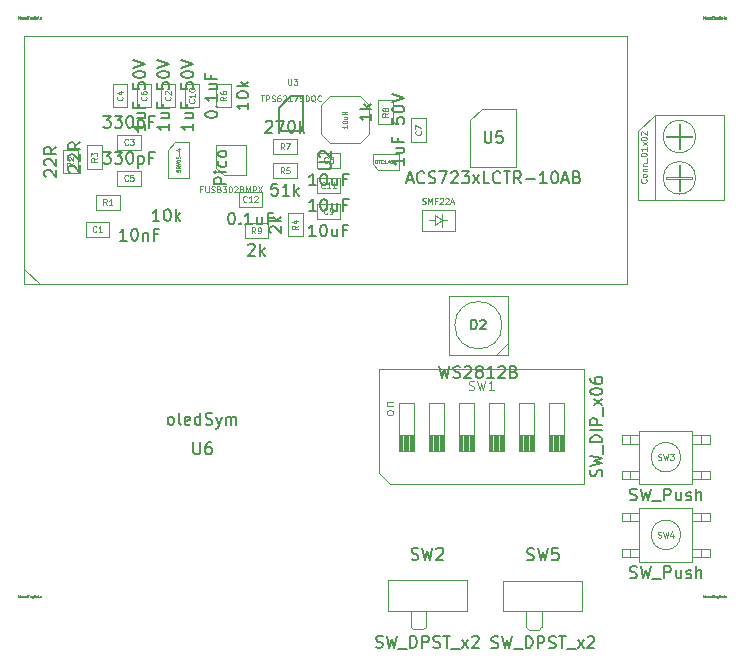
<source format=gbr>
G04 #@! TF.GenerationSoftware,KiCad,Pcbnew,7.0.8-7.0.8~ubuntu22.04.1*
G04 #@! TF.CreationDate,2023-10-11T18:06:27+02:00*
G04 #@! TF.ProjectId,PD_Micro,50445f4d-6963-4726-9f2e-6b696361645f,rev?*
G04 #@! TF.SameCoordinates,PX7ce2370PY67d8790*
G04 #@! TF.FileFunction,AssemblyDrawing,Top*
%FSLAX46Y46*%
G04 Gerber Fmt 4.6, Leading zero omitted, Abs format (unit mm)*
G04 Created by KiCad (PCBNEW 7.0.8-7.0.8~ubuntu22.04.1) date 2023-10-11 18:06:27*
%MOMM*%
%LPD*%
G01*
G04 APERTURE LIST*
%ADD10C,0.150000*%
%ADD11C,0.080000*%
%ADD12C,0.100000*%
%ADD13C,0.050000*%
%ADD14C,0.120000*%
%ADD15C,0.075000*%
G04 APERTURE END LIST*
D10*
X85177857Y-33646200D02*
X85320714Y-33693819D01*
X85320714Y-33693819D02*
X85558809Y-33693819D01*
X85558809Y-33693819D02*
X85654047Y-33646200D01*
X85654047Y-33646200D02*
X85701666Y-33598580D01*
X85701666Y-33598580D02*
X85749285Y-33503342D01*
X85749285Y-33503342D02*
X85749285Y-33408104D01*
X85749285Y-33408104D02*
X85701666Y-33312866D01*
X85701666Y-33312866D02*
X85654047Y-33265247D01*
X85654047Y-33265247D02*
X85558809Y-33217628D01*
X85558809Y-33217628D02*
X85368333Y-33170009D01*
X85368333Y-33170009D02*
X85273095Y-33122390D01*
X85273095Y-33122390D02*
X85225476Y-33074771D01*
X85225476Y-33074771D02*
X85177857Y-32979533D01*
X85177857Y-32979533D02*
X85177857Y-32884295D01*
X85177857Y-32884295D02*
X85225476Y-32789057D01*
X85225476Y-32789057D02*
X85273095Y-32741438D01*
X85273095Y-32741438D02*
X85368333Y-32693819D01*
X85368333Y-32693819D02*
X85606428Y-32693819D01*
X85606428Y-32693819D02*
X85749285Y-32741438D01*
X86082619Y-32693819D02*
X86320714Y-33693819D01*
X86320714Y-33693819D02*
X86511190Y-32979533D01*
X86511190Y-32979533D02*
X86701666Y-33693819D01*
X86701666Y-33693819D02*
X86939762Y-32693819D01*
X87082619Y-33789057D02*
X87844523Y-33789057D01*
X88082619Y-33693819D02*
X88082619Y-32693819D01*
X88082619Y-32693819D02*
X88320714Y-32693819D01*
X88320714Y-32693819D02*
X88463571Y-32741438D01*
X88463571Y-32741438D02*
X88558809Y-32836676D01*
X88558809Y-32836676D02*
X88606428Y-32931914D01*
X88606428Y-32931914D02*
X88654047Y-33122390D01*
X88654047Y-33122390D02*
X88654047Y-33265247D01*
X88654047Y-33265247D02*
X88606428Y-33455723D01*
X88606428Y-33455723D02*
X88558809Y-33550961D01*
X88558809Y-33550961D02*
X88463571Y-33646200D01*
X88463571Y-33646200D02*
X88320714Y-33693819D01*
X88320714Y-33693819D02*
X88082619Y-33693819D01*
X89082619Y-33693819D02*
X89082619Y-32693819D01*
X89082619Y-32693819D02*
X89463571Y-32693819D01*
X89463571Y-32693819D02*
X89558809Y-32741438D01*
X89558809Y-32741438D02*
X89606428Y-32789057D01*
X89606428Y-32789057D02*
X89654047Y-32884295D01*
X89654047Y-32884295D02*
X89654047Y-33027152D01*
X89654047Y-33027152D02*
X89606428Y-33122390D01*
X89606428Y-33122390D02*
X89558809Y-33170009D01*
X89558809Y-33170009D02*
X89463571Y-33217628D01*
X89463571Y-33217628D02*
X89082619Y-33217628D01*
X90035000Y-33646200D02*
X90177857Y-33693819D01*
X90177857Y-33693819D02*
X90415952Y-33693819D01*
X90415952Y-33693819D02*
X90511190Y-33646200D01*
X90511190Y-33646200D02*
X90558809Y-33598580D01*
X90558809Y-33598580D02*
X90606428Y-33503342D01*
X90606428Y-33503342D02*
X90606428Y-33408104D01*
X90606428Y-33408104D02*
X90558809Y-33312866D01*
X90558809Y-33312866D02*
X90511190Y-33265247D01*
X90511190Y-33265247D02*
X90415952Y-33217628D01*
X90415952Y-33217628D02*
X90225476Y-33170009D01*
X90225476Y-33170009D02*
X90130238Y-33122390D01*
X90130238Y-33122390D02*
X90082619Y-33074771D01*
X90082619Y-33074771D02*
X90035000Y-32979533D01*
X90035000Y-32979533D02*
X90035000Y-32884295D01*
X90035000Y-32884295D02*
X90082619Y-32789057D01*
X90082619Y-32789057D02*
X90130238Y-32741438D01*
X90130238Y-32741438D02*
X90225476Y-32693819D01*
X90225476Y-32693819D02*
X90463571Y-32693819D01*
X90463571Y-32693819D02*
X90606428Y-32741438D01*
X90892143Y-32693819D02*
X91463571Y-32693819D01*
X91177857Y-33693819D02*
X91177857Y-32693819D01*
X91558810Y-33789057D02*
X92320714Y-33789057D01*
X92463572Y-33693819D02*
X92987381Y-33027152D01*
X92463572Y-33027152D02*
X92987381Y-33693819D01*
X93320715Y-32789057D02*
X93368334Y-32741438D01*
X93368334Y-32741438D02*
X93463572Y-32693819D01*
X93463572Y-32693819D02*
X93701667Y-32693819D01*
X93701667Y-32693819D02*
X93796905Y-32741438D01*
X93796905Y-32741438D02*
X93844524Y-32789057D01*
X93844524Y-32789057D02*
X93892143Y-32884295D01*
X93892143Y-32884295D02*
X93892143Y-32979533D01*
X93892143Y-32979533D02*
X93844524Y-33122390D01*
X93844524Y-33122390D02*
X93273096Y-33693819D01*
X93273096Y-33693819D02*
X93892143Y-33693819D01*
X88201667Y-26196200D02*
X88344524Y-26243819D01*
X88344524Y-26243819D02*
X88582619Y-26243819D01*
X88582619Y-26243819D02*
X88677857Y-26196200D01*
X88677857Y-26196200D02*
X88725476Y-26148580D01*
X88725476Y-26148580D02*
X88773095Y-26053342D01*
X88773095Y-26053342D02*
X88773095Y-25958104D01*
X88773095Y-25958104D02*
X88725476Y-25862866D01*
X88725476Y-25862866D02*
X88677857Y-25815247D01*
X88677857Y-25815247D02*
X88582619Y-25767628D01*
X88582619Y-25767628D02*
X88392143Y-25720009D01*
X88392143Y-25720009D02*
X88296905Y-25672390D01*
X88296905Y-25672390D02*
X88249286Y-25624771D01*
X88249286Y-25624771D02*
X88201667Y-25529533D01*
X88201667Y-25529533D02*
X88201667Y-25434295D01*
X88201667Y-25434295D02*
X88249286Y-25339057D01*
X88249286Y-25339057D02*
X88296905Y-25291438D01*
X88296905Y-25291438D02*
X88392143Y-25243819D01*
X88392143Y-25243819D02*
X88630238Y-25243819D01*
X88630238Y-25243819D02*
X88773095Y-25291438D01*
X89106429Y-25243819D02*
X89344524Y-26243819D01*
X89344524Y-26243819D02*
X89535000Y-25529533D01*
X89535000Y-25529533D02*
X89725476Y-26243819D01*
X89725476Y-26243819D02*
X89963572Y-25243819D01*
X90820714Y-25243819D02*
X90344524Y-25243819D01*
X90344524Y-25243819D02*
X90296905Y-25720009D01*
X90296905Y-25720009D02*
X90344524Y-25672390D01*
X90344524Y-25672390D02*
X90439762Y-25624771D01*
X90439762Y-25624771D02*
X90677857Y-25624771D01*
X90677857Y-25624771D02*
X90773095Y-25672390D01*
X90773095Y-25672390D02*
X90820714Y-25720009D01*
X90820714Y-25720009D02*
X90868333Y-25815247D01*
X90868333Y-25815247D02*
X90868333Y-26053342D01*
X90868333Y-26053342D02*
X90820714Y-26148580D01*
X90820714Y-26148580D02*
X90773095Y-26196200D01*
X90773095Y-26196200D02*
X90677857Y-26243819D01*
X90677857Y-26243819D02*
X90439762Y-26243819D01*
X90439762Y-26243819D02*
X90344524Y-26196200D01*
X90344524Y-26196200D02*
X90296905Y-26148580D01*
X75398857Y-33613200D02*
X75541714Y-33660819D01*
X75541714Y-33660819D02*
X75779809Y-33660819D01*
X75779809Y-33660819D02*
X75875047Y-33613200D01*
X75875047Y-33613200D02*
X75922666Y-33565580D01*
X75922666Y-33565580D02*
X75970285Y-33470342D01*
X75970285Y-33470342D02*
X75970285Y-33375104D01*
X75970285Y-33375104D02*
X75922666Y-33279866D01*
X75922666Y-33279866D02*
X75875047Y-33232247D01*
X75875047Y-33232247D02*
X75779809Y-33184628D01*
X75779809Y-33184628D02*
X75589333Y-33137009D01*
X75589333Y-33137009D02*
X75494095Y-33089390D01*
X75494095Y-33089390D02*
X75446476Y-33041771D01*
X75446476Y-33041771D02*
X75398857Y-32946533D01*
X75398857Y-32946533D02*
X75398857Y-32851295D01*
X75398857Y-32851295D02*
X75446476Y-32756057D01*
X75446476Y-32756057D02*
X75494095Y-32708438D01*
X75494095Y-32708438D02*
X75589333Y-32660819D01*
X75589333Y-32660819D02*
X75827428Y-32660819D01*
X75827428Y-32660819D02*
X75970285Y-32708438D01*
X76303619Y-32660819D02*
X76541714Y-33660819D01*
X76541714Y-33660819D02*
X76732190Y-32946533D01*
X76732190Y-32946533D02*
X76922666Y-33660819D01*
X76922666Y-33660819D02*
X77160762Y-32660819D01*
X77303619Y-33756057D02*
X78065523Y-33756057D01*
X78303619Y-33660819D02*
X78303619Y-32660819D01*
X78303619Y-32660819D02*
X78541714Y-32660819D01*
X78541714Y-32660819D02*
X78684571Y-32708438D01*
X78684571Y-32708438D02*
X78779809Y-32803676D01*
X78779809Y-32803676D02*
X78827428Y-32898914D01*
X78827428Y-32898914D02*
X78875047Y-33089390D01*
X78875047Y-33089390D02*
X78875047Y-33232247D01*
X78875047Y-33232247D02*
X78827428Y-33422723D01*
X78827428Y-33422723D02*
X78779809Y-33517961D01*
X78779809Y-33517961D02*
X78684571Y-33613200D01*
X78684571Y-33613200D02*
X78541714Y-33660819D01*
X78541714Y-33660819D02*
X78303619Y-33660819D01*
X79303619Y-33660819D02*
X79303619Y-32660819D01*
X79303619Y-32660819D02*
X79684571Y-32660819D01*
X79684571Y-32660819D02*
X79779809Y-32708438D01*
X79779809Y-32708438D02*
X79827428Y-32756057D01*
X79827428Y-32756057D02*
X79875047Y-32851295D01*
X79875047Y-32851295D02*
X79875047Y-32994152D01*
X79875047Y-32994152D02*
X79827428Y-33089390D01*
X79827428Y-33089390D02*
X79779809Y-33137009D01*
X79779809Y-33137009D02*
X79684571Y-33184628D01*
X79684571Y-33184628D02*
X79303619Y-33184628D01*
X80256000Y-33613200D02*
X80398857Y-33660819D01*
X80398857Y-33660819D02*
X80636952Y-33660819D01*
X80636952Y-33660819D02*
X80732190Y-33613200D01*
X80732190Y-33613200D02*
X80779809Y-33565580D01*
X80779809Y-33565580D02*
X80827428Y-33470342D01*
X80827428Y-33470342D02*
X80827428Y-33375104D01*
X80827428Y-33375104D02*
X80779809Y-33279866D01*
X80779809Y-33279866D02*
X80732190Y-33232247D01*
X80732190Y-33232247D02*
X80636952Y-33184628D01*
X80636952Y-33184628D02*
X80446476Y-33137009D01*
X80446476Y-33137009D02*
X80351238Y-33089390D01*
X80351238Y-33089390D02*
X80303619Y-33041771D01*
X80303619Y-33041771D02*
X80256000Y-32946533D01*
X80256000Y-32946533D02*
X80256000Y-32851295D01*
X80256000Y-32851295D02*
X80303619Y-32756057D01*
X80303619Y-32756057D02*
X80351238Y-32708438D01*
X80351238Y-32708438D02*
X80446476Y-32660819D01*
X80446476Y-32660819D02*
X80684571Y-32660819D01*
X80684571Y-32660819D02*
X80827428Y-32708438D01*
X81113143Y-32660819D02*
X81684571Y-32660819D01*
X81398857Y-33660819D02*
X81398857Y-32660819D01*
X81779810Y-33756057D02*
X82541714Y-33756057D01*
X82684572Y-33660819D02*
X83208381Y-32994152D01*
X82684572Y-32994152D02*
X83208381Y-33660819D01*
X83541715Y-32756057D02*
X83589334Y-32708438D01*
X83589334Y-32708438D02*
X83684572Y-32660819D01*
X83684572Y-32660819D02*
X83922667Y-32660819D01*
X83922667Y-32660819D02*
X84017905Y-32708438D01*
X84017905Y-32708438D02*
X84065524Y-32756057D01*
X84065524Y-32756057D02*
X84113143Y-32851295D01*
X84113143Y-32851295D02*
X84113143Y-32946533D01*
X84113143Y-32946533D02*
X84065524Y-33089390D01*
X84065524Y-33089390D02*
X83494096Y-33660819D01*
X83494096Y-33660819D02*
X84113143Y-33660819D01*
X78422667Y-26163200D02*
X78565524Y-26210819D01*
X78565524Y-26210819D02*
X78803619Y-26210819D01*
X78803619Y-26210819D02*
X78898857Y-26163200D01*
X78898857Y-26163200D02*
X78946476Y-26115580D01*
X78946476Y-26115580D02*
X78994095Y-26020342D01*
X78994095Y-26020342D02*
X78994095Y-25925104D01*
X78994095Y-25925104D02*
X78946476Y-25829866D01*
X78946476Y-25829866D02*
X78898857Y-25782247D01*
X78898857Y-25782247D02*
X78803619Y-25734628D01*
X78803619Y-25734628D02*
X78613143Y-25687009D01*
X78613143Y-25687009D02*
X78517905Y-25639390D01*
X78517905Y-25639390D02*
X78470286Y-25591771D01*
X78470286Y-25591771D02*
X78422667Y-25496533D01*
X78422667Y-25496533D02*
X78422667Y-25401295D01*
X78422667Y-25401295D02*
X78470286Y-25306057D01*
X78470286Y-25306057D02*
X78517905Y-25258438D01*
X78517905Y-25258438D02*
X78613143Y-25210819D01*
X78613143Y-25210819D02*
X78851238Y-25210819D01*
X78851238Y-25210819D02*
X78994095Y-25258438D01*
X79327429Y-25210819D02*
X79565524Y-26210819D01*
X79565524Y-26210819D02*
X79756000Y-25496533D01*
X79756000Y-25496533D02*
X79946476Y-26210819D01*
X79946476Y-26210819D02*
X80184572Y-25210819D01*
X80517905Y-25306057D02*
X80565524Y-25258438D01*
X80565524Y-25258438D02*
X80660762Y-25210819D01*
X80660762Y-25210819D02*
X80898857Y-25210819D01*
X80898857Y-25210819D02*
X80994095Y-25258438D01*
X80994095Y-25258438D02*
X81041714Y-25306057D01*
X81041714Y-25306057D02*
X81089333Y-25401295D01*
X81089333Y-25401295D02*
X81089333Y-25496533D01*
X81089333Y-25496533D02*
X81041714Y-25639390D01*
X81041714Y-25639390D02*
X80470286Y-26210819D01*
X80470286Y-26210819D02*
X81089333Y-26210819D01*
D11*
X72965887Y10582334D02*
X72965887Y10353763D01*
X72965887Y10468049D02*
X72565887Y10468049D01*
X72565887Y10468049D02*
X72623030Y10429953D01*
X72623030Y10429953D02*
X72661125Y10391858D01*
X72661125Y10391858D02*
X72680173Y10353763D01*
X72565887Y10829953D02*
X72565887Y10868048D01*
X72565887Y10868048D02*
X72584935Y10906144D01*
X72584935Y10906144D02*
X72603982Y10925191D01*
X72603982Y10925191D02*
X72642078Y10944239D01*
X72642078Y10944239D02*
X72718268Y10963286D01*
X72718268Y10963286D02*
X72813506Y10963286D01*
X72813506Y10963286D02*
X72889697Y10944239D01*
X72889697Y10944239D02*
X72927792Y10925191D01*
X72927792Y10925191D02*
X72946840Y10906144D01*
X72946840Y10906144D02*
X72965887Y10868048D01*
X72965887Y10868048D02*
X72965887Y10829953D01*
X72965887Y10829953D02*
X72946840Y10791858D01*
X72946840Y10791858D02*
X72927792Y10772810D01*
X72927792Y10772810D02*
X72889697Y10753763D01*
X72889697Y10753763D02*
X72813506Y10734715D01*
X72813506Y10734715D02*
X72718268Y10734715D01*
X72718268Y10734715D02*
X72642078Y10753763D01*
X72642078Y10753763D02*
X72603982Y10772810D01*
X72603982Y10772810D02*
X72584935Y10791858D01*
X72584935Y10791858D02*
X72565887Y10829953D01*
X72699220Y11306143D02*
X72965887Y11306143D01*
X72699220Y11134715D02*
X72908744Y11134715D01*
X72908744Y11134715D02*
X72946840Y11153762D01*
X72946840Y11153762D02*
X72965887Y11191857D01*
X72965887Y11191857D02*
X72965887Y11249000D01*
X72965887Y11249000D02*
X72946840Y11287096D01*
X72946840Y11287096D02*
X72927792Y11306143D01*
X72965887Y11496620D02*
X72565887Y11496620D01*
X72756363Y11496620D02*
X72756363Y11725191D01*
X72965887Y11725191D02*
X72565887Y11725191D01*
D10*
X70316571Y3326181D02*
X69745143Y3326181D01*
X70030857Y3326181D02*
X70030857Y4326181D01*
X70030857Y4326181D02*
X69935619Y4183324D01*
X69935619Y4183324D02*
X69840381Y4088086D01*
X69840381Y4088086D02*
X69745143Y4040467D01*
X70935619Y4326181D02*
X71030857Y4326181D01*
X71030857Y4326181D02*
X71126095Y4278562D01*
X71126095Y4278562D02*
X71173714Y4230943D01*
X71173714Y4230943D02*
X71221333Y4135705D01*
X71221333Y4135705D02*
X71268952Y3945229D01*
X71268952Y3945229D02*
X71268952Y3707134D01*
X71268952Y3707134D02*
X71221333Y3516658D01*
X71221333Y3516658D02*
X71173714Y3421420D01*
X71173714Y3421420D02*
X71126095Y3373800D01*
X71126095Y3373800D02*
X71030857Y3326181D01*
X71030857Y3326181D02*
X70935619Y3326181D01*
X70935619Y3326181D02*
X70840381Y3373800D01*
X70840381Y3373800D02*
X70792762Y3421420D01*
X70792762Y3421420D02*
X70745143Y3516658D01*
X70745143Y3516658D02*
X70697524Y3707134D01*
X70697524Y3707134D02*
X70697524Y3945229D01*
X70697524Y3945229D02*
X70745143Y4135705D01*
X70745143Y4135705D02*
X70792762Y4230943D01*
X70792762Y4230943D02*
X70840381Y4278562D01*
X70840381Y4278562D02*
X70935619Y4326181D01*
X72126095Y3992848D02*
X72126095Y3326181D01*
X71697524Y3992848D02*
X71697524Y3469039D01*
X71697524Y3469039D02*
X71745143Y3373800D01*
X71745143Y3373800D02*
X71840381Y3326181D01*
X71840381Y3326181D02*
X71983238Y3326181D01*
X71983238Y3326181D02*
X72078476Y3373800D01*
X72078476Y3373800D02*
X72126095Y3421420D01*
X72935619Y3849991D02*
X72602286Y3849991D01*
X72602286Y3326181D02*
X72602286Y4326181D01*
X72602286Y4326181D02*
X73078476Y4326181D01*
D11*
X71066571Y5281470D02*
X71042762Y5257660D01*
X71042762Y5257660D02*
X70971333Y5233851D01*
X70971333Y5233851D02*
X70923714Y5233851D01*
X70923714Y5233851D02*
X70852286Y5257660D01*
X70852286Y5257660D02*
X70804667Y5305280D01*
X70804667Y5305280D02*
X70780857Y5352899D01*
X70780857Y5352899D02*
X70757048Y5448137D01*
X70757048Y5448137D02*
X70757048Y5519565D01*
X70757048Y5519565D02*
X70780857Y5614803D01*
X70780857Y5614803D02*
X70804667Y5662422D01*
X70804667Y5662422D02*
X70852286Y5710041D01*
X70852286Y5710041D02*
X70923714Y5733851D01*
X70923714Y5733851D02*
X70971333Y5733851D01*
X70971333Y5733851D02*
X71042762Y5710041D01*
X71042762Y5710041D02*
X71066571Y5686232D01*
X71542762Y5233851D02*
X71257048Y5233851D01*
X71399905Y5233851D02*
X71399905Y5733851D01*
X71399905Y5733851D02*
X71352286Y5662422D01*
X71352286Y5662422D02*
X71304667Y5614803D01*
X71304667Y5614803D02*
X71257048Y5590994D01*
X72018952Y5233851D02*
X71733238Y5233851D01*
X71876095Y5233851D02*
X71876095Y5733851D01*
X71876095Y5733851D02*
X71828476Y5662422D01*
X71828476Y5662422D02*
X71780857Y5614803D01*
X71780857Y5614803D02*
X71733238Y5590994D01*
D12*
X60702334Y5155796D02*
X60535667Y5155796D01*
X60535667Y4893891D02*
X60535667Y5393891D01*
X60535667Y5393891D02*
X60773762Y5393891D01*
X60964238Y5393891D02*
X60964238Y4989129D01*
X60964238Y4989129D02*
X60988048Y4941510D01*
X60988048Y4941510D02*
X61011857Y4917700D01*
X61011857Y4917700D02*
X61059476Y4893891D01*
X61059476Y4893891D02*
X61154714Y4893891D01*
X61154714Y4893891D02*
X61202333Y4917700D01*
X61202333Y4917700D02*
X61226143Y4941510D01*
X61226143Y4941510D02*
X61249952Y4989129D01*
X61249952Y4989129D02*
X61249952Y5393891D01*
X61464239Y4917700D02*
X61535667Y4893891D01*
X61535667Y4893891D02*
X61654715Y4893891D01*
X61654715Y4893891D02*
X61702334Y4917700D01*
X61702334Y4917700D02*
X61726143Y4941510D01*
X61726143Y4941510D02*
X61749953Y4989129D01*
X61749953Y4989129D02*
X61749953Y5036748D01*
X61749953Y5036748D02*
X61726143Y5084367D01*
X61726143Y5084367D02*
X61702334Y5108177D01*
X61702334Y5108177D02*
X61654715Y5131986D01*
X61654715Y5131986D02*
X61559477Y5155796D01*
X61559477Y5155796D02*
X61511858Y5179605D01*
X61511858Y5179605D02*
X61488048Y5203415D01*
X61488048Y5203415D02*
X61464239Y5251034D01*
X61464239Y5251034D02*
X61464239Y5298653D01*
X61464239Y5298653D02*
X61488048Y5346272D01*
X61488048Y5346272D02*
X61511858Y5370081D01*
X61511858Y5370081D02*
X61559477Y5393891D01*
X61559477Y5393891D02*
X61678524Y5393891D01*
X61678524Y5393891D02*
X61749953Y5370081D01*
X62130905Y5155796D02*
X62202333Y5131986D01*
X62202333Y5131986D02*
X62226143Y5108177D01*
X62226143Y5108177D02*
X62249952Y5060558D01*
X62249952Y5060558D02*
X62249952Y4989129D01*
X62249952Y4989129D02*
X62226143Y4941510D01*
X62226143Y4941510D02*
X62202333Y4917700D01*
X62202333Y4917700D02*
X62154714Y4893891D01*
X62154714Y4893891D02*
X61964238Y4893891D01*
X61964238Y4893891D02*
X61964238Y5393891D01*
X61964238Y5393891D02*
X62130905Y5393891D01*
X62130905Y5393891D02*
X62178524Y5370081D01*
X62178524Y5370081D02*
X62202333Y5346272D01*
X62202333Y5346272D02*
X62226143Y5298653D01*
X62226143Y5298653D02*
X62226143Y5251034D01*
X62226143Y5251034D02*
X62202333Y5203415D01*
X62202333Y5203415D02*
X62178524Y5179605D01*
X62178524Y5179605D02*
X62130905Y5155796D01*
X62130905Y5155796D02*
X61964238Y5155796D01*
X62416619Y5393891D02*
X62726143Y5393891D01*
X62726143Y5393891D02*
X62559476Y5203415D01*
X62559476Y5203415D02*
X62630905Y5203415D01*
X62630905Y5203415D02*
X62678524Y5179605D01*
X62678524Y5179605D02*
X62702333Y5155796D01*
X62702333Y5155796D02*
X62726143Y5108177D01*
X62726143Y5108177D02*
X62726143Y4989129D01*
X62726143Y4989129D02*
X62702333Y4941510D01*
X62702333Y4941510D02*
X62678524Y4917700D01*
X62678524Y4917700D02*
X62630905Y4893891D01*
X62630905Y4893891D02*
X62488048Y4893891D01*
X62488048Y4893891D02*
X62440429Y4917700D01*
X62440429Y4917700D02*
X62416619Y4941510D01*
X63035666Y5393891D02*
X63083285Y5393891D01*
X63083285Y5393891D02*
X63130904Y5370081D01*
X63130904Y5370081D02*
X63154714Y5346272D01*
X63154714Y5346272D02*
X63178523Y5298653D01*
X63178523Y5298653D02*
X63202333Y5203415D01*
X63202333Y5203415D02*
X63202333Y5084367D01*
X63202333Y5084367D02*
X63178523Y4989129D01*
X63178523Y4989129D02*
X63154714Y4941510D01*
X63154714Y4941510D02*
X63130904Y4917700D01*
X63130904Y4917700D02*
X63083285Y4893891D01*
X63083285Y4893891D02*
X63035666Y4893891D01*
X63035666Y4893891D02*
X62988047Y4917700D01*
X62988047Y4917700D02*
X62964238Y4941510D01*
X62964238Y4941510D02*
X62940428Y4989129D01*
X62940428Y4989129D02*
X62916619Y5084367D01*
X62916619Y5084367D02*
X62916619Y5203415D01*
X62916619Y5203415D02*
X62940428Y5298653D01*
X62940428Y5298653D02*
X62964238Y5346272D01*
X62964238Y5346272D02*
X62988047Y5370081D01*
X62988047Y5370081D02*
X63035666Y5393891D01*
X63392809Y5346272D02*
X63416618Y5370081D01*
X63416618Y5370081D02*
X63464237Y5393891D01*
X63464237Y5393891D02*
X63583285Y5393891D01*
X63583285Y5393891D02*
X63630904Y5370081D01*
X63630904Y5370081D02*
X63654713Y5346272D01*
X63654713Y5346272D02*
X63678523Y5298653D01*
X63678523Y5298653D02*
X63678523Y5251034D01*
X63678523Y5251034D02*
X63654713Y5179605D01*
X63654713Y5179605D02*
X63368999Y4893891D01*
X63368999Y4893891D02*
X63678523Y4893891D01*
X64059475Y5155796D02*
X64130903Y5131986D01*
X64130903Y5131986D02*
X64154713Y5108177D01*
X64154713Y5108177D02*
X64178522Y5060558D01*
X64178522Y5060558D02*
X64178522Y4989129D01*
X64178522Y4989129D02*
X64154713Y4941510D01*
X64154713Y4941510D02*
X64130903Y4917700D01*
X64130903Y4917700D02*
X64083284Y4893891D01*
X64083284Y4893891D02*
X63892808Y4893891D01*
X63892808Y4893891D02*
X63892808Y5393891D01*
X63892808Y5393891D02*
X64059475Y5393891D01*
X64059475Y5393891D02*
X64107094Y5370081D01*
X64107094Y5370081D02*
X64130903Y5346272D01*
X64130903Y5346272D02*
X64154713Y5298653D01*
X64154713Y5298653D02*
X64154713Y5251034D01*
X64154713Y5251034D02*
X64130903Y5203415D01*
X64130903Y5203415D02*
X64107094Y5179605D01*
X64107094Y5179605D02*
X64059475Y5155796D01*
X64059475Y5155796D02*
X63892808Y5155796D01*
X64392808Y4893891D02*
X64392808Y5393891D01*
X64392808Y5393891D02*
X64559475Y5036748D01*
X64559475Y5036748D02*
X64726141Y5393891D01*
X64726141Y5393891D02*
X64726141Y4893891D01*
X64964237Y4893891D02*
X64964237Y5393891D01*
X64964237Y5393891D02*
X65154713Y5393891D01*
X65154713Y5393891D02*
X65202332Y5370081D01*
X65202332Y5370081D02*
X65226142Y5346272D01*
X65226142Y5346272D02*
X65249951Y5298653D01*
X65249951Y5298653D02*
X65249951Y5227224D01*
X65249951Y5227224D02*
X65226142Y5179605D01*
X65226142Y5179605D02*
X65202332Y5155796D01*
X65202332Y5155796D02*
X65154713Y5131986D01*
X65154713Y5131986D02*
X64964237Y5131986D01*
X65416618Y5393891D02*
X65749951Y4893891D01*
X65749951Y5393891D02*
X65416618Y4893891D01*
D10*
X52316333Y11369181D02*
X52935380Y11369181D01*
X52935380Y11369181D02*
X52602047Y10988229D01*
X52602047Y10988229D02*
X52744904Y10988229D01*
X52744904Y10988229D02*
X52840142Y10940610D01*
X52840142Y10940610D02*
X52887761Y10892991D01*
X52887761Y10892991D02*
X52935380Y10797753D01*
X52935380Y10797753D02*
X52935380Y10559658D01*
X52935380Y10559658D02*
X52887761Y10464420D01*
X52887761Y10464420D02*
X52840142Y10416800D01*
X52840142Y10416800D02*
X52744904Y10369181D01*
X52744904Y10369181D02*
X52459190Y10369181D01*
X52459190Y10369181D02*
X52363952Y10416800D01*
X52363952Y10416800D02*
X52316333Y10464420D01*
X53268714Y11369181D02*
X53887761Y11369181D01*
X53887761Y11369181D02*
X53554428Y10988229D01*
X53554428Y10988229D02*
X53697285Y10988229D01*
X53697285Y10988229D02*
X53792523Y10940610D01*
X53792523Y10940610D02*
X53840142Y10892991D01*
X53840142Y10892991D02*
X53887761Y10797753D01*
X53887761Y10797753D02*
X53887761Y10559658D01*
X53887761Y10559658D02*
X53840142Y10464420D01*
X53840142Y10464420D02*
X53792523Y10416800D01*
X53792523Y10416800D02*
X53697285Y10369181D01*
X53697285Y10369181D02*
X53411571Y10369181D01*
X53411571Y10369181D02*
X53316333Y10416800D01*
X53316333Y10416800D02*
X53268714Y10464420D01*
X54506809Y11369181D02*
X54602047Y11369181D01*
X54602047Y11369181D02*
X54697285Y11321562D01*
X54697285Y11321562D02*
X54744904Y11273943D01*
X54744904Y11273943D02*
X54792523Y11178705D01*
X54792523Y11178705D02*
X54840142Y10988229D01*
X54840142Y10988229D02*
X54840142Y10750134D01*
X54840142Y10750134D02*
X54792523Y10559658D01*
X54792523Y10559658D02*
X54744904Y10464420D01*
X54744904Y10464420D02*
X54697285Y10416800D01*
X54697285Y10416800D02*
X54602047Y10369181D01*
X54602047Y10369181D02*
X54506809Y10369181D01*
X54506809Y10369181D02*
X54411571Y10416800D01*
X54411571Y10416800D02*
X54363952Y10464420D01*
X54363952Y10464420D02*
X54316333Y10559658D01*
X54316333Y10559658D02*
X54268714Y10750134D01*
X54268714Y10750134D02*
X54268714Y10988229D01*
X54268714Y10988229D02*
X54316333Y11178705D01*
X54316333Y11178705D02*
X54363952Y11273943D01*
X54363952Y11273943D02*
X54411571Y11321562D01*
X54411571Y11321562D02*
X54506809Y11369181D01*
X55268714Y11035848D02*
X55268714Y10035848D01*
X55268714Y10988229D02*
X55363952Y11035848D01*
X55363952Y11035848D02*
X55554428Y11035848D01*
X55554428Y11035848D02*
X55649666Y10988229D01*
X55649666Y10988229D02*
X55697285Y10940610D01*
X55697285Y10940610D02*
X55744904Y10845372D01*
X55744904Y10845372D02*
X55744904Y10559658D01*
X55744904Y10559658D02*
X55697285Y10464420D01*
X55697285Y10464420D02*
X55649666Y10416800D01*
X55649666Y10416800D02*
X55554428Y10369181D01*
X55554428Y10369181D02*
X55363952Y10369181D01*
X55363952Y10369181D02*
X55268714Y10416800D01*
X56506809Y10892991D02*
X56173476Y10892991D01*
X56173476Y10369181D02*
X56173476Y11369181D01*
X56173476Y11369181D02*
X56649666Y11369181D01*
D11*
X54399666Y8964470D02*
X54375857Y8940660D01*
X54375857Y8940660D02*
X54304428Y8916851D01*
X54304428Y8916851D02*
X54256809Y8916851D01*
X54256809Y8916851D02*
X54185381Y8940660D01*
X54185381Y8940660D02*
X54137762Y8988280D01*
X54137762Y8988280D02*
X54113952Y9035899D01*
X54113952Y9035899D02*
X54090143Y9131137D01*
X54090143Y9131137D02*
X54090143Y9202565D01*
X54090143Y9202565D02*
X54113952Y9297803D01*
X54113952Y9297803D02*
X54137762Y9345422D01*
X54137762Y9345422D02*
X54185381Y9393041D01*
X54185381Y9393041D02*
X54256809Y9416851D01*
X54256809Y9416851D02*
X54304428Y9416851D01*
X54304428Y9416851D02*
X54375857Y9393041D01*
X54375857Y9393041D02*
X54399666Y9369232D01*
X54566333Y9416851D02*
X54875857Y9416851D01*
X54875857Y9416851D02*
X54709190Y9226375D01*
X54709190Y9226375D02*
X54780619Y9226375D01*
X54780619Y9226375D02*
X54828238Y9202565D01*
X54828238Y9202565D02*
X54852047Y9178756D01*
X54852047Y9178756D02*
X54875857Y9131137D01*
X54875857Y9131137D02*
X54875857Y9012089D01*
X54875857Y9012089D02*
X54852047Y8964470D01*
X54852047Y8964470D02*
X54828238Y8940660D01*
X54828238Y8940660D02*
X54780619Y8916851D01*
X54780619Y8916851D02*
X54637762Y8916851D01*
X54637762Y8916851D02*
X54590143Y8940660D01*
X54590143Y8940660D02*
X54566333Y8964470D01*
D10*
X80764476Y-9804819D02*
X81002571Y-10804819D01*
X81002571Y-10804819D02*
X81193047Y-10090533D01*
X81193047Y-10090533D02*
X81383523Y-10804819D01*
X81383523Y-10804819D02*
X81621619Y-9804819D01*
X81954952Y-10757200D02*
X82097809Y-10804819D01*
X82097809Y-10804819D02*
X82335904Y-10804819D01*
X82335904Y-10804819D02*
X82431142Y-10757200D01*
X82431142Y-10757200D02*
X82478761Y-10709580D01*
X82478761Y-10709580D02*
X82526380Y-10614342D01*
X82526380Y-10614342D02*
X82526380Y-10519104D01*
X82526380Y-10519104D02*
X82478761Y-10423866D01*
X82478761Y-10423866D02*
X82431142Y-10376247D01*
X82431142Y-10376247D02*
X82335904Y-10328628D01*
X82335904Y-10328628D02*
X82145428Y-10281009D01*
X82145428Y-10281009D02*
X82050190Y-10233390D01*
X82050190Y-10233390D02*
X82002571Y-10185771D01*
X82002571Y-10185771D02*
X81954952Y-10090533D01*
X81954952Y-10090533D02*
X81954952Y-9995295D01*
X81954952Y-9995295D02*
X82002571Y-9900057D01*
X82002571Y-9900057D02*
X82050190Y-9852438D01*
X82050190Y-9852438D02*
X82145428Y-9804819D01*
X82145428Y-9804819D02*
X82383523Y-9804819D01*
X82383523Y-9804819D02*
X82526380Y-9852438D01*
X82907333Y-9900057D02*
X82954952Y-9852438D01*
X82954952Y-9852438D02*
X83050190Y-9804819D01*
X83050190Y-9804819D02*
X83288285Y-9804819D01*
X83288285Y-9804819D02*
X83383523Y-9852438D01*
X83383523Y-9852438D02*
X83431142Y-9900057D01*
X83431142Y-9900057D02*
X83478761Y-9995295D01*
X83478761Y-9995295D02*
X83478761Y-10090533D01*
X83478761Y-10090533D02*
X83431142Y-10233390D01*
X83431142Y-10233390D02*
X82859714Y-10804819D01*
X82859714Y-10804819D02*
X83478761Y-10804819D01*
X84050190Y-10233390D02*
X83954952Y-10185771D01*
X83954952Y-10185771D02*
X83907333Y-10138152D01*
X83907333Y-10138152D02*
X83859714Y-10042914D01*
X83859714Y-10042914D02*
X83859714Y-9995295D01*
X83859714Y-9995295D02*
X83907333Y-9900057D01*
X83907333Y-9900057D02*
X83954952Y-9852438D01*
X83954952Y-9852438D02*
X84050190Y-9804819D01*
X84050190Y-9804819D02*
X84240666Y-9804819D01*
X84240666Y-9804819D02*
X84335904Y-9852438D01*
X84335904Y-9852438D02*
X84383523Y-9900057D01*
X84383523Y-9900057D02*
X84431142Y-9995295D01*
X84431142Y-9995295D02*
X84431142Y-10042914D01*
X84431142Y-10042914D02*
X84383523Y-10138152D01*
X84383523Y-10138152D02*
X84335904Y-10185771D01*
X84335904Y-10185771D02*
X84240666Y-10233390D01*
X84240666Y-10233390D02*
X84050190Y-10233390D01*
X84050190Y-10233390D02*
X83954952Y-10281009D01*
X83954952Y-10281009D02*
X83907333Y-10328628D01*
X83907333Y-10328628D02*
X83859714Y-10423866D01*
X83859714Y-10423866D02*
X83859714Y-10614342D01*
X83859714Y-10614342D02*
X83907333Y-10709580D01*
X83907333Y-10709580D02*
X83954952Y-10757200D01*
X83954952Y-10757200D02*
X84050190Y-10804819D01*
X84050190Y-10804819D02*
X84240666Y-10804819D01*
X84240666Y-10804819D02*
X84335904Y-10757200D01*
X84335904Y-10757200D02*
X84383523Y-10709580D01*
X84383523Y-10709580D02*
X84431142Y-10614342D01*
X84431142Y-10614342D02*
X84431142Y-10423866D01*
X84431142Y-10423866D02*
X84383523Y-10328628D01*
X84383523Y-10328628D02*
X84335904Y-10281009D01*
X84335904Y-10281009D02*
X84240666Y-10233390D01*
X85383523Y-10804819D02*
X84812095Y-10804819D01*
X85097809Y-10804819D02*
X85097809Y-9804819D01*
X85097809Y-9804819D02*
X85002571Y-9947676D01*
X85002571Y-9947676D02*
X84907333Y-10042914D01*
X84907333Y-10042914D02*
X84812095Y-10090533D01*
X85764476Y-9900057D02*
X85812095Y-9852438D01*
X85812095Y-9852438D02*
X85907333Y-9804819D01*
X85907333Y-9804819D02*
X86145428Y-9804819D01*
X86145428Y-9804819D02*
X86240666Y-9852438D01*
X86240666Y-9852438D02*
X86288285Y-9900057D01*
X86288285Y-9900057D02*
X86335904Y-9995295D01*
X86335904Y-9995295D02*
X86335904Y-10090533D01*
X86335904Y-10090533D02*
X86288285Y-10233390D01*
X86288285Y-10233390D02*
X85716857Y-10804819D01*
X85716857Y-10804819D02*
X86335904Y-10804819D01*
X87097809Y-10281009D02*
X87240666Y-10328628D01*
X87240666Y-10328628D02*
X87288285Y-10376247D01*
X87288285Y-10376247D02*
X87335904Y-10471485D01*
X87335904Y-10471485D02*
X87335904Y-10614342D01*
X87335904Y-10614342D02*
X87288285Y-10709580D01*
X87288285Y-10709580D02*
X87240666Y-10757200D01*
X87240666Y-10757200D02*
X87145428Y-10804819D01*
X87145428Y-10804819D02*
X86764476Y-10804819D01*
X86764476Y-10804819D02*
X86764476Y-9804819D01*
X86764476Y-9804819D02*
X87097809Y-9804819D01*
X87097809Y-9804819D02*
X87193047Y-9852438D01*
X87193047Y-9852438D02*
X87240666Y-9900057D01*
X87240666Y-9900057D02*
X87288285Y-9995295D01*
X87288285Y-9995295D02*
X87288285Y-10090533D01*
X87288285Y-10090533D02*
X87240666Y-10185771D01*
X87240666Y-10185771D02*
X87193047Y-10233390D01*
X87193047Y-10233390D02*
X87097809Y-10281009D01*
X87097809Y-10281009D02*
X86764476Y-10281009D01*
X83483524Y-6712295D02*
X83483524Y-5912295D01*
X83483524Y-5912295D02*
X83674000Y-5912295D01*
X83674000Y-5912295D02*
X83788286Y-5950390D01*
X83788286Y-5950390D02*
X83864476Y-6026580D01*
X83864476Y-6026580D02*
X83902571Y-6102771D01*
X83902571Y-6102771D02*
X83940667Y-6255152D01*
X83940667Y-6255152D02*
X83940667Y-6369438D01*
X83940667Y-6369438D02*
X83902571Y-6521819D01*
X83902571Y-6521819D02*
X83864476Y-6598009D01*
X83864476Y-6598009D02*
X83788286Y-6674200D01*
X83788286Y-6674200D02*
X83674000Y-6712295D01*
X83674000Y-6712295D02*
X83483524Y-6712295D01*
X84245428Y-5988485D02*
X84283524Y-5950390D01*
X84283524Y-5950390D02*
X84359714Y-5912295D01*
X84359714Y-5912295D02*
X84550190Y-5912295D01*
X84550190Y-5912295D02*
X84626381Y-5950390D01*
X84626381Y-5950390D02*
X84664476Y-5988485D01*
X84664476Y-5988485D02*
X84702571Y-6064676D01*
X84702571Y-6064676D02*
X84702571Y-6140866D01*
X84702571Y-6140866D02*
X84664476Y-6255152D01*
X84664476Y-6255152D02*
X84207333Y-6712295D01*
X84207333Y-6712295D02*
X84702571Y-6712295D01*
D12*
X79325668Y3937700D02*
X79397096Y3913891D01*
X79397096Y3913891D02*
X79516144Y3913891D01*
X79516144Y3913891D02*
X79563763Y3937700D01*
X79563763Y3937700D02*
X79587572Y3961510D01*
X79587572Y3961510D02*
X79611382Y4009129D01*
X79611382Y4009129D02*
X79611382Y4056748D01*
X79611382Y4056748D02*
X79587572Y4104367D01*
X79587572Y4104367D02*
X79563763Y4128177D01*
X79563763Y4128177D02*
X79516144Y4151986D01*
X79516144Y4151986D02*
X79420906Y4175796D01*
X79420906Y4175796D02*
X79373287Y4199605D01*
X79373287Y4199605D02*
X79349477Y4223415D01*
X79349477Y4223415D02*
X79325668Y4271034D01*
X79325668Y4271034D02*
X79325668Y4318653D01*
X79325668Y4318653D02*
X79349477Y4366272D01*
X79349477Y4366272D02*
X79373287Y4390081D01*
X79373287Y4390081D02*
X79420906Y4413891D01*
X79420906Y4413891D02*
X79539953Y4413891D01*
X79539953Y4413891D02*
X79611382Y4390081D01*
X79825667Y3913891D02*
X79825667Y4413891D01*
X79825667Y4413891D02*
X79992334Y4056748D01*
X79992334Y4056748D02*
X80159000Y4413891D01*
X80159000Y4413891D02*
X80159000Y3913891D01*
X80563763Y4175796D02*
X80397096Y4175796D01*
X80397096Y3913891D02*
X80397096Y4413891D01*
X80397096Y4413891D02*
X80635191Y4413891D01*
X80801858Y4366272D02*
X80825667Y4390081D01*
X80825667Y4390081D02*
X80873286Y4413891D01*
X80873286Y4413891D02*
X80992334Y4413891D01*
X80992334Y4413891D02*
X81039953Y4390081D01*
X81039953Y4390081D02*
X81063762Y4366272D01*
X81063762Y4366272D02*
X81087572Y4318653D01*
X81087572Y4318653D02*
X81087572Y4271034D01*
X81087572Y4271034D02*
X81063762Y4199605D01*
X81063762Y4199605D02*
X80778048Y3913891D01*
X80778048Y3913891D02*
X81087572Y3913891D01*
X81278048Y4366272D02*
X81301857Y4390081D01*
X81301857Y4390081D02*
X81349476Y4413891D01*
X81349476Y4413891D02*
X81468524Y4413891D01*
X81468524Y4413891D02*
X81516143Y4390081D01*
X81516143Y4390081D02*
X81539952Y4366272D01*
X81539952Y4366272D02*
X81563762Y4318653D01*
X81563762Y4318653D02*
X81563762Y4271034D01*
X81563762Y4271034D02*
X81539952Y4199605D01*
X81539952Y4199605D02*
X81254238Y3913891D01*
X81254238Y3913891D02*
X81563762Y3913891D01*
X81754238Y4056748D02*
X81992333Y4056748D01*
X81706619Y3913891D02*
X81873285Y4413891D01*
X81873285Y4413891D02*
X82039952Y3913891D01*
D10*
X55869819Y10723857D02*
X55869819Y10152429D01*
X55869819Y10438143D02*
X54869819Y10438143D01*
X54869819Y10438143D02*
X55012676Y10342905D01*
X55012676Y10342905D02*
X55107914Y10247667D01*
X55107914Y10247667D02*
X55155533Y10152429D01*
X55203152Y11581000D02*
X55869819Y11581000D01*
X55203152Y11152429D02*
X55726961Y11152429D01*
X55726961Y11152429D02*
X55822200Y11200048D01*
X55822200Y11200048D02*
X55869819Y11295286D01*
X55869819Y11295286D02*
X55869819Y11438143D01*
X55869819Y11438143D02*
X55822200Y11533381D01*
X55822200Y11533381D02*
X55774580Y11581000D01*
X55346009Y12390524D02*
X55346009Y12057191D01*
X55869819Y12057191D02*
X54869819Y12057191D01*
X54869819Y12057191D02*
X54869819Y12533381D01*
X54869819Y14152429D02*
X54869819Y13676239D01*
X54869819Y13676239D02*
X55346009Y13628620D01*
X55346009Y13628620D02*
X55298390Y13676239D01*
X55298390Y13676239D02*
X55250771Y13771477D01*
X55250771Y13771477D02*
X55250771Y14009572D01*
X55250771Y14009572D02*
X55298390Y14104810D01*
X55298390Y14104810D02*
X55346009Y14152429D01*
X55346009Y14152429D02*
X55441247Y14200048D01*
X55441247Y14200048D02*
X55679342Y14200048D01*
X55679342Y14200048D02*
X55774580Y14152429D01*
X55774580Y14152429D02*
X55822200Y14104810D01*
X55822200Y14104810D02*
X55869819Y14009572D01*
X55869819Y14009572D02*
X55869819Y13771477D01*
X55869819Y13771477D02*
X55822200Y13676239D01*
X55822200Y13676239D02*
X55774580Y13628620D01*
X54869819Y14819096D02*
X54869819Y14914334D01*
X54869819Y14914334D02*
X54917438Y15009572D01*
X54917438Y15009572D02*
X54965057Y15057191D01*
X54965057Y15057191D02*
X55060295Y15104810D01*
X55060295Y15104810D02*
X55250771Y15152429D01*
X55250771Y15152429D02*
X55488866Y15152429D01*
X55488866Y15152429D02*
X55679342Y15104810D01*
X55679342Y15104810D02*
X55774580Y15057191D01*
X55774580Y15057191D02*
X55822200Y15009572D01*
X55822200Y15009572D02*
X55869819Y14914334D01*
X55869819Y14914334D02*
X55869819Y14819096D01*
X55869819Y14819096D02*
X55822200Y14723858D01*
X55822200Y14723858D02*
X55774580Y14676239D01*
X55774580Y14676239D02*
X55679342Y14628620D01*
X55679342Y14628620D02*
X55488866Y14581001D01*
X55488866Y14581001D02*
X55250771Y14581001D01*
X55250771Y14581001D02*
X55060295Y14628620D01*
X55060295Y14628620D02*
X54965057Y14676239D01*
X54965057Y14676239D02*
X54917438Y14723858D01*
X54917438Y14723858D02*
X54869819Y14819096D01*
X54869819Y15438144D02*
X55869819Y15771477D01*
X55869819Y15771477D02*
X54869819Y16104810D01*
D11*
X53914530Y12997667D02*
X53938340Y12973858D01*
X53938340Y12973858D02*
X53962149Y12902429D01*
X53962149Y12902429D02*
X53962149Y12854810D01*
X53962149Y12854810D02*
X53938340Y12783382D01*
X53938340Y12783382D02*
X53890720Y12735763D01*
X53890720Y12735763D02*
X53843101Y12711953D01*
X53843101Y12711953D02*
X53747863Y12688144D01*
X53747863Y12688144D02*
X53676435Y12688144D01*
X53676435Y12688144D02*
X53581197Y12711953D01*
X53581197Y12711953D02*
X53533578Y12735763D01*
X53533578Y12735763D02*
X53485959Y12783382D01*
X53485959Y12783382D02*
X53462149Y12854810D01*
X53462149Y12854810D02*
X53462149Y12902429D01*
X53462149Y12902429D02*
X53485959Y12973858D01*
X53485959Y12973858D02*
X53509768Y12997667D01*
X53628816Y13426239D02*
X53962149Y13426239D01*
X53438340Y13307191D02*
X53795482Y13188144D01*
X53795482Y13188144D02*
X53795482Y13497667D01*
D13*
X58795900Y6641429D02*
X58810185Y6684286D01*
X58810185Y6684286D02*
X58810185Y6755715D01*
X58810185Y6755715D02*
X58795900Y6784286D01*
X58795900Y6784286D02*
X58781614Y6798572D01*
X58781614Y6798572D02*
X58753042Y6812858D01*
X58753042Y6812858D02*
X58724471Y6812858D01*
X58724471Y6812858D02*
X58695900Y6798572D01*
X58695900Y6798572D02*
X58681614Y6784286D01*
X58681614Y6784286D02*
X58667328Y6755715D01*
X58667328Y6755715D02*
X58653042Y6698572D01*
X58653042Y6698572D02*
X58638757Y6670001D01*
X58638757Y6670001D02*
X58624471Y6655715D01*
X58624471Y6655715D02*
X58595900Y6641429D01*
X58595900Y6641429D02*
X58567328Y6641429D01*
X58567328Y6641429D02*
X58538757Y6655715D01*
X58538757Y6655715D02*
X58524471Y6670001D01*
X58524471Y6670001D02*
X58510185Y6698572D01*
X58510185Y6698572D02*
X58510185Y6770001D01*
X58510185Y6770001D02*
X58524471Y6812858D01*
X58810185Y7112858D02*
X58667328Y7012858D01*
X58810185Y6941429D02*
X58510185Y6941429D01*
X58510185Y6941429D02*
X58510185Y7055715D01*
X58510185Y7055715D02*
X58524471Y7084286D01*
X58524471Y7084286D02*
X58538757Y7098572D01*
X58538757Y7098572D02*
X58567328Y7112858D01*
X58567328Y7112858D02*
X58610185Y7112858D01*
X58610185Y7112858D02*
X58638757Y7098572D01*
X58638757Y7098572D02*
X58653042Y7084286D01*
X58653042Y7084286D02*
X58667328Y7055715D01*
X58667328Y7055715D02*
X58667328Y6941429D01*
X58510185Y7198572D02*
X58810185Y7298572D01*
X58810185Y7298572D02*
X58510185Y7398572D01*
X58510185Y7555715D02*
X58510185Y7584286D01*
X58510185Y7584286D02*
X58524471Y7612858D01*
X58524471Y7612858D02*
X58538757Y7627143D01*
X58538757Y7627143D02*
X58567328Y7641429D01*
X58567328Y7641429D02*
X58624471Y7655715D01*
X58624471Y7655715D02*
X58695900Y7655715D01*
X58695900Y7655715D02*
X58753042Y7641429D01*
X58753042Y7641429D02*
X58781614Y7627143D01*
X58781614Y7627143D02*
X58795900Y7612858D01*
X58795900Y7612858D02*
X58810185Y7584286D01*
X58810185Y7584286D02*
X58810185Y7555715D01*
X58810185Y7555715D02*
X58795900Y7527143D01*
X58795900Y7527143D02*
X58781614Y7512858D01*
X58781614Y7512858D02*
X58753042Y7498572D01*
X58753042Y7498572D02*
X58695900Y7484286D01*
X58695900Y7484286D02*
X58624471Y7484286D01*
X58624471Y7484286D02*
X58567328Y7498572D01*
X58567328Y7498572D02*
X58538757Y7512858D01*
X58538757Y7512858D02*
X58524471Y7527143D01*
X58524471Y7527143D02*
X58510185Y7555715D01*
X58510185Y7927143D02*
X58510185Y7784286D01*
X58510185Y7784286D02*
X58653042Y7770000D01*
X58653042Y7770000D02*
X58638757Y7784286D01*
X58638757Y7784286D02*
X58624471Y7812857D01*
X58624471Y7812857D02*
X58624471Y7884286D01*
X58624471Y7884286D02*
X58638757Y7912857D01*
X58638757Y7912857D02*
X58653042Y7927143D01*
X58653042Y7927143D02*
X58681614Y7941429D01*
X58681614Y7941429D02*
X58753042Y7941429D01*
X58753042Y7941429D02*
X58781614Y7927143D01*
X58781614Y7927143D02*
X58795900Y7912857D01*
X58795900Y7912857D02*
X58810185Y7884286D01*
X58810185Y7884286D02*
X58810185Y7812857D01*
X58810185Y7812857D02*
X58795900Y7784286D01*
X58795900Y7784286D02*
X58781614Y7770000D01*
X58695900Y8070000D02*
X58695900Y8298571D01*
X58610185Y8570000D02*
X58810185Y8570000D01*
X58495900Y8498572D02*
X58710185Y8427143D01*
X58710185Y8427143D02*
X58710185Y8612858D01*
D10*
X52316333Y8321181D02*
X52935380Y8321181D01*
X52935380Y8321181D02*
X52602047Y7940229D01*
X52602047Y7940229D02*
X52744904Y7940229D01*
X52744904Y7940229D02*
X52840142Y7892610D01*
X52840142Y7892610D02*
X52887761Y7844991D01*
X52887761Y7844991D02*
X52935380Y7749753D01*
X52935380Y7749753D02*
X52935380Y7511658D01*
X52935380Y7511658D02*
X52887761Y7416420D01*
X52887761Y7416420D02*
X52840142Y7368800D01*
X52840142Y7368800D02*
X52744904Y7321181D01*
X52744904Y7321181D02*
X52459190Y7321181D01*
X52459190Y7321181D02*
X52363952Y7368800D01*
X52363952Y7368800D02*
X52316333Y7416420D01*
X53268714Y8321181D02*
X53887761Y8321181D01*
X53887761Y8321181D02*
X53554428Y7940229D01*
X53554428Y7940229D02*
X53697285Y7940229D01*
X53697285Y7940229D02*
X53792523Y7892610D01*
X53792523Y7892610D02*
X53840142Y7844991D01*
X53840142Y7844991D02*
X53887761Y7749753D01*
X53887761Y7749753D02*
X53887761Y7511658D01*
X53887761Y7511658D02*
X53840142Y7416420D01*
X53840142Y7416420D02*
X53792523Y7368800D01*
X53792523Y7368800D02*
X53697285Y7321181D01*
X53697285Y7321181D02*
X53411571Y7321181D01*
X53411571Y7321181D02*
X53316333Y7368800D01*
X53316333Y7368800D02*
X53268714Y7416420D01*
X54506809Y8321181D02*
X54602047Y8321181D01*
X54602047Y8321181D02*
X54697285Y8273562D01*
X54697285Y8273562D02*
X54744904Y8225943D01*
X54744904Y8225943D02*
X54792523Y8130705D01*
X54792523Y8130705D02*
X54840142Y7940229D01*
X54840142Y7940229D02*
X54840142Y7702134D01*
X54840142Y7702134D02*
X54792523Y7511658D01*
X54792523Y7511658D02*
X54744904Y7416420D01*
X54744904Y7416420D02*
X54697285Y7368800D01*
X54697285Y7368800D02*
X54602047Y7321181D01*
X54602047Y7321181D02*
X54506809Y7321181D01*
X54506809Y7321181D02*
X54411571Y7368800D01*
X54411571Y7368800D02*
X54363952Y7416420D01*
X54363952Y7416420D02*
X54316333Y7511658D01*
X54316333Y7511658D02*
X54268714Y7702134D01*
X54268714Y7702134D02*
X54268714Y7940229D01*
X54268714Y7940229D02*
X54316333Y8130705D01*
X54316333Y8130705D02*
X54363952Y8225943D01*
X54363952Y8225943D02*
X54411571Y8273562D01*
X54411571Y8273562D02*
X54506809Y8321181D01*
X55268714Y7987848D02*
X55268714Y6987848D01*
X55268714Y7940229D02*
X55363952Y7987848D01*
X55363952Y7987848D02*
X55554428Y7987848D01*
X55554428Y7987848D02*
X55649666Y7940229D01*
X55649666Y7940229D02*
X55697285Y7892610D01*
X55697285Y7892610D02*
X55744904Y7797372D01*
X55744904Y7797372D02*
X55744904Y7511658D01*
X55744904Y7511658D02*
X55697285Y7416420D01*
X55697285Y7416420D02*
X55649666Y7368800D01*
X55649666Y7368800D02*
X55554428Y7321181D01*
X55554428Y7321181D02*
X55363952Y7321181D01*
X55363952Y7321181D02*
X55268714Y7368800D01*
X56506809Y7844991D02*
X56173476Y7844991D01*
X56173476Y7321181D02*
X56173476Y8321181D01*
X56173476Y8321181D02*
X56649666Y8321181D01*
D11*
X54399666Y5916470D02*
X54375857Y5892660D01*
X54375857Y5892660D02*
X54304428Y5868851D01*
X54304428Y5868851D02*
X54256809Y5868851D01*
X54256809Y5868851D02*
X54185381Y5892660D01*
X54185381Y5892660D02*
X54137762Y5940280D01*
X54137762Y5940280D02*
X54113952Y5987899D01*
X54113952Y5987899D02*
X54090143Y6083137D01*
X54090143Y6083137D02*
X54090143Y6154565D01*
X54090143Y6154565D02*
X54113952Y6249803D01*
X54113952Y6249803D02*
X54137762Y6297422D01*
X54137762Y6297422D02*
X54185381Y6345041D01*
X54185381Y6345041D02*
X54256809Y6368851D01*
X54256809Y6368851D02*
X54304428Y6368851D01*
X54304428Y6368851D02*
X54375857Y6345041D01*
X54375857Y6345041D02*
X54399666Y6321232D01*
X54852047Y6368851D02*
X54613952Y6368851D01*
X54613952Y6368851D02*
X54590143Y6130756D01*
X54590143Y6130756D02*
X54613952Y6154565D01*
X54613952Y6154565D02*
X54661571Y6178375D01*
X54661571Y6178375D02*
X54780619Y6178375D01*
X54780619Y6178375D02*
X54828238Y6154565D01*
X54828238Y6154565D02*
X54852047Y6130756D01*
X54852047Y6130756D02*
X54875857Y6083137D01*
X54875857Y6083137D02*
X54875857Y5964089D01*
X54875857Y5964089D02*
X54852047Y5916470D01*
X54852047Y5916470D02*
X54828238Y5892660D01*
X54828238Y5892660D02*
X54780619Y5868851D01*
X54780619Y5868851D02*
X54661571Y5868851D01*
X54661571Y5868851D02*
X54613952Y5892660D01*
X54613952Y5892660D02*
X54590143Y5916470D01*
D10*
X94505200Y-19157785D02*
X94552819Y-19014928D01*
X94552819Y-19014928D02*
X94552819Y-18776833D01*
X94552819Y-18776833D02*
X94505200Y-18681595D01*
X94505200Y-18681595D02*
X94457580Y-18633976D01*
X94457580Y-18633976D02*
X94362342Y-18586357D01*
X94362342Y-18586357D02*
X94267104Y-18586357D01*
X94267104Y-18586357D02*
X94171866Y-18633976D01*
X94171866Y-18633976D02*
X94124247Y-18681595D01*
X94124247Y-18681595D02*
X94076628Y-18776833D01*
X94076628Y-18776833D02*
X94029009Y-18967309D01*
X94029009Y-18967309D02*
X93981390Y-19062547D01*
X93981390Y-19062547D02*
X93933771Y-19110166D01*
X93933771Y-19110166D02*
X93838533Y-19157785D01*
X93838533Y-19157785D02*
X93743295Y-19157785D01*
X93743295Y-19157785D02*
X93648057Y-19110166D01*
X93648057Y-19110166D02*
X93600438Y-19062547D01*
X93600438Y-19062547D02*
X93552819Y-18967309D01*
X93552819Y-18967309D02*
X93552819Y-18729214D01*
X93552819Y-18729214D02*
X93600438Y-18586357D01*
X93552819Y-18253023D02*
X94552819Y-18014928D01*
X94552819Y-18014928D02*
X93838533Y-17824452D01*
X93838533Y-17824452D02*
X94552819Y-17633976D01*
X94552819Y-17633976D02*
X93552819Y-17395881D01*
X94648057Y-17253024D02*
X94648057Y-16491119D01*
X94552819Y-16253023D02*
X93552819Y-16253023D01*
X93552819Y-16253023D02*
X93552819Y-16014928D01*
X93552819Y-16014928D02*
X93600438Y-15872071D01*
X93600438Y-15872071D02*
X93695676Y-15776833D01*
X93695676Y-15776833D02*
X93790914Y-15729214D01*
X93790914Y-15729214D02*
X93981390Y-15681595D01*
X93981390Y-15681595D02*
X94124247Y-15681595D01*
X94124247Y-15681595D02*
X94314723Y-15729214D01*
X94314723Y-15729214D02*
X94409961Y-15776833D01*
X94409961Y-15776833D02*
X94505200Y-15872071D01*
X94505200Y-15872071D02*
X94552819Y-16014928D01*
X94552819Y-16014928D02*
X94552819Y-16253023D01*
X94552819Y-15253023D02*
X93552819Y-15253023D01*
X94552819Y-14776833D02*
X93552819Y-14776833D01*
X93552819Y-14776833D02*
X93552819Y-14395881D01*
X93552819Y-14395881D02*
X93600438Y-14300643D01*
X93600438Y-14300643D02*
X93648057Y-14253024D01*
X93648057Y-14253024D02*
X93743295Y-14205405D01*
X93743295Y-14205405D02*
X93886152Y-14205405D01*
X93886152Y-14205405D02*
X93981390Y-14253024D01*
X93981390Y-14253024D02*
X94029009Y-14300643D01*
X94029009Y-14300643D02*
X94076628Y-14395881D01*
X94076628Y-14395881D02*
X94076628Y-14776833D01*
X94648057Y-14014929D02*
X94648057Y-13253024D01*
X94552819Y-13110166D02*
X93886152Y-12586357D01*
X93886152Y-13110166D02*
X94552819Y-12586357D01*
X93552819Y-12014928D02*
X93552819Y-11919690D01*
X93552819Y-11919690D02*
X93600438Y-11824452D01*
X93600438Y-11824452D02*
X93648057Y-11776833D01*
X93648057Y-11776833D02*
X93743295Y-11729214D01*
X93743295Y-11729214D02*
X93933771Y-11681595D01*
X93933771Y-11681595D02*
X94171866Y-11681595D01*
X94171866Y-11681595D02*
X94362342Y-11729214D01*
X94362342Y-11729214D02*
X94457580Y-11776833D01*
X94457580Y-11776833D02*
X94505200Y-11824452D01*
X94505200Y-11824452D02*
X94552819Y-11919690D01*
X94552819Y-11919690D02*
X94552819Y-12014928D01*
X94552819Y-12014928D02*
X94505200Y-12110166D01*
X94505200Y-12110166D02*
X94457580Y-12157785D01*
X94457580Y-12157785D02*
X94362342Y-12205404D01*
X94362342Y-12205404D02*
X94171866Y-12253023D01*
X94171866Y-12253023D02*
X93933771Y-12253023D01*
X93933771Y-12253023D02*
X93743295Y-12205404D01*
X93743295Y-12205404D02*
X93648057Y-12157785D01*
X93648057Y-12157785D02*
X93600438Y-12110166D01*
X93600438Y-12110166D02*
X93552819Y-12014928D01*
X93552819Y-10824452D02*
X93552819Y-11014928D01*
X93552819Y-11014928D02*
X93600438Y-11110166D01*
X93600438Y-11110166D02*
X93648057Y-11157785D01*
X93648057Y-11157785D02*
X93790914Y-11253023D01*
X93790914Y-11253023D02*
X93981390Y-11300642D01*
X93981390Y-11300642D02*
X94362342Y-11300642D01*
X94362342Y-11300642D02*
X94457580Y-11253023D01*
X94457580Y-11253023D02*
X94505200Y-11205404D01*
X94505200Y-11205404D02*
X94552819Y-11110166D01*
X94552819Y-11110166D02*
X94552819Y-10919690D01*
X94552819Y-10919690D02*
X94505200Y-10824452D01*
X94505200Y-10824452D02*
X94457580Y-10776833D01*
X94457580Y-10776833D02*
X94362342Y-10729214D01*
X94362342Y-10729214D02*
X94124247Y-10729214D01*
X94124247Y-10729214D02*
X94029009Y-10776833D01*
X94029009Y-10776833D02*
X93981390Y-10824452D01*
X93981390Y-10824452D02*
X93933771Y-10919690D01*
X93933771Y-10919690D02*
X93933771Y-11110166D01*
X93933771Y-11110166D02*
X93981390Y-11205404D01*
X93981390Y-11205404D02*
X94029009Y-11253023D01*
X94029009Y-11253023D02*
X94124247Y-11300642D01*
D14*
X76844355Y-13807548D02*
X76806260Y-13883738D01*
X76806260Y-13883738D02*
X76768164Y-13921833D01*
X76768164Y-13921833D02*
X76691974Y-13959929D01*
X76691974Y-13959929D02*
X76463402Y-13959929D01*
X76463402Y-13959929D02*
X76387212Y-13921833D01*
X76387212Y-13921833D02*
X76349117Y-13883738D01*
X76349117Y-13883738D02*
X76311021Y-13807548D01*
X76311021Y-13807548D02*
X76311021Y-13693262D01*
X76311021Y-13693262D02*
X76349117Y-13617071D01*
X76349117Y-13617071D02*
X76387212Y-13578976D01*
X76387212Y-13578976D02*
X76463402Y-13540881D01*
X76463402Y-13540881D02*
X76691974Y-13540881D01*
X76691974Y-13540881D02*
X76768164Y-13578976D01*
X76768164Y-13578976D02*
X76806260Y-13617071D01*
X76806260Y-13617071D02*
X76844355Y-13693262D01*
X76844355Y-13693262D02*
X76844355Y-13807548D01*
X76311021Y-13198023D02*
X76844355Y-13198023D01*
X76387212Y-13198023D02*
X76349117Y-13159928D01*
X76349117Y-13159928D02*
X76311021Y-13083738D01*
X76311021Y-13083738D02*
X76311021Y-12969452D01*
X76311021Y-12969452D02*
X76349117Y-12893261D01*
X76349117Y-12893261D02*
X76425307Y-12855166D01*
X76425307Y-12855166D02*
X76844355Y-12855166D01*
X83261332Y-11809260D02*
X83375618Y-11847355D01*
X83375618Y-11847355D02*
X83566094Y-11847355D01*
X83566094Y-11847355D02*
X83642285Y-11809260D01*
X83642285Y-11809260D02*
X83680380Y-11771164D01*
X83680380Y-11771164D02*
X83718475Y-11694974D01*
X83718475Y-11694974D02*
X83718475Y-11618783D01*
X83718475Y-11618783D02*
X83680380Y-11542593D01*
X83680380Y-11542593D02*
X83642285Y-11504498D01*
X83642285Y-11504498D02*
X83566094Y-11466402D01*
X83566094Y-11466402D02*
X83413713Y-11428307D01*
X83413713Y-11428307D02*
X83337523Y-11390212D01*
X83337523Y-11390212D02*
X83299428Y-11352117D01*
X83299428Y-11352117D02*
X83261332Y-11275926D01*
X83261332Y-11275926D02*
X83261332Y-11199736D01*
X83261332Y-11199736D02*
X83299428Y-11123545D01*
X83299428Y-11123545D02*
X83337523Y-11085450D01*
X83337523Y-11085450D02*
X83413713Y-11047355D01*
X83413713Y-11047355D02*
X83604190Y-11047355D01*
X83604190Y-11047355D02*
X83718475Y-11085450D01*
X83985142Y-11047355D02*
X84175618Y-11847355D01*
X84175618Y-11847355D02*
X84327999Y-11275926D01*
X84327999Y-11275926D02*
X84480380Y-11847355D01*
X84480380Y-11847355D02*
X84670857Y-11047355D01*
X85394666Y-11847355D02*
X84937523Y-11847355D01*
X85166095Y-11847355D02*
X85166095Y-11047355D01*
X85166095Y-11047355D02*
X85089904Y-11161640D01*
X85089904Y-11161640D02*
X85013714Y-11237831D01*
X85013714Y-11237831D02*
X84937523Y-11275926D01*
D10*
X63127143Y3183181D02*
X63222381Y3183181D01*
X63222381Y3183181D02*
X63317619Y3135562D01*
X63317619Y3135562D02*
X63365238Y3087943D01*
X63365238Y3087943D02*
X63412857Y2992705D01*
X63412857Y2992705D02*
X63460476Y2802229D01*
X63460476Y2802229D02*
X63460476Y2564134D01*
X63460476Y2564134D02*
X63412857Y2373658D01*
X63412857Y2373658D02*
X63365238Y2278420D01*
X63365238Y2278420D02*
X63317619Y2230800D01*
X63317619Y2230800D02*
X63222381Y2183181D01*
X63222381Y2183181D02*
X63127143Y2183181D01*
X63127143Y2183181D02*
X63031905Y2230800D01*
X63031905Y2230800D02*
X62984286Y2278420D01*
X62984286Y2278420D02*
X62936667Y2373658D01*
X62936667Y2373658D02*
X62889048Y2564134D01*
X62889048Y2564134D02*
X62889048Y2802229D01*
X62889048Y2802229D02*
X62936667Y2992705D01*
X62936667Y2992705D02*
X62984286Y3087943D01*
X62984286Y3087943D02*
X63031905Y3135562D01*
X63031905Y3135562D02*
X63127143Y3183181D01*
X63889048Y2278420D02*
X63936667Y2230800D01*
X63936667Y2230800D02*
X63889048Y2183181D01*
X63889048Y2183181D02*
X63841429Y2230800D01*
X63841429Y2230800D02*
X63889048Y2278420D01*
X63889048Y2278420D02*
X63889048Y2183181D01*
X64889047Y2183181D02*
X64317619Y2183181D01*
X64603333Y2183181D02*
X64603333Y3183181D01*
X64603333Y3183181D02*
X64508095Y3040324D01*
X64508095Y3040324D02*
X64412857Y2945086D01*
X64412857Y2945086D02*
X64317619Y2897467D01*
X65746190Y2849848D02*
X65746190Y2183181D01*
X65317619Y2849848D02*
X65317619Y2326039D01*
X65317619Y2326039D02*
X65365238Y2230800D01*
X65365238Y2230800D02*
X65460476Y2183181D01*
X65460476Y2183181D02*
X65603333Y2183181D01*
X65603333Y2183181D02*
X65698571Y2230800D01*
X65698571Y2230800D02*
X65746190Y2278420D01*
X66555714Y2706991D02*
X66222381Y2706991D01*
X66222381Y2183181D02*
X66222381Y3183181D01*
X66222381Y3183181D02*
X66698571Y3183181D01*
D11*
X64448571Y4138470D02*
X64424762Y4114660D01*
X64424762Y4114660D02*
X64353333Y4090851D01*
X64353333Y4090851D02*
X64305714Y4090851D01*
X64305714Y4090851D02*
X64234286Y4114660D01*
X64234286Y4114660D02*
X64186667Y4162280D01*
X64186667Y4162280D02*
X64162857Y4209899D01*
X64162857Y4209899D02*
X64139048Y4305137D01*
X64139048Y4305137D02*
X64139048Y4376565D01*
X64139048Y4376565D02*
X64162857Y4471803D01*
X64162857Y4471803D02*
X64186667Y4519422D01*
X64186667Y4519422D02*
X64234286Y4567041D01*
X64234286Y4567041D02*
X64305714Y4590851D01*
X64305714Y4590851D02*
X64353333Y4590851D01*
X64353333Y4590851D02*
X64424762Y4567041D01*
X64424762Y4567041D02*
X64448571Y4543232D01*
X64924762Y4090851D02*
X64639048Y4090851D01*
X64781905Y4090851D02*
X64781905Y4590851D01*
X64781905Y4590851D02*
X64734286Y4519422D01*
X64734286Y4519422D02*
X64686667Y4471803D01*
X64686667Y4471803D02*
X64639048Y4447994D01*
X65115238Y4543232D02*
X65139047Y4567041D01*
X65139047Y4567041D02*
X65186666Y4590851D01*
X65186666Y4590851D02*
X65305714Y4590851D01*
X65305714Y4590851D02*
X65353333Y4567041D01*
X65353333Y4567041D02*
X65377142Y4543232D01*
X65377142Y4543232D02*
X65400952Y4495613D01*
X65400952Y4495613D02*
X65400952Y4447994D01*
X65400952Y4447994D02*
X65377142Y4376565D01*
X65377142Y4376565D02*
X65091428Y4090851D01*
X65091428Y4090851D02*
X65400952Y4090851D01*
D13*
X103092858Y-29399923D02*
X103092858Y-29199923D01*
X103092858Y-29199923D02*
X103159524Y-29342780D01*
X103159524Y-29342780D02*
X103226191Y-29199923D01*
X103226191Y-29199923D02*
X103226191Y-29399923D01*
X103350000Y-29399923D02*
X103330952Y-29390400D01*
X103330952Y-29390400D02*
X103321429Y-29380876D01*
X103321429Y-29380876D02*
X103311905Y-29361828D01*
X103311905Y-29361828D02*
X103311905Y-29304685D01*
X103311905Y-29304685D02*
X103321429Y-29285638D01*
X103321429Y-29285638D02*
X103330952Y-29276114D01*
X103330952Y-29276114D02*
X103350000Y-29266590D01*
X103350000Y-29266590D02*
X103378571Y-29266590D01*
X103378571Y-29266590D02*
X103397619Y-29276114D01*
X103397619Y-29276114D02*
X103407143Y-29285638D01*
X103407143Y-29285638D02*
X103416667Y-29304685D01*
X103416667Y-29304685D02*
X103416667Y-29361828D01*
X103416667Y-29361828D02*
X103407143Y-29380876D01*
X103407143Y-29380876D02*
X103397619Y-29390400D01*
X103397619Y-29390400D02*
X103378571Y-29399923D01*
X103378571Y-29399923D02*
X103350000Y-29399923D01*
X103588095Y-29266590D02*
X103588095Y-29399923D01*
X103502381Y-29266590D02*
X103502381Y-29371352D01*
X103502381Y-29371352D02*
X103511904Y-29390400D01*
X103511904Y-29390400D02*
X103530952Y-29399923D01*
X103530952Y-29399923D02*
X103559523Y-29399923D01*
X103559523Y-29399923D02*
X103578571Y-29390400D01*
X103578571Y-29390400D02*
X103588095Y-29380876D01*
X103683333Y-29266590D02*
X103683333Y-29399923D01*
X103683333Y-29285638D02*
X103692856Y-29276114D01*
X103692856Y-29276114D02*
X103711904Y-29266590D01*
X103711904Y-29266590D02*
X103740475Y-29266590D01*
X103740475Y-29266590D02*
X103759523Y-29276114D01*
X103759523Y-29276114D02*
X103769047Y-29295161D01*
X103769047Y-29295161D02*
X103769047Y-29399923D01*
X103835713Y-29266590D02*
X103911904Y-29266590D01*
X103864285Y-29199923D02*
X103864285Y-29371352D01*
X103864285Y-29371352D02*
X103873808Y-29390400D01*
X103873808Y-29390400D02*
X103892856Y-29399923D01*
X103892856Y-29399923D02*
X103911904Y-29399923D01*
X103978571Y-29399923D02*
X103978571Y-29266590D01*
X103978571Y-29199923D02*
X103969047Y-29209447D01*
X103969047Y-29209447D02*
X103978571Y-29218971D01*
X103978571Y-29218971D02*
X103988094Y-29209447D01*
X103988094Y-29209447D02*
X103978571Y-29199923D01*
X103978571Y-29199923D02*
X103978571Y-29218971D01*
X104073809Y-29266590D02*
X104073809Y-29399923D01*
X104073809Y-29285638D02*
X104083332Y-29276114D01*
X104083332Y-29276114D02*
X104102380Y-29266590D01*
X104102380Y-29266590D02*
X104130951Y-29266590D01*
X104130951Y-29266590D02*
X104149999Y-29276114D01*
X104149999Y-29276114D02*
X104159523Y-29295161D01*
X104159523Y-29295161D02*
X104159523Y-29399923D01*
X104340475Y-29266590D02*
X104340475Y-29428495D01*
X104340475Y-29428495D02*
X104330951Y-29447542D01*
X104330951Y-29447542D02*
X104321427Y-29457066D01*
X104321427Y-29457066D02*
X104302380Y-29466590D01*
X104302380Y-29466590D02*
X104273808Y-29466590D01*
X104273808Y-29466590D02*
X104254761Y-29457066D01*
X104340475Y-29390400D02*
X104321427Y-29399923D01*
X104321427Y-29399923D02*
X104283332Y-29399923D01*
X104283332Y-29399923D02*
X104264284Y-29390400D01*
X104264284Y-29390400D02*
X104254761Y-29380876D01*
X104254761Y-29380876D02*
X104245237Y-29361828D01*
X104245237Y-29361828D02*
X104245237Y-29304685D01*
X104245237Y-29304685D02*
X104254761Y-29285638D01*
X104254761Y-29285638D02*
X104264284Y-29276114D01*
X104264284Y-29276114D02*
X104283332Y-29266590D01*
X104283332Y-29266590D02*
X104321427Y-29266590D01*
X104321427Y-29266590D02*
X104340475Y-29276114D01*
X104435713Y-29399923D02*
X104435713Y-29199923D01*
X104435713Y-29295161D02*
X104549998Y-29295161D01*
X104549998Y-29399923D02*
X104549998Y-29199923D01*
X104673808Y-29399923D02*
X104654760Y-29390400D01*
X104654760Y-29390400D02*
X104645237Y-29380876D01*
X104645237Y-29380876D02*
X104635713Y-29361828D01*
X104635713Y-29361828D02*
X104635713Y-29304685D01*
X104635713Y-29304685D02*
X104645237Y-29285638D01*
X104645237Y-29285638D02*
X104654760Y-29276114D01*
X104654760Y-29276114D02*
X104673808Y-29266590D01*
X104673808Y-29266590D02*
X104702379Y-29266590D01*
X104702379Y-29266590D02*
X104721427Y-29276114D01*
X104721427Y-29276114D02*
X104730951Y-29285638D01*
X104730951Y-29285638D02*
X104740475Y-29304685D01*
X104740475Y-29304685D02*
X104740475Y-29361828D01*
X104740475Y-29361828D02*
X104730951Y-29380876D01*
X104730951Y-29380876D02*
X104721427Y-29390400D01*
X104721427Y-29390400D02*
X104702379Y-29399923D01*
X104702379Y-29399923D02*
X104673808Y-29399923D01*
X104854760Y-29399923D02*
X104835712Y-29390400D01*
X104835712Y-29390400D02*
X104826189Y-29371352D01*
X104826189Y-29371352D02*
X104826189Y-29199923D01*
X105007141Y-29390400D02*
X104988093Y-29399923D01*
X104988093Y-29399923D02*
X104949998Y-29399923D01*
X104949998Y-29399923D02*
X104930951Y-29390400D01*
X104930951Y-29390400D02*
X104921427Y-29371352D01*
X104921427Y-29371352D02*
X104921427Y-29295161D01*
X104921427Y-29295161D02*
X104930951Y-29276114D01*
X104930951Y-29276114D02*
X104949998Y-29266590D01*
X104949998Y-29266590D02*
X104988093Y-29266590D01*
X104988093Y-29266590D02*
X105007141Y-29276114D01*
X105007141Y-29276114D02*
X105016665Y-29295161D01*
X105016665Y-29295161D02*
X105016665Y-29314209D01*
X105016665Y-29314209D02*
X104921427Y-29333257D01*
D10*
X57901819Y10723857D02*
X57901819Y10152429D01*
X57901819Y10438143D02*
X56901819Y10438143D01*
X56901819Y10438143D02*
X57044676Y10342905D01*
X57044676Y10342905D02*
X57139914Y10247667D01*
X57139914Y10247667D02*
X57187533Y10152429D01*
X57235152Y11581000D02*
X57901819Y11581000D01*
X57235152Y11152429D02*
X57758961Y11152429D01*
X57758961Y11152429D02*
X57854200Y11200048D01*
X57854200Y11200048D02*
X57901819Y11295286D01*
X57901819Y11295286D02*
X57901819Y11438143D01*
X57901819Y11438143D02*
X57854200Y11533381D01*
X57854200Y11533381D02*
X57806580Y11581000D01*
X57378009Y12390524D02*
X57378009Y12057191D01*
X57901819Y12057191D02*
X56901819Y12057191D01*
X56901819Y12057191D02*
X56901819Y12533381D01*
X56901819Y14152429D02*
X56901819Y13676239D01*
X56901819Y13676239D02*
X57378009Y13628620D01*
X57378009Y13628620D02*
X57330390Y13676239D01*
X57330390Y13676239D02*
X57282771Y13771477D01*
X57282771Y13771477D02*
X57282771Y14009572D01*
X57282771Y14009572D02*
X57330390Y14104810D01*
X57330390Y14104810D02*
X57378009Y14152429D01*
X57378009Y14152429D02*
X57473247Y14200048D01*
X57473247Y14200048D02*
X57711342Y14200048D01*
X57711342Y14200048D02*
X57806580Y14152429D01*
X57806580Y14152429D02*
X57854200Y14104810D01*
X57854200Y14104810D02*
X57901819Y14009572D01*
X57901819Y14009572D02*
X57901819Y13771477D01*
X57901819Y13771477D02*
X57854200Y13676239D01*
X57854200Y13676239D02*
X57806580Y13628620D01*
X56901819Y14819096D02*
X56901819Y14914334D01*
X56901819Y14914334D02*
X56949438Y15009572D01*
X56949438Y15009572D02*
X56997057Y15057191D01*
X56997057Y15057191D02*
X57092295Y15104810D01*
X57092295Y15104810D02*
X57282771Y15152429D01*
X57282771Y15152429D02*
X57520866Y15152429D01*
X57520866Y15152429D02*
X57711342Y15104810D01*
X57711342Y15104810D02*
X57806580Y15057191D01*
X57806580Y15057191D02*
X57854200Y15009572D01*
X57854200Y15009572D02*
X57901819Y14914334D01*
X57901819Y14914334D02*
X57901819Y14819096D01*
X57901819Y14819096D02*
X57854200Y14723858D01*
X57854200Y14723858D02*
X57806580Y14676239D01*
X57806580Y14676239D02*
X57711342Y14628620D01*
X57711342Y14628620D02*
X57520866Y14581001D01*
X57520866Y14581001D02*
X57282771Y14581001D01*
X57282771Y14581001D02*
X57092295Y14628620D01*
X57092295Y14628620D02*
X56997057Y14676239D01*
X56997057Y14676239D02*
X56949438Y14723858D01*
X56949438Y14723858D02*
X56901819Y14819096D01*
X56901819Y15438144D02*
X57901819Y15771477D01*
X57901819Y15771477D02*
X56901819Y16104810D01*
D11*
X55946530Y12997667D02*
X55970340Y12973858D01*
X55970340Y12973858D02*
X55994149Y12902429D01*
X55994149Y12902429D02*
X55994149Y12854810D01*
X55994149Y12854810D02*
X55970340Y12783382D01*
X55970340Y12783382D02*
X55922720Y12735763D01*
X55922720Y12735763D02*
X55875101Y12711953D01*
X55875101Y12711953D02*
X55779863Y12688144D01*
X55779863Y12688144D02*
X55708435Y12688144D01*
X55708435Y12688144D02*
X55613197Y12711953D01*
X55613197Y12711953D02*
X55565578Y12735763D01*
X55565578Y12735763D02*
X55517959Y12783382D01*
X55517959Y12783382D02*
X55494149Y12854810D01*
X55494149Y12854810D02*
X55494149Y12902429D01*
X55494149Y12902429D02*
X55517959Y12973858D01*
X55517959Y12973858D02*
X55541768Y12997667D01*
X55494149Y13426239D02*
X55494149Y13331001D01*
X55494149Y13331001D02*
X55517959Y13283382D01*
X55517959Y13283382D02*
X55541768Y13259572D01*
X55541768Y13259572D02*
X55613197Y13211953D01*
X55613197Y13211953D02*
X55708435Y13188144D01*
X55708435Y13188144D02*
X55898911Y13188144D01*
X55898911Y13188144D02*
X55946530Y13211953D01*
X55946530Y13211953D02*
X55970340Y13235763D01*
X55970340Y13235763D02*
X55994149Y13283382D01*
X55994149Y13283382D02*
X55994149Y13378620D01*
X55994149Y13378620D02*
X55970340Y13426239D01*
X55970340Y13426239D02*
X55946530Y13450048D01*
X55946530Y13450048D02*
X55898911Y13473858D01*
X55898911Y13473858D02*
X55779863Y13473858D01*
X55779863Y13473858D02*
X55732244Y13450048D01*
X55732244Y13450048D02*
X55708435Y13426239D01*
X55708435Y13426239D02*
X55684625Y13378620D01*
X55684625Y13378620D02*
X55684625Y13283382D01*
X55684625Y13283382D02*
X55708435Y13235763D01*
X55708435Y13235763D02*
X55732244Y13211953D01*
X55732244Y13211953D02*
X55779863Y13188144D01*
D10*
X60965819Y11438144D02*
X60965819Y11533382D01*
X60965819Y11533382D02*
X61013438Y11628620D01*
X61013438Y11628620D02*
X61061057Y11676239D01*
X61061057Y11676239D02*
X61156295Y11723858D01*
X61156295Y11723858D02*
X61346771Y11771477D01*
X61346771Y11771477D02*
X61584866Y11771477D01*
X61584866Y11771477D02*
X61775342Y11723858D01*
X61775342Y11723858D02*
X61870580Y11676239D01*
X61870580Y11676239D02*
X61918200Y11628620D01*
X61918200Y11628620D02*
X61965819Y11533382D01*
X61965819Y11533382D02*
X61965819Y11438144D01*
X61965819Y11438144D02*
X61918200Y11342906D01*
X61918200Y11342906D02*
X61870580Y11295287D01*
X61870580Y11295287D02*
X61775342Y11247668D01*
X61775342Y11247668D02*
X61584866Y11200049D01*
X61584866Y11200049D02*
X61346771Y11200049D01*
X61346771Y11200049D02*
X61156295Y11247668D01*
X61156295Y11247668D02*
X61061057Y11295287D01*
X61061057Y11295287D02*
X61013438Y11342906D01*
X61013438Y11342906D02*
X60965819Y11438144D01*
X61870580Y12200049D02*
X61918200Y12247668D01*
X61918200Y12247668D02*
X61965819Y12200049D01*
X61965819Y12200049D02*
X61918200Y12152430D01*
X61918200Y12152430D02*
X61870580Y12200049D01*
X61870580Y12200049D02*
X61965819Y12200049D01*
X61965819Y13200048D02*
X61965819Y12628620D01*
X61965819Y12914334D02*
X60965819Y12914334D01*
X60965819Y12914334D02*
X61108676Y12819096D01*
X61108676Y12819096D02*
X61203914Y12723858D01*
X61203914Y12723858D02*
X61251533Y12628620D01*
X61299152Y14057191D02*
X61965819Y14057191D01*
X61299152Y13628620D02*
X61822961Y13628620D01*
X61822961Y13628620D02*
X61918200Y13676239D01*
X61918200Y13676239D02*
X61965819Y13771477D01*
X61965819Y13771477D02*
X61965819Y13914334D01*
X61965819Y13914334D02*
X61918200Y14009572D01*
X61918200Y14009572D02*
X61870580Y14057191D01*
X61442009Y14866715D02*
X61442009Y14533382D01*
X61965819Y14533382D02*
X60965819Y14533382D01*
X60965819Y14533382D02*
X60965819Y15009572D01*
D11*
X60010530Y12759572D02*
X60034340Y12735763D01*
X60034340Y12735763D02*
X60058149Y12664334D01*
X60058149Y12664334D02*
X60058149Y12616715D01*
X60058149Y12616715D02*
X60034340Y12545287D01*
X60034340Y12545287D02*
X59986720Y12497668D01*
X59986720Y12497668D02*
X59939101Y12473858D01*
X59939101Y12473858D02*
X59843863Y12450049D01*
X59843863Y12450049D02*
X59772435Y12450049D01*
X59772435Y12450049D02*
X59677197Y12473858D01*
X59677197Y12473858D02*
X59629578Y12497668D01*
X59629578Y12497668D02*
X59581959Y12545287D01*
X59581959Y12545287D02*
X59558149Y12616715D01*
X59558149Y12616715D02*
X59558149Y12664334D01*
X59558149Y12664334D02*
X59581959Y12735763D01*
X59581959Y12735763D02*
X59605768Y12759572D01*
X60058149Y13235763D02*
X60058149Y12950049D01*
X60058149Y13092906D02*
X59558149Y13092906D01*
X59558149Y13092906D02*
X59629578Y13045287D01*
X59629578Y13045287D02*
X59677197Y12997668D01*
X59677197Y12997668D02*
X59701006Y12950049D01*
X59558149Y13545286D02*
X59558149Y13592905D01*
X59558149Y13592905D02*
X59581959Y13640524D01*
X59581959Y13640524D02*
X59605768Y13664334D01*
X59605768Y13664334D02*
X59653387Y13688143D01*
X59653387Y13688143D02*
X59748625Y13711953D01*
X59748625Y13711953D02*
X59867673Y13711953D01*
X59867673Y13711953D02*
X59962911Y13688143D01*
X59962911Y13688143D02*
X60010530Y13664334D01*
X60010530Y13664334D02*
X60034340Y13640524D01*
X60034340Y13640524D02*
X60058149Y13592905D01*
X60058149Y13592905D02*
X60058149Y13545286D01*
X60058149Y13545286D02*
X60034340Y13497667D01*
X60034340Y13497667D02*
X60010530Y13473858D01*
X60010530Y13473858D02*
X59962911Y13450048D01*
X59962911Y13450048D02*
X59867673Y13426239D01*
X59867673Y13426239D02*
X59748625Y13426239D01*
X59748625Y13426239D02*
X59653387Y13450048D01*
X59653387Y13450048D02*
X59605768Y13473858D01*
X59605768Y13473858D02*
X59581959Y13497667D01*
X59581959Y13497667D02*
X59558149Y13545286D01*
D13*
X75306857Y7356815D02*
X75306857Y7656815D01*
X75306857Y7656815D02*
X75378286Y7656815D01*
X75378286Y7656815D02*
X75421143Y7642529D01*
X75421143Y7642529D02*
X75449714Y7613958D01*
X75449714Y7613958D02*
X75464000Y7585386D01*
X75464000Y7585386D02*
X75478286Y7528243D01*
X75478286Y7528243D02*
X75478286Y7485386D01*
X75478286Y7485386D02*
X75464000Y7428243D01*
X75464000Y7428243D02*
X75449714Y7399672D01*
X75449714Y7399672D02*
X75421143Y7371100D01*
X75421143Y7371100D02*
X75378286Y7356815D01*
X75378286Y7356815D02*
X75306857Y7356815D01*
X75564000Y7656815D02*
X75735429Y7656815D01*
X75649714Y7356815D02*
X75649714Y7656815D01*
X76006857Y7385386D02*
X75992571Y7371100D01*
X75992571Y7371100D02*
X75949714Y7356815D01*
X75949714Y7356815D02*
X75921142Y7356815D01*
X75921142Y7356815D02*
X75878285Y7371100D01*
X75878285Y7371100D02*
X75849714Y7399672D01*
X75849714Y7399672D02*
X75835428Y7428243D01*
X75835428Y7428243D02*
X75821142Y7485386D01*
X75821142Y7485386D02*
X75821142Y7528243D01*
X75821142Y7528243D02*
X75835428Y7585386D01*
X75835428Y7585386D02*
X75849714Y7613958D01*
X75849714Y7613958D02*
X75878285Y7642529D01*
X75878285Y7642529D02*
X75921142Y7656815D01*
X75921142Y7656815D02*
X75949714Y7656815D01*
X75949714Y7656815D02*
X75992571Y7642529D01*
X75992571Y7642529D02*
X76006857Y7628243D01*
X76292571Y7356815D02*
X76121142Y7356815D01*
X76206857Y7356815D02*
X76206857Y7656815D01*
X76206857Y7656815D02*
X76178285Y7613958D01*
X76178285Y7613958D02*
X76149714Y7585386D01*
X76149714Y7585386D02*
X76121142Y7571100D01*
X76549714Y7556815D02*
X76549714Y7356815D01*
X76478285Y7671100D02*
X76406856Y7456815D01*
X76406856Y7456815D02*
X76592571Y7456815D01*
X76678285Y7656815D02*
X76863999Y7656815D01*
X76863999Y7656815D02*
X76763999Y7542529D01*
X76763999Y7542529D02*
X76806856Y7542529D01*
X76806856Y7542529D02*
X76835428Y7528243D01*
X76835428Y7528243D02*
X76849713Y7513958D01*
X76849713Y7513958D02*
X76863999Y7485386D01*
X76863999Y7485386D02*
X76863999Y7413958D01*
X76863999Y7413958D02*
X76849713Y7385386D01*
X76849713Y7385386D02*
X76835428Y7371100D01*
X76835428Y7371100D02*
X76806856Y7356815D01*
X76806856Y7356815D02*
X76721142Y7356815D01*
X76721142Y7356815D02*
X76692570Y7371100D01*
X76692570Y7371100D02*
X76678285Y7385386D01*
X76992570Y7513958D02*
X77092570Y7513958D01*
X77135427Y7356815D02*
X76992570Y7356815D01*
X76992570Y7356815D02*
X76992570Y7656815D01*
X76992570Y7656815D02*
X77135427Y7656815D01*
D10*
X47430057Y6231096D02*
X47382438Y6278715D01*
X47382438Y6278715D02*
X47334819Y6373953D01*
X47334819Y6373953D02*
X47334819Y6612048D01*
X47334819Y6612048D02*
X47382438Y6707286D01*
X47382438Y6707286D02*
X47430057Y6754905D01*
X47430057Y6754905D02*
X47525295Y6802524D01*
X47525295Y6802524D02*
X47620533Y6802524D01*
X47620533Y6802524D02*
X47763390Y6754905D01*
X47763390Y6754905D02*
X48334819Y6183477D01*
X48334819Y6183477D02*
X48334819Y6802524D01*
X47430057Y7183477D02*
X47382438Y7231096D01*
X47382438Y7231096D02*
X47334819Y7326334D01*
X47334819Y7326334D02*
X47334819Y7564429D01*
X47334819Y7564429D02*
X47382438Y7659667D01*
X47382438Y7659667D02*
X47430057Y7707286D01*
X47430057Y7707286D02*
X47525295Y7754905D01*
X47525295Y7754905D02*
X47620533Y7754905D01*
X47620533Y7754905D02*
X47763390Y7707286D01*
X47763390Y7707286D02*
X48334819Y7135858D01*
X48334819Y7135858D02*
X48334819Y7754905D01*
X48334819Y8754905D02*
X47858628Y8421572D01*
X48334819Y8183477D02*
X47334819Y8183477D01*
X47334819Y8183477D02*
X47334819Y8564429D01*
X47334819Y8564429D02*
X47382438Y8659667D01*
X47382438Y8659667D02*
X47430057Y8707286D01*
X47430057Y8707286D02*
X47525295Y8754905D01*
X47525295Y8754905D02*
X47668152Y8754905D01*
X47668152Y8754905D02*
X47763390Y8707286D01*
X47763390Y8707286D02*
X47811009Y8659667D01*
X47811009Y8659667D02*
X47858628Y8564429D01*
X47858628Y8564429D02*
X47858628Y8183477D01*
D11*
X49757149Y7409667D02*
X49519054Y7243001D01*
X49757149Y7123953D02*
X49257149Y7123953D01*
X49257149Y7123953D02*
X49257149Y7314429D01*
X49257149Y7314429D02*
X49280959Y7362048D01*
X49280959Y7362048D02*
X49304768Y7385858D01*
X49304768Y7385858D02*
X49352387Y7409667D01*
X49352387Y7409667D02*
X49423816Y7409667D01*
X49423816Y7409667D02*
X49471435Y7385858D01*
X49471435Y7385858D02*
X49495244Y7362048D01*
X49495244Y7362048D02*
X49519054Y7314429D01*
X49519054Y7314429D02*
X49519054Y7123953D01*
X49304768Y7600144D02*
X49280959Y7623953D01*
X49280959Y7623953D02*
X49257149Y7671572D01*
X49257149Y7671572D02*
X49257149Y7790620D01*
X49257149Y7790620D02*
X49280959Y7838239D01*
X49280959Y7838239D02*
X49304768Y7862048D01*
X49304768Y7862048D02*
X49352387Y7885858D01*
X49352387Y7885858D02*
X49400006Y7885858D01*
X49400006Y7885858D02*
X49471435Y7862048D01*
X49471435Y7862048D02*
X49757149Y7576334D01*
X49757149Y7576334D02*
X49757149Y7885858D01*
D13*
X103092858Y19600077D02*
X103092858Y19800077D01*
X103092858Y19800077D02*
X103159524Y19657220D01*
X103159524Y19657220D02*
X103226191Y19800077D01*
X103226191Y19800077D02*
X103226191Y19600077D01*
X103350000Y19600077D02*
X103330952Y19609600D01*
X103330952Y19609600D02*
X103321429Y19619124D01*
X103321429Y19619124D02*
X103311905Y19638172D01*
X103311905Y19638172D02*
X103311905Y19695315D01*
X103311905Y19695315D02*
X103321429Y19714362D01*
X103321429Y19714362D02*
X103330952Y19723886D01*
X103330952Y19723886D02*
X103350000Y19733410D01*
X103350000Y19733410D02*
X103378571Y19733410D01*
X103378571Y19733410D02*
X103397619Y19723886D01*
X103397619Y19723886D02*
X103407143Y19714362D01*
X103407143Y19714362D02*
X103416667Y19695315D01*
X103416667Y19695315D02*
X103416667Y19638172D01*
X103416667Y19638172D02*
X103407143Y19619124D01*
X103407143Y19619124D02*
X103397619Y19609600D01*
X103397619Y19609600D02*
X103378571Y19600077D01*
X103378571Y19600077D02*
X103350000Y19600077D01*
X103588095Y19733410D02*
X103588095Y19600077D01*
X103502381Y19733410D02*
X103502381Y19628648D01*
X103502381Y19628648D02*
X103511904Y19609600D01*
X103511904Y19609600D02*
X103530952Y19600077D01*
X103530952Y19600077D02*
X103559523Y19600077D01*
X103559523Y19600077D02*
X103578571Y19609600D01*
X103578571Y19609600D02*
X103588095Y19619124D01*
X103683333Y19733410D02*
X103683333Y19600077D01*
X103683333Y19714362D02*
X103692856Y19723886D01*
X103692856Y19723886D02*
X103711904Y19733410D01*
X103711904Y19733410D02*
X103740475Y19733410D01*
X103740475Y19733410D02*
X103759523Y19723886D01*
X103759523Y19723886D02*
X103769047Y19704839D01*
X103769047Y19704839D02*
X103769047Y19600077D01*
X103835713Y19733410D02*
X103911904Y19733410D01*
X103864285Y19800077D02*
X103864285Y19628648D01*
X103864285Y19628648D02*
X103873808Y19609600D01*
X103873808Y19609600D02*
X103892856Y19600077D01*
X103892856Y19600077D02*
X103911904Y19600077D01*
X103978571Y19600077D02*
X103978571Y19733410D01*
X103978571Y19800077D02*
X103969047Y19790553D01*
X103969047Y19790553D02*
X103978571Y19781029D01*
X103978571Y19781029D02*
X103988094Y19790553D01*
X103988094Y19790553D02*
X103978571Y19800077D01*
X103978571Y19800077D02*
X103978571Y19781029D01*
X104073809Y19733410D02*
X104073809Y19600077D01*
X104073809Y19714362D02*
X104083332Y19723886D01*
X104083332Y19723886D02*
X104102380Y19733410D01*
X104102380Y19733410D02*
X104130951Y19733410D01*
X104130951Y19733410D02*
X104149999Y19723886D01*
X104149999Y19723886D02*
X104159523Y19704839D01*
X104159523Y19704839D02*
X104159523Y19600077D01*
X104340475Y19733410D02*
X104340475Y19571505D01*
X104340475Y19571505D02*
X104330951Y19552458D01*
X104330951Y19552458D02*
X104321427Y19542934D01*
X104321427Y19542934D02*
X104302380Y19533410D01*
X104302380Y19533410D02*
X104273808Y19533410D01*
X104273808Y19533410D02*
X104254761Y19542934D01*
X104340475Y19609600D02*
X104321427Y19600077D01*
X104321427Y19600077D02*
X104283332Y19600077D01*
X104283332Y19600077D02*
X104264284Y19609600D01*
X104264284Y19609600D02*
X104254761Y19619124D01*
X104254761Y19619124D02*
X104245237Y19638172D01*
X104245237Y19638172D02*
X104245237Y19695315D01*
X104245237Y19695315D02*
X104254761Y19714362D01*
X104254761Y19714362D02*
X104264284Y19723886D01*
X104264284Y19723886D02*
X104283332Y19733410D01*
X104283332Y19733410D02*
X104321427Y19733410D01*
X104321427Y19733410D02*
X104340475Y19723886D01*
X104435713Y19600077D02*
X104435713Y19800077D01*
X104435713Y19704839D02*
X104549998Y19704839D01*
X104549998Y19600077D02*
X104549998Y19800077D01*
X104673808Y19600077D02*
X104654760Y19609600D01*
X104654760Y19609600D02*
X104645237Y19619124D01*
X104645237Y19619124D02*
X104635713Y19638172D01*
X104635713Y19638172D02*
X104635713Y19695315D01*
X104635713Y19695315D02*
X104645237Y19714362D01*
X104645237Y19714362D02*
X104654760Y19723886D01*
X104654760Y19723886D02*
X104673808Y19733410D01*
X104673808Y19733410D02*
X104702379Y19733410D01*
X104702379Y19733410D02*
X104721427Y19723886D01*
X104721427Y19723886D02*
X104730951Y19714362D01*
X104730951Y19714362D02*
X104740475Y19695315D01*
X104740475Y19695315D02*
X104740475Y19638172D01*
X104740475Y19638172D02*
X104730951Y19619124D01*
X104730951Y19619124D02*
X104721427Y19609600D01*
X104721427Y19609600D02*
X104702379Y19600077D01*
X104702379Y19600077D02*
X104673808Y19600077D01*
X104854760Y19600077D02*
X104835712Y19609600D01*
X104835712Y19609600D02*
X104826189Y19628648D01*
X104826189Y19628648D02*
X104826189Y19800077D01*
X105007141Y19609600D02*
X104988093Y19600077D01*
X104988093Y19600077D02*
X104949998Y19600077D01*
X104949998Y19600077D02*
X104930951Y19609600D01*
X104930951Y19609600D02*
X104921427Y19628648D01*
X104921427Y19628648D02*
X104921427Y19704839D01*
X104921427Y19704839D02*
X104930951Y19723886D01*
X104930951Y19723886D02*
X104949998Y19733410D01*
X104949998Y19733410D02*
X104988093Y19733410D01*
X104988093Y19733410D02*
X105007141Y19723886D01*
X105007141Y19723886D02*
X105016665Y19704839D01*
X105016665Y19704839D02*
X105016665Y19685791D01*
X105016665Y19685791D02*
X104921427Y19666743D01*
D10*
X64587524Y450943D02*
X64635143Y498562D01*
X64635143Y498562D02*
X64730381Y546181D01*
X64730381Y546181D02*
X64968476Y546181D01*
X64968476Y546181D02*
X65063714Y498562D01*
X65063714Y498562D02*
X65111333Y450943D01*
X65111333Y450943D02*
X65158952Y355705D01*
X65158952Y355705D02*
X65158952Y260467D01*
X65158952Y260467D02*
X65111333Y117610D01*
X65111333Y117610D02*
X64539905Y-453819D01*
X64539905Y-453819D02*
X65158952Y-453819D01*
X65587524Y-453819D02*
X65587524Y546181D01*
X65682762Y-72866D02*
X65968476Y-453819D01*
X65968476Y212848D02*
X65587524Y-168104D01*
D11*
X65194666Y1423851D02*
X65028000Y1661946D01*
X64908952Y1423851D02*
X64908952Y1923851D01*
X64908952Y1923851D02*
X65099428Y1923851D01*
X65099428Y1923851D02*
X65147047Y1900041D01*
X65147047Y1900041D02*
X65170857Y1876232D01*
X65170857Y1876232D02*
X65194666Y1828613D01*
X65194666Y1828613D02*
X65194666Y1757184D01*
X65194666Y1757184D02*
X65170857Y1709565D01*
X65170857Y1709565D02*
X65147047Y1685756D01*
X65147047Y1685756D02*
X65099428Y1661946D01*
X65099428Y1661946D02*
X64908952Y1661946D01*
X65432762Y1423851D02*
X65528000Y1423851D01*
X65528000Y1423851D02*
X65575619Y1447660D01*
X65575619Y1447660D02*
X65599428Y1471470D01*
X65599428Y1471470D02*
X65647047Y1542899D01*
X65647047Y1542899D02*
X65670857Y1638137D01*
X65670857Y1638137D02*
X65670857Y1828613D01*
X65670857Y1828613D02*
X65647047Y1876232D01*
X65647047Y1876232D02*
X65623238Y1900041D01*
X65623238Y1900041D02*
X65575619Y1923851D01*
X65575619Y1923851D02*
X65480381Y1923851D01*
X65480381Y1923851D02*
X65432762Y1900041D01*
X65432762Y1900041D02*
X65408952Y1876232D01*
X65408952Y1876232D02*
X65385143Y1828613D01*
X65385143Y1828613D02*
X65385143Y1709565D01*
X65385143Y1709565D02*
X65408952Y1661946D01*
X65408952Y1661946D02*
X65432762Y1638137D01*
X65432762Y1638137D02*
X65480381Y1614327D01*
X65480381Y1614327D02*
X65575619Y1614327D01*
X65575619Y1614327D02*
X65623238Y1638137D01*
X65623238Y1638137D02*
X65647047Y1661946D01*
X65647047Y1661946D02*
X65670857Y1709565D01*
D10*
X59933819Y10723857D02*
X59933819Y10152429D01*
X59933819Y10438143D02*
X58933819Y10438143D01*
X58933819Y10438143D02*
X59076676Y10342905D01*
X59076676Y10342905D02*
X59171914Y10247667D01*
X59171914Y10247667D02*
X59219533Y10152429D01*
X59267152Y11581000D02*
X59933819Y11581000D01*
X59267152Y11152429D02*
X59790961Y11152429D01*
X59790961Y11152429D02*
X59886200Y11200048D01*
X59886200Y11200048D02*
X59933819Y11295286D01*
X59933819Y11295286D02*
X59933819Y11438143D01*
X59933819Y11438143D02*
X59886200Y11533381D01*
X59886200Y11533381D02*
X59838580Y11581000D01*
X59410009Y12390524D02*
X59410009Y12057191D01*
X59933819Y12057191D02*
X58933819Y12057191D01*
X58933819Y12057191D02*
X58933819Y12533381D01*
X58933819Y14152429D02*
X58933819Y13676239D01*
X58933819Y13676239D02*
X59410009Y13628620D01*
X59410009Y13628620D02*
X59362390Y13676239D01*
X59362390Y13676239D02*
X59314771Y13771477D01*
X59314771Y13771477D02*
X59314771Y14009572D01*
X59314771Y14009572D02*
X59362390Y14104810D01*
X59362390Y14104810D02*
X59410009Y14152429D01*
X59410009Y14152429D02*
X59505247Y14200048D01*
X59505247Y14200048D02*
X59743342Y14200048D01*
X59743342Y14200048D02*
X59838580Y14152429D01*
X59838580Y14152429D02*
X59886200Y14104810D01*
X59886200Y14104810D02*
X59933819Y14009572D01*
X59933819Y14009572D02*
X59933819Y13771477D01*
X59933819Y13771477D02*
X59886200Y13676239D01*
X59886200Y13676239D02*
X59838580Y13628620D01*
X58933819Y14819096D02*
X58933819Y14914334D01*
X58933819Y14914334D02*
X58981438Y15009572D01*
X58981438Y15009572D02*
X59029057Y15057191D01*
X59029057Y15057191D02*
X59124295Y15104810D01*
X59124295Y15104810D02*
X59314771Y15152429D01*
X59314771Y15152429D02*
X59552866Y15152429D01*
X59552866Y15152429D02*
X59743342Y15104810D01*
X59743342Y15104810D02*
X59838580Y15057191D01*
X59838580Y15057191D02*
X59886200Y15009572D01*
X59886200Y15009572D02*
X59933819Y14914334D01*
X59933819Y14914334D02*
X59933819Y14819096D01*
X59933819Y14819096D02*
X59886200Y14723858D01*
X59886200Y14723858D02*
X59838580Y14676239D01*
X59838580Y14676239D02*
X59743342Y14628620D01*
X59743342Y14628620D02*
X59552866Y14581001D01*
X59552866Y14581001D02*
X59314771Y14581001D01*
X59314771Y14581001D02*
X59124295Y14628620D01*
X59124295Y14628620D02*
X59029057Y14676239D01*
X59029057Y14676239D02*
X58981438Y14723858D01*
X58981438Y14723858D02*
X58933819Y14819096D01*
X58933819Y15438144D02*
X59933819Y15771477D01*
X59933819Y15771477D02*
X58933819Y16104810D01*
D11*
X57978530Y12997667D02*
X58002340Y12973858D01*
X58002340Y12973858D02*
X58026149Y12902429D01*
X58026149Y12902429D02*
X58026149Y12854810D01*
X58026149Y12854810D02*
X58002340Y12783382D01*
X58002340Y12783382D02*
X57954720Y12735763D01*
X57954720Y12735763D02*
X57907101Y12711953D01*
X57907101Y12711953D02*
X57811863Y12688144D01*
X57811863Y12688144D02*
X57740435Y12688144D01*
X57740435Y12688144D02*
X57645197Y12711953D01*
X57645197Y12711953D02*
X57597578Y12735763D01*
X57597578Y12735763D02*
X57549959Y12783382D01*
X57549959Y12783382D02*
X57526149Y12854810D01*
X57526149Y12854810D02*
X57526149Y12902429D01*
X57526149Y12902429D02*
X57549959Y12973858D01*
X57549959Y12973858D02*
X57573768Y12997667D01*
X57573768Y13188144D02*
X57549959Y13211953D01*
X57549959Y13211953D02*
X57526149Y13259572D01*
X57526149Y13259572D02*
X57526149Y13378620D01*
X57526149Y13378620D02*
X57549959Y13426239D01*
X57549959Y13426239D02*
X57573768Y13450048D01*
X57573768Y13450048D02*
X57621387Y13473858D01*
X57621387Y13473858D02*
X57669006Y13473858D01*
X57669006Y13473858D02*
X57740435Y13450048D01*
X57740435Y13450048D02*
X58026149Y13164334D01*
X58026149Y13164334D02*
X58026149Y13473858D01*
D10*
X54300571Y815181D02*
X53729143Y815181D01*
X54014857Y815181D02*
X54014857Y1815181D01*
X54014857Y1815181D02*
X53919619Y1672324D01*
X53919619Y1672324D02*
X53824381Y1577086D01*
X53824381Y1577086D02*
X53729143Y1529467D01*
X54919619Y1815181D02*
X55014857Y1815181D01*
X55014857Y1815181D02*
X55110095Y1767562D01*
X55110095Y1767562D02*
X55157714Y1719943D01*
X55157714Y1719943D02*
X55205333Y1624705D01*
X55205333Y1624705D02*
X55252952Y1434229D01*
X55252952Y1434229D02*
X55252952Y1196134D01*
X55252952Y1196134D02*
X55205333Y1005658D01*
X55205333Y1005658D02*
X55157714Y910420D01*
X55157714Y910420D02*
X55110095Y862800D01*
X55110095Y862800D02*
X55014857Y815181D01*
X55014857Y815181D02*
X54919619Y815181D01*
X54919619Y815181D02*
X54824381Y862800D01*
X54824381Y862800D02*
X54776762Y910420D01*
X54776762Y910420D02*
X54729143Y1005658D01*
X54729143Y1005658D02*
X54681524Y1196134D01*
X54681524Y1196134D02*
X54681524Y1434229D01*
X54681524Y1434229D02*
X54729143Y1624705D01*
X54729143Y1624705D02*
X54776762Y1719943D01*
X54776762Y1719943D02*
X54824381Y1767562D01*
X54824381Y1767562D02*
X54919619Y1815181D01*
X55681524Y1481848D02*
X55681524Y815181D01*
X55681524Y1386610D02*
X55729143Y1434229D01*
X55729143Y1434229D02*
X55824381Y1481848D01*
X55824381Y1481848D02*
X55967238Y1481848D01*
X55967238Y1481848D02*
X56062476Y1434229D01*
X56062476Y1434229D02*
X56110095Y1338991D01*
X56110095Y1338991D02*
X56110095Y815181D01*
X56919619Y1338991D02*
X56586286Y1338991D01*
X56586286Y815181D02*
X56586286Y1815181D01*
X56586286Y1815181D02*
X57062476Y1815181D01*
D11*
X51732666Y1598470D02*
X51708857Y1574660D01*
X51708857Y1574660D02*
X51637428Y1550851D01*
X51637428Y1550851D02*
X51589809Y1550851D01*
X51589809Y1550851D02*
X51518381Y1574660D01*
X51518381Y1574660D02*
X51470762Y1622280D01*
X51470762Y1622280D02*
X51446952Y1669899D01*
X51446952Y1669899D02*
X51423143Y1765137D01*
X51423143Y1765137D02*
X51423143Y1836565D01*
X51423143Y1836565D02*
X51446952Y1931803D01*
X51446952Y1931803D02*
X51470762Y1979422D01*
X51470762Y1979422D02*
X51518381Y2027041D01*
X51518381Y2027041D02*
X51589809Y2050851D01*
X51589809Y2050851D02*
X51637428Y2050851D01*
X51637428Y2050851D02*
X51708857Y2027041D01*
X51708857Y2027041D02*
X51732666Y2003232D01*
X52208857Y1550851D02*
X51923143Y1550851D01*
X52066000Y1550851D02*
X52066000Y2050851D01*
X52066000Y2050851D02*
X52018381Y1979422D01*
X52018381Y1979422D02*
X51970762Y1931803D01*
X51970762Y1931803D02*
X51923143Y1907994D01*
D12*
X65629668Y13100891D02*
X65915382Y13100891D01*
X65772525Y12600891D02*
X65772525Y13100891D01*
X66082048Y12600891D02*
X66082048Y13100891D01*
X66082048Y13100891D02*
X66272524Y13100891D01*
X66272524Y13100891D02*
X66320143Y13077081D01*
X66320143Y13077081D02*
X66343953Y13053272D01*
X66343953Y13053272D02*
X66367762Y13005653D01*
X66367762Y13005653D02*
X66367762Y12934224D01*
X66367762Y12934224D02*
X66343953Y12886605D01*
X66343953Y12886605D02*
X66320143Y12862796D01*
X66320143Y12862796D02*
X66272524Y12838986D01*
X66272524Y12838986D02*
X66082048Y12838986D01*
X66558239Y12624700D02*
X66629667Y12600891D01*
X66629667Y12600891D02*
X66748715Y12600891D01*
X66748715Y12600891D02*
X66796334Y12624700D01*
X66796334Y12624700D02*
X66820143Y12648510D01*
X66820143Y12648510D02*
X66843953Y12696129D01*
X66843953Y12696129D02*
X66843953Y12743748D01*
X66843953Y12743748D02*
X66820143Y12791367D01*
X66820143Y12791367D02*
X66796334Y12815177D01*
X66796334Y12815177D02*
X66748715Y12838986D01*
X66748715Y12838986D02*
X66653477Y12862796D01*
X66653477Y12862796D02*
X66605858Y12886605D01*
X66605858Y12886605D02*
X66582048Y12910415D01*
X66582048Y12910415D02*
X66558239Y12958034D01*
X66558239Y12958034D02*
X66558239Y13005653D01*
X66558239Y13005653D02*
X66582048Y13053272D01*
X66582048Y13053272D02*
X66605858Y13077081D01*
X66605858Y13077081D02*
X66653477Y13100891D01*
X66653477Y13100891D02*
X66772524Y13100891D01*
X66772524Y13100891D02*
X66843953Y13077081D01*
X67272524Y13100891D02*
X67177286Y13100891D01*
X67177286Y13100891D02*
X67129667Y13077081D01*
X67129667Y13077081D02*
X67105857Y13053272D01*
X67105857Y13053272D02*
X67058238Y12981843D01*
X67058238Y12981843D02*
X67034429Y12886605D01*
X67034429Y12886605D02*
X67034429Y12696129D01*
X67034429Y12696129D02*
X67058238Y12648510D01*
X67058238Y12648510D02*
X67082048Y12624700D01*
X67082048Y12624700D02*
X67129667Y12600891D01*
X67129667Y12600891D02*
X67224905Y12600891D01*
X67224905Y12600891D02*
X67272524Y12624700D01*
X67272524Y12624700D02*
X67296333Y12648510D01*
X67296333Y12648510D02*
X67320143Y12696129D01*
X67320143Y12696129D02*
X67320143Y12815177D01*
X67320143Y12815177D02*
X67296333Y12862796D01*
X67296333Y12862796D02*
X67272524Y12886605D01*
X67272524Y12886605D02*
X67224905Y12910415D01*
X67224905Y12910415D02*
X67129667Y12910415D01*
X67129667Y12910415D02*
X67082048Y12886605D01*
X67082048Y12886605D02*
X67058238Y12862796D01*
X67058238Y12862796D02*
X67034429Y12815177D01*
X67510619Y13053272D02*
X67534428Y13077081D01*
X67534428Y13077081D02*
X67582047Y13100891D01*
X67582047Y13100891D02*
X67701095Y13100891D01*
X67701095Y13100891D02*
X67748714Y13077081D01*
X67748714Y13077081D02*
X67772523Y13053272D01*
X67772523Y13053272D02*
X67796333Y13005653D01*
X67796333Y13005653D02*
X67796333Y12958034D01*
X67796333Y12958034D02*
X67772523Y12886605D01*
X67772523Y12886605D02*
X67486809Y12600891D01*
X67486809Y12600891D02*
X67796333Y12600891D01*
X68272523Y12600891D02*
X67986809Y12600891D01*
X68129666Y12600891D02*
X68129666Y13100891D01*
X68129666Y13100891D02*
X68082047Y13029462D01*
X68082047Y13029462D02*
X68034428Y12981843D01*
X68034428Y12981843D02*
X67986809Y12958034D01*
X68439189Y13100891D02*
X68772522Y13100891D01*
X68772522Y13100891D02*
X68558237Y12600891D01*
X69201093Y13100891D02*
X68962998Y13100891D01*
X68962998Y13100891D02*
X68939189Y12862796D01*
X68939189Y12862796D02*
X68962998Y12886605D01*
X68962998Y12886605D02*
X69010617Y12910415D01*
X69010617Y12910415D02*
X69129665Y12910415D01*
X69129665Y12910415D02*
X69177284Y12886605D01*
X69177284Y12886605D02*
X69201093Y12862796D01*
X69201093Y12862796D02*
X69224903Y12815177D01*
X69224903Y12815177D02*
X69224903Y12696129D01*
X69224903Y12696129D02*
X69201093Y12648510D01*
X69201093Y12648510D02*
X69177284Y12624700D01*
X69177284Y12624700D02*
X69129665Y12600891D01*
X69129665Y12600891D02*
X69010617Y12600891D01*
X69010617Y12600891D02*
X68962998Y12624700D01*
X68962998Y12624700D02*
X68939189Y12648510D01*
X69439188Y12600891D02*
X69439188Y13100891D01*
X69439188Y13100891D02*
X69558236Y13100891D01*
X69558236Y13100891D02*
X69629664Y13077081D01*
X69629664Y13077081D02*
X69677283Y13029462D01*
X69677283Y13029462D02*
X69701093Y12981843D01*
X69701093Y12981843D02*
X69724902Y12886605D01*
X69724902Y12886605D02*
X69724902Y12815177D01*
X69724902Y12815177D02*
X69701093Y12719939D01*
X69701093Y12719939D02*
X69677283Y12672320D01*
X69677283Y12672320D02*
X69629664Y12624700D01*
X69629664Y12624700D02*
X69558236Y12600891D01*
X69558236Y12600891D02*
X69439188Y12600891D01*
X70272521Y12553272D02*
X70224902Y12577081D01*
X70224902Y12577081D02*
X70177283Y12624700D01*
X70177283Y12624700D02*
X70105855Y12696129D01*
X70105855Y12696129D02*
X70058236Y12719939D01*
X70058236Y12719939D02*
X70010617Y12719939D01*
X70034426Y12600891D02*
X69986807Y12624700D01*
X69986807Y12624700D02*
X69939188Y12672320D01*
X69939188Y12672320D02*
X69915379Y12767558D01*
X69915379Y12767558D02*
X69915379Y12934224D01*
X69915379Y12934224D02*
X69939188Y13029462D01*
X69939188Y13029462D02*
X69986807Y13077081D01*
X69986807Y13077081D02*
X70034426Y13100891D01*
X70034426Y13100891D02*
X70129664Y13100891D01*
X70129664Y13100891D02*
X70177283Y13077081D01*
X70177283Y13077081D02*
X70224902Y13029462D01*
X70224902Y13029462D02*
X70248712Y12934224D01*
X70248712Y12934224D02*
X70248712Y12767558D01*
X70248712Y12767558D02*
X70224902Y12672320D01*
X70224902Y12672320D02*
X70177283Y12624700D01*
X70177283Y12624700D02*
X70129664Y12600891D01*
X70129664Y12600891D02*
X70034426Y12600891D01*
X70748712Y12648510D02*
X70724903Y12624700D01*
X70724903Y12624700D02*
X70653474Y12600891D01*
X70653474Y12600891D02*
X70605855Y12600891D01*
X70605855Y12600891D02*
X70534427Y12624700D01*
X70534427Y12624700D02*
X70486808Y12672320D01*
X70486808Y12672320D02*
X70462998Y12719939D01*
X70462998Y12719939D02*
X70439189Y12815177D01*
X70439189Y12815177D02*
X70439189Y12886605D01*
X70439189Y12886605D02*
X70462998Y12981843D01*
X70462998Y12981843D02*
X70486808Y13029462D01*
X70486808Y13029462D02*
X70534427Y13077081D01*
X70534427Y13077081D02*
X70605855Y13100891D01*
X70605855Y13100891D02*
X70653474Y13100891D01*
X70653474Y13100891D02*
X70724903Y13077081D01*
X70724903Y13077081D02*
X70748712Y13053272D01*
D15*
X67950547Y14496591D02*
X67950547Y14091829D01*
X67950547Y14091829D02*
X67974357Y14044210D01*
X67974357Y14044210D02*
X67998166Y14020400D01*
X67998166Y14020400D02*
X68045785Y13996591D01*
X68045785Y13996591D02*
X68141023Y13996591D01*
X68141023Y13996591D02*
X68188642Y14020400D01*
X68188642Y14020400D02*
X68212452Y14044210D01*
X68212452Y14044210D02*
X68236261Y14091829D01*
X68236261Y14091829D02*
X68236261Y14496591D01*
X68426738Y14496591D02*
X68736262Y14496591D01*
X68736262Y14496591D02*
X68569595Y14306115D01*
X68569595Y14306115D02*
X68641024Y14306115D01*
X68641024Y14306115D02*
X68688643Y14282305D01*
X68688643Y14282305D02*
X68712452Y14258496D01*
X68712452Y14258496D02*
X68736262Y14210877D01*
X68736262Y14210877D02*
X68736262Y14091829D01*
X68736262Y14091829D02*
X68712452Y14044210D01*
X68712452Y14044210D02*
X68688643Y14020400D01*
X68688643Y14020400D02*
X68641024Y13996591D01*
X68641024Y13996591D02*
X68498167Y13996591D01*
X68498167Y13996591D02*
X68450548Y14020400D01*
X68450548Y14020400D02*
X68426738Y14044210D01*
D10*
X77782819Y7802857D02*
X77782819Y7231429D01*
X77782819Y7517143D02*
X76782819Y7517143D01*
X76782819Y7517143D02*
X76925676Y7421905D01*
X76925676Y7421905D02*
X77020914Y7326667D01*
X77020914Y7326667D02*
X77068533Y7231429D01*
X77116152Y8660000D02*
X77782819Y8660000D01*
X77116152Y8231429D02*
X77639961Y8231429D01*
X77639961Y8231429D02*
X77735200Y8279048D01*
X77735200Y8279048D02*
X77782819Y8374286D01*
X77782819Y8374286D02*
X77782819Y8517143D01*
X77782819Y8517143D02*
X77735200Y8612381D01*
X77735200Y8612381D02*
X77687580Y8660000D01*
X77259009Y9469524D02*
X77259009Y9136191D01*
X77782819Y9136191D02*
X76782819Y9136191D01*
X76782819Y9136191D02*
X76782819Y9612381D01*
X76782819Y11231429D02*
X76782819Y10755239D01*
X76782819Y10755239D02*
X77259009Y10707620D01*
X77259009Y10707620D02*
X77211390Y10755239D01*
X77211390Y10755239D02*
X77163771Y10850477D01*
X77163771Y10850477D02*
X77163771Y11088572D01*
X77163771Y11088572D02*
X77211390Y11183810D01*
X77211390Y11183810D02*
X77259009Y11231429D01*
X77259009Y11231429D02*
X77354247Y11279048D01*
X77354247Y11279048D02*
X77592342Y11279048D01*
X77592342Y11279048D02*
X77687580Y11231429D01*
X77687580Y11231429D02*
X77735200Y11183810D01*
X77735200Y11183810D02*
X77782819Y11088572D01*
X77782819Y11088572D02*
X77782819Y10850477D01*
X77782819Y10850477D02*
X77735200Y10755239D01*
X77735200Y10755239D02*
X77687580Y10707620D01*
X76782819Y11898096D02*
X76782819Y11993334D01*
X76782819Y11993334D02*
X76830438Y12088572D01*
X76830438Y12088572D02*
X76878057Y12136191D01*
X76878057Y12136191D02*
X76973295Y12183810D01*
X76973295Y12183810D02*
X77163771Y12231429D01*
X77163771Y12231429D02*
X77401866Y12231429D01*
X77401866Y12231429D02*
X77592342Y12183810D01*
X77592342Y12183810D02*
X77687580Y12136191D01*
X77687580Y12136191D02*
X77735200Y12088572D01*
X77735200Y12088572D02*
X77782819Y11993334D01*
X77782819Y11993334D02*
X77782819Y11898096D01*
X77782819Y11898096D02*
X77735200Y11802858D01*
X77735200Y11802858D02*
X77687580Y11755239D01*
X77687580Y11755239D02*
X77592342Y11707620D01*
X77592342Y11707620D02*
X77401866Y11660001D01*
X77401866Y11660001D02*
X77163771Y11660001D01*
X77163771Y11660001D02*
X76973295Y11707620D01*
X76973295Y11707620D02*
X76878057Y11755239D01*
X76878057Y11755239D02*
X76830438Y11802858D01*
X76830438Y11802858D02*
X76782819Y11898096D01*
X76782819Y12517144D02*
X77782819Y12850477D01*
X77782819Y12850477D02*
X76782819Y13183810D01*
D11*
X79187530Y10076667D02*
X79211340Y10052858D01*
X79211340Y10052858D02*
X79235149Y9981429D01*
X79235149Y9981429D02*
X79235149Y9933810D01*
X79235149Y9933810D02*
X79211340Y9862382D01*
X79211340Y9862382D02*
X79163720Y9814763D01*
X79163720Y9814763D02*
X79116101Y9790953D01*
X79116101Y9790953D02*
X79020863Y9767144D01*
X79020863Y9767144D02*
X78949435Y9767144D01*
X78949435Y9767144D02*
X78854197Y9790953D01*
X78854197Y9790953D02*
X78806578Y9814763D01*
X78806578Y9814763D02*
X78758959Y9862382D01*
X78758959Y9862382D02*
X78735149Y9933810D01*
X78735149Y9933810D02*
X78735149Y9981429D01*
X78735149Y9981429D02*
X78758959Y10052858D01*
X78758959Y10052858D02*
X78782768Y10076667D01*
X78735149Y10243334D02*
X78735149Y10576667D01*
X78735149Y10576667D02*
X79235149Y10362382D01*
D10*
X66480057Y1468525D02*
X66432438Y1516144D01*
X66432438Y1516144D02*
X66384819Y1611382D01*
X66384819Y1611382D02*
X66384819Y1849477D01*
X66384819Y1849477D02*
X66432438Y1944715D01*
X66432438Y1944715D02*
X66480057Y1992334D01*
X66480057Y1992334D02*
X66575295Y2039953D01*
X66575295Y2039953D02*
X66670533Y2039953D01*
X66670533Y2039953D02*
X66813390Y1992334D01*
X66813390Y1992334D02*
X67384819Y1420906D01*
X67384819Y1420906D02*
X67384819Y2039953D01*
X67384819Y2468525D02*
X66384819Y2468525D01*
X67003866Y2563763D02*
X67384819Y2849477D01*
X66718152Y2849477D02*
X67099104Y2468525D01*
D11*
X68807149Y2075667D02*
X68569054Y1909001D01*
X68807149Y1789953D02*
X68307149Y1789953D01*
X68307149Y1789953D02*
X68307149Y1980429D01*
X68307149Y1980429D02*
X68330959Y2028048D01*
X68330959Y2028048D02*
X68354768Y2051858D01*
X68354768Y2051858D02*
X68402387Y2075667D01*
X68402387Y2075667D02*
X68473816Y2075667D01*
X68473816Y2075667D02*
X68521435Y2051858D01*
X68521435Y2051858D02*
X68545244Y2028048D01*
X68545244Y2028048D02*
X68569054Y1980429D01*
X68569054Y1980429D02*
X68569054Y1789953D01*
X68473816Y2504239D02*
X68807149Y2504239D01*
X68283340Y2385191D02*
X68640482Y2266144D01*
X68640482Y2266144D02*
X68640482Y2575667D01*
D10*
X70316571Y5485181D02*
X69745143Y5485181D01*
X70030857Y5485181D02*
X70030857Y6485181D01*
X70030857Y6485181D02*
X69935619Y6342324D01*
X69935619Y6342324D02*
X69840381Y6247086D01*
X69840381Y6247086D02*
X69745143Y6199467D01*
X70935619Y6485181D02*
X71030857Y6485181D01*
X71030857Y6485181D02*
X71126095Y6437562D01*
X71126095Y6437562D02*
X71173714Y6389943D01*
X71173714Y6389943D02*
X71221333Y6294705D01*
X71221333Y6294705D02*
X71268952Y6104229D01*
X71268952Y6104229D02*
X71268952Y5866134D01*
X71268952Y5866134D02*
X71221333Y5675658D01*
X71221333Y5675658D02*
X71173714Y5580420D01*
X71173714Y5580420D02*
X71126095Y5532800D01*
X71126095Y5532800D02*
X71030857Y5485181D01*
X71030857Y5485181D02*
X70935619Y5485181D01*
X70935619Y5485181D02*
X70840381Y5532800D01*
X70840381Y5532800D02*
X70792762Y5580420D01*
X70792762Y5580420D02*
X70745143Y5675658D01*
X70745143Y5675658D02*
X70697524Y5866134D01*
X70697524Y5866134D02*
X70697524Y6104229D01*
X70697524Y6104229D02*
X70745143Y6294705D01*
X70745143Y6294705D02*
X70792762Y6389943D01*
X70792762Y6389943D02*
X70840381Y6437562D01*
X70840381Y6437562D02*
X70935619Y6485181D01*
X72126095Y6151848D02*
X72126095Y5485181D01*
X71697524Y6151848D02*
X71697524Y5628039D01*
X71697524Y5628039D02*
X71745143Y5532800D01*
X71745143Y5532800D02*
X71840381Y5485181D01*
X71840381Y5485181D02*
X71983238Y5485181D01*
X71983238Y5485181D02*
X72078476Y5532800D01*
X72078476Y5532800D02*
X72126095Y5580420D01*
X72935619Y6008991D02*
X72602286Y6008991D01*
X72602286Y5485181D02*
X72602286Y6485181D01*
X72602286Y6485181D02*
X73078476Y6485181D01*
D11*
X71304666Y7440470D02*
X71280857Y7416660D01*
X71280857Y7416660D02*
X71209428Y7392851D01*
X71209428Y7392851D02*
X71161809Y7392851D01*
X71161809Y7392851D02*
X71090381Y7416660D01*
X71090381Y7416660D02*
X71042762Y7464280D01*
X71042762Y7464280D02*
X71018952Y7511899D01*
X71018952Y7511899D02*
X70995143Y7607137D01*
X70995143Y7607137D02*
X70995143Y7678565D01*
X70995143Y7678565D02*
X71018952Y7773803D01*
X71018952Y7773803D02*
X71042762Y7821422D01*
X71042762Y7821422D02*
X71090381Y7869041D01*
X71090381Y7869041D02*
X71161809Y7892851D01*
X71161809Y7892851D02*
X71209428Y7892851D01*
X71209428Y7892851D02*
X71280857Y7869041D01*
X71280857Y7869041D02*
X71304666Y7845232D01*
X71590381Y7678565D02*
X71542762Y7702375D01*
X71542762Y7702375D02*
X71518952Y7726184D01*
X71518952Y7726184D02*
X71495143Y7773803D01*
X71495143Y7773803D02*
X71495143Y7797613D01*
X71495143Y7797613D02*
X71518952Y7845232D01*
X71518952Y7845232D02*
X71542762Y7869041D01*
X71542762Y7869041D02*
X71590381Y7892851D01*
X71590381Y7892851D02*
X71685619Y7892851D01*
X71685619Y7892851D02*
X71733238Y7869041D01*
X71733238Y7869041D02*
X71757047Y7845232D01*
X71757047Y7845232D02*
X71780857Y7797613D01*
X71780857Y7797613D02*
X71780857Y7773803D01*
X71780857Y7773803D02*
X71757047Y7726184D01*
X71757047Y7726184D02*
X71733238Y7702375D01*
X71733238Y7702375D02*
X71685619Y7678565D01*
X71685619Y7678565D02*
X71590381Y7678565D01*
X71590381Y7678565D02*
X71542762Y7654756D01*
X71542762Y7654756D02*
X71518952Y7630946D01*
X71518952Y7630946D02*
X71495143Y7583327D01*
X71495143Y7583327D02*
X71495143Y7488089D01*
X71495143Y7488089D02*
X71518952Y7440470D01*
X71518952Y7440470D02*
X71542762Y7416660D01*
X71542762Y7416660D02*
X71590381Y7392851D01*
X71590381Y7392851D02*
X71685619Y7392851D01*
X71685619Y7392851D02*
X71733238Y7416660D01*
X71733238Y7416660D02*
X71757047Y7440470D01*
X71757047Y7440470D02*
X71780857Y7488089D01*
X71780857Y7488089D02*
X71780857Y7583327D01*
X71780857Y7583327D02*
X71757047Y7630946D01*
X71757047Y7630946D02*
X71733238Y7654756D01*
X71733238Y7654756D02*
X71685619Y7678565D01*
D10*
X49462057Y6612096D02*
X49414438Y6659715D01*
X49414438Y6659715D02*
X49366819Y6754953D01*
X49366819Y6754953D02*
X49366819Y6993048D01*
X49366819Y6993048D02*
X49414438Y7088286D01*
X49414438Y7088286D02*
X49462057Y7135905D01*
X49462057Y7135905D02*
X49557295Y7183524D01*
X49557295Y7183524D02*
X49652533Y7183524D01*
X49652533Y7183524D02*
X49795390Y7135905D01*
X49795390Y7135905D02*
X50366819Y6564477D01*
X50366819Y6564477D02*
X50366819Y7183524D01*
X49462057Y7564477D02*
X49414438Y7612096D01*
X49414438Y7612096D02*
X49366819Y7707334D01*
X49366819Y7707334D02*
X49366819Y7945429D01*
X49366819Y7945429D02*
X49414438Y8040667D01*
X49414438Y8040667D02*
X49462057Y8088286D01*
X49462057Y8088286D02*
X49557295Y8135905D01*
X49557295Y8135905D02*
X49652533Y8135905D01*
X49652533Y8135905D02*
X49795390Y8088286D01*
X49795390Y8088286D02*
X50366819Y7516858D01*
X50366819Y7516858D02*
X50366819Y8135905D01*
X50366819Y9135905D02*
X49890628Y8802572D01*
X50366819Y8564477D02*
X49366819Y8564477D01*
X49366819Y8564477D02*
X49366819Y8945429D01*
X49366819Y8945429D02*
X49414438Y9040667D01*
X49414438Y9040667D02*
X49462057Y9088286D01*
X49462057Y9088286D02*
X49557295Y9135905D01*
X49557295Y9135905D02*
X49700152Y9135905D01*
X49700152Y9135905D02*
X49795390Y9088286D01*
X49795390Y9088286D02*
X49843009Y9040667D01*
X49843009Y9040667D02*
X49890628Y8945429D01*
X49890628Y8945429D02*
X49890628Y8564477D01*
D11*
X51789149Y7790667D02*
X51551054Y7624001D01*
X51789149Y7504953D02*
X51289149Y7504953D01*
X51289149Y7504953D02*
X51289149Y7695429D01*
X51289149Y7695429D02*
X51312959Y7743048D01*
X51312959Y7743048D02*
X51336768Y7766858D01*
X51336768Y7766858D02*
X51384387Y7790667D01*
X51384387Y7790667D02*
X51455816Y7790667D01*
X51455816Y7790667D02*
X51503435Y7766858D01*
X51503435Y7766858D02*
X51527244Y7743048D01*
X51527244Y7743048D02*
X51551054Y7695429D01*
X51551054Y7695429D02*
X51551054Y7504953D01*
X51289149Y7957334D02*
X51289149Y8266858D01*
X51289149Y8266858D02*
X51479625Y8100191D01*
X51479625Y8100191D02*
X51479625Y8171620D01*
X51479625Y8171620D02*
X51503435Y8219239D01*
X51503435Y8219239D02*
X51527244Y8243048D01*
X51527244Y8243048D02*
X51574863Y8266858D01*
X51574863Y8266858D02*
X51693911Y8266858D01*
X51693911Y8266858D02*
X51741530Y8243048D01*
X51741530Y8243048D02*
X51765340Y8219239D01*
X51765340Y8219239D02*
X51789149Y8171620D01*
X51789149Y8171620D02*
X51789149Y8028763D01*
X51789149Y8028763D02*
X51765340Y7981144D01*
X51765340Y7981144D02*
X51741530Y7957334D01*
D10*
X67062142Y5626181D02*
X66585952Y5626181D01*
X66585952Y5626181D02*
X66538333Y5149991D01*
X66538333Y5149991D02*
X66585952Y5197610D01*
X66585952Y5197610D02*
X66681190Y5245229D01*
X66681190Y5245229D02*
X66919285Y5245229D01*
X66919285Y5245229D02*
X67014523Y5197610D01*
X67014523Y5197610D02*
X67062142Y5149991D01*
X67062142Y5149991D02*
X67109761Y5054753D01*
X67109761Y5054753D02*
X67109761Y4816658D01*
X67109761Y4816658D02*
X67062142Y4721420D01*
X67062142Y4721420D02*
X67014523Y4673800D01*
X67014523Y4673800D02*
X66919285Y4626181D01*
X66919285Y4626181D02*
X66681190Y4626181D01*
X66681190Y4626181D02*
X66585952Y4673800D01*
X66585952Y4673800D02*
X66538333Y4721420D01*
X68062142Y4626181D02*
X67490714Y4626181D01*
X67776428Y4626181D02*
X67776428Y5626181D01*
X67776428Y5626181D02*
X67681190Y5483324D01*
X67681190Y5483324D02*
X67585952Y5388086D01*
X67585952Y5388086D02*
X67490714Y5340467D01*
X68490714Y4626181D02*
X68490714Y5626181D01*
X68585952Y5007134D02*
X68871666Y4626181D01*
X68871666Y5292848D02*
X68490714Y4911896D01*
D11*
X67621666Y6503851D02*
X67455000Y6741946D01*
X67335952Y6503851D02*
X67335952Y7003851D01*
X67335952Y7003851D02*
X67526428Y7003851D01*
X67526428Y7003851D02*
X67574047Y6980041D01*
X67574047Y6980041D02*
X67597857Y6956232D01*
X67597857Y6956232D02*
X67621666Y6908613D01*
X67621666Y6908613D02*
X67621666Y6837184D01*
X67621666Y6837184D02*
X67597857Y6789565D01*
X67597857Y6789565D02*
X67574047Y6765756D01*
X67574047Y6765756D02*
X67526428Y6741946D01*
X67526428Y6741946D02*
X67335952Y6741946D01*
X68074047Y7003851D02*
X67835952Y7003851D01*
X67835952Y7003851D02*
X67812143Y6765756D01*
X67812143Y6765756D02*
X67835952Y6789565D01*
X67835952Y6789565D02*
X67883571Y6813375D01*
X67883571Y6813375D02*
X68002619Y6813375D01*
X68002619Y6813375D02*
X68050238Y6789565D01*
X68050238Y6789565D02*
X68074047Y6765756D01*
X68074047Y6765756D02*
X68097857Y6718137D01*
X68097857Y6718137D02*
X68097857Y6599089D01*
X68097857Y6599089D02*
X68074047Y6551470D01*
X68074047Y6551470D02*
X68050238Y6527660D01*
X68050238Y6527660D02*
X68002619Y6503851D01*
X68002619Y6503851D02*
X67883571Y6503851D01*
X67883571Y6503851D02*
X67835952Y6527660D01*
X67835952Y6527660D02*
X67812143Y6551470D01*
D10*
X64602819Y12485762D02*
X64602819Y11914334D01*
X64602819Y12200048D02*
X63602819Y12200048D01*
X63602819Y12200048D02*
X63745676Y12104810D01*
X63745676Y12104810D02*
X63840914Y12009572D01*
X63840914Y12009572D02*
X63888533Y11914334D01*
X63602819Y13104810D02*
X63602819Y13200048D01*
X63602819Y13200048D02*
X63650438Y13295286D01*
X63650438Y13295286D02*
X63698057Y13342905D01*
X63698057Y13342905D02*
X63793295Y13390524D01*
X63793295Y13390524D02*
X63983771Y13438143D01*
X63983771Y13438143D02*
X64221866Y13438143D01*
X64221866Y13438143D02*
X64412342Y13390524D01*
X64412342Y13390524D02*
X64507580Y13342905D01*
X64507580Y13342905D02*
X64555200Y13295286D01*
X64555200Y13295286D02*
X64602819Y13200048D01*
X64602819Y13200048D02*
X64602819Y13104810D01*
X64602819Y13104810D02*
X64555200Y13009572D01*
X64555200Y13009572D02*
X64507580Y12961953D01*
X64507580Y12961953D02*
X64412342Y12914334D01*
X64412342Y12914334D02*
X64221866Y12866715D01*
X64221866Y12866715D02*
X63983771Y12866715D01*
X63983771Y12866715D02*
X63793295Y12914334D01*
X63793295Y12914334D02*
X63698057Y12961953D01*
X63698057Y12961953D02*
X63650438Y13009572D01*
X63650438Y13009572D02*
X63602819Y13104810D01*
X64602819Y13866715D02*
X63602819Y13866715D01*
X64221866Y13961953D02*
X64602819Y14247667D01*
X63936152Y14247667D02*
X64317104Y13866715D01*
D11*
X62725149Y12997667D02*
X62487054Y12831001D01*
X62725149Y12711953D02*
X62225149Y12711953D01*
X62225149Y12711953D02*
X62225149Y12902429D01*
X62225149Y12902429D02*
X62248959Y12950048D01*
X62248959Y12950048D02*
X62272768Y12973858D01*
X62272768Y12973858D02*
X62320387Y12997667D01*
X62320387Y12997667D02*
X62391816Y12997667D01*
X62391816Y12997667D02*
X62439435Y12973858D01*
X62439435Y12973858D02*
X62463244Y12950048D01*
X62463244Y12950048D02*
X62487054Y12902429D01*
X62487054Y12902429D02*
X62487054Y12711953D01*
X62225149Y13426239D02*
X62225149Y13331001D01*
X62225149Y13331001D02*
X62248959Y13283382D01*
X62248959Y13283382D02*
X62272768Y13259572D01*
X62272768Y13259572D02*
X62344197Y13211953D01*
X62344197Y13211953D02*
X62439435Y13188144D01*
X62439435Y13188144D02*
X62629911Y13188144D01*
X62629911Y13188144D02*
X62677530Y13211953D01*
X62677530Y13211953D02*
X62701340Y13235763D01*
X62701340Y13235763D02*
X62725149Y13283382D01*
X62725149Y13283382D02*
X62725149Y13378620D01*
X62725149Y13378620D02*
X62701340Y13426239D01*
X62701340Y13426239D02*
X62677530Y13450048D01*
X62677530Y13450048D02*
X62629911Y13473858D01*
X62629911Y13473858D02*
X62510863Y13473858D01*
X62510863Y13473858D02*
X62463244Y13450048D01*
X62463244Y13450048D02*
X62439435Y13426239D01*
X62439435Y13426239D02*
X62415625Y13378620D01*
X62415625Y13378620D02*
X62415625Y13283382D01*
X62415625Y13283382D02*
X62439435Y13235763D01*
X62439435Y13235763D02*
X62463244Y13211953D01*
X62463244Y13211953D02*
X62510863Y13188144D01*
D10*
X78010666Y5955896D02*
X78486856Y5955896D01*
X77915428Y5670181D02*
X78248761Y6670181D01*
X78248761Y6670181D02*
X78582094Y5670181D01*
X79486856Y5765420D02*
X79439237Y5717800D01*
X79439237Y5717800D02*
X79296380Y5670181D01*
X79296380Y5670181D02*
X79201142Y5670181D01*
X79201142Y5670181D02*
X79058285Y5717800D01*
X79058285Y5717800D02*
X78963047Y5813039D01*
X78963047Y5813039D02*
X78915428Y5908277D01*
X78915428Y5908277D02*
X78867809Y6098753D01*
X78867809Y6098753D02*
X78867809Y6241610D01*
X78867809Y6241610D02*
X78915428Y6432086D01*
X78915428Y6432086D02*
X78963047Y6527324D01*
X78963047Y6527324D02*
X79058285Y6622562D01*
X79058285Y6622562D02*
X79201142Y6670181D01*
X79201142Y6670181D02*
X79296380Y6670181D01*
X79296380Y6670181D02*
X79439237Y6622562D01*
X79439237Y6622562D02*
X79486856Y6574943D01*
X79867809Y5717800D02*
X80010666Y5670181D01*
X80010666Y5670181D02*
X80248761Y5670181D01*
X80248761Y5670181D02*
X80343999Y5717800D01*
X80343999Y5717800D02*
X80391618Y5765420D01*
X80391618Y5765420D02*
X80439237Y5860658D01*
X80439237Y5860658D02*
X80439237Y5955896D01*
X80439237Y5955896D02*
X80391618Y6051134D01*
X80391618Y6051134D02*
X80343999Y6098753D01*
X80343999Y6098753D02*
X80248761Y6146372D01*
X80248761Y6146372D02*
X80058285Y6193991D01*
X80058285Y6193991D02*
X79963047Y6241610D01*
X79963047Y6241610D02*
X79915428Y6289229D01*
X79915428Y6289229D02*
X79867809Y6384467D01*
X79867809Y6384467D02*
X79867809Y6479705D01*
X79867809Y6479705D02*
X79915428Y6574943D01*
X79915428Y6574943D02*
X79963047Y6622562D01*
X79963047Y6622562D02*
X80058285Y6670181D01*
X80058285Y6670181D02*
X80296380Y6670181D01*
X80296380Y6670181D02*
X80439237Y6622562D01*
X80772571Y6670181D02*
X81439237Y6670181D01*
X81439237Y6670181D02*
X81010666Y5670181D01*
X81772571Y6574943D02*
X81820190Y6622562D01*
X81820190Y6622562D02*
X81915428Y6670181D01*
X81915428Y6670181D02*
X82153523Y6670181D01*
X82153523Y6670181D02*
X82248761Y6622562D01*
X82248761Y6622562D02*
X82296380Y6574943D01*
X82296380Y6574943D02*
X82343999Y6479705D01*
X82343999Y6479705D02*
X82343999Y6384467D01*
X82343999Y6384467D02*
X82296380Y6241610D01*
X82296380Y6241610D02*
X81724952Y5670181D01*
X81724952Y5670181D02*
X82343999Y5670181D01*
X82677333Y6670181D02*
X83296380Y6670181D01*
X83296380Y6670181D02*
X82963047Y6289229D01*
X82963047Y6289229D02*
X83105904Y6289229D01*
X83105904Y6289229D02*
X83201142Y6241610D01*
X83201142Y6241610D02*
X83248761Y6193991D01*
X83248761Y6193991D02*
X83296380Y6098753D01*
X83296380Y6098753D02*
X83296380Y5860658D01*
X83296380Y5860658D02*
X83248761Y5765420D01*
X83248761Y5765420D02*
X83201142Y5717800D01*
X83201142Y5717800D02*
X83105904Y5670181D01*
X83105904Y5670181D02*
X82820190Y5670181D01*
X82820190Y5670181D02*
X82724952Y5717800D01*
X82724952Y5717800D02*
X82677333Y5765420D01*
X83629714Y5670181D02*
X84153523Y6336848D01*
X83629714Y6336848D02*
X84153523Y5670181D01*
X85010666Y5670181D02*
X84534476Y5670181D01*
X84534476Y5670181D02*
X84534476Y6670181D01*
X85915428Y5765420D02*
X85867809Y5717800D01*
X85867809Y5717800D02*
X85724952Y5670181D01*
X85724952Y5670181D02*
X85629714Y5670181D01*
X85629714Y5670181D02*
X85486857Y5717800D01*
X85486857Y5717800D02*
X85391619Y5813039D01*
X85391619Y5813039D02*
X85344000Y5908277D01*
X85344000Y5908277D02*
X85296381Y6098753D01*
X85296381Y6098753D02*
X85296381Y6241610D01*
X85296381Y6241610D02*
X85344000Y6432086D01*
X85344000Y6432086D02*
X85391619Y6527324D01*
X85391619Y6527324D02*
X85486857Y6622562D01*
X85486857Y6622562D02*
X85629714Y6670181D01*
X85629714Y6670181D02*
X85724952Y6670181D01*
X85724952Y6670181D02*
X85867809Y6622562D01*
X85867809Y6622562D02*
X85915428Y6574943D01*
X86201143Y6670181D02*
X86772571Y6670181D01*
X86486857Y5670181D02*
X86486857Y6670181D01*
X87677333Y5670181D02*
X87344000Y6146372D01*
X87105905Y5670181D02*
X87105905Y6670181D01*
X87105905Y6670181D02*
X87486857Y6670181D01*
X87486857Y6670181D02*
X87582095Y6622562D01*
X87582095Y6622562D02*
X87629714Y6574943D01*
X87629714Y6574943D02*
X87677333Y6479705D01*
X87677333Y6479705D02*
X87677333Y6336848D01*
X87677333Y6336848D02*
X87629714Y6241610D01*
X87629714Y6241610D02*
X87582095Y6193991D01*
X87582095Y6193991D02*
X87486857Y6146372D01*
X87486857Y6146372D02*
X87105905Y6146372D01*
X88105905Y6051134D02*
X88867810Y6051134D01*
X89867809Y5670181D02*
X89296381Y5670181D01*
X89582095Y5670181D02*
X89582095Y6670181D01*
X89582095Y6670181D02*
X89486857Y6527324D01*
X89486857Y6527324D02*
X89391619Y6432086D01*
X89391619Y6432086D02*
X89296381Y6384467D01*
X90486857Y6670181D02*
X90582095Y6670181D01*
X90582095Y6670181D02*
X90677333Y6622562D01*
X90677333Y6622562D02*
X90724952Y6574943D01*
X90724952Y6574943D02*
X90772571Y6479705D01*
X90772571Y6479705D02*
X90820190Y6289229D01*
X90820190Y6289229D02*
X90820190Y6051134D01*
X90820190Y6051134D02*
X90772571Y5860658D01*
X90772571Y5860658D02*
X90724952Y5765420D01*
X90724952Y5765420D02*
X90677333Y5717800D01*
X90677333Y5717800D02*
X90582095Y5670181D01*
X90582095Y5670181D02*
X90486857Y5670181D01*
X90486857Y5670181D02*
X90391619Y5717800D01*
X90391619Y5717800D02*
X90344000Y5765420D01*
X90344000Y5765420D02*
X90296381Y5860658D01*
X90296381Y5860658D02*
X90248762Y6051134D01*
X90248762Y6051134D02*
X90248762Y6289229D01*
X90248762Y6289229D02*
X90296381Y6479705D01*
X90296381Y6479705D02*
X90344000Y6574943D01*
X90344000Y6574943D02*
X90391619Y6622562D01*
X90391619Y6622562D02*
X90486857Y6670181D01*
X91201143Y5955896D02*
X91677333Y5955896D01*
X91105905Y5670181D02*
X91439238Y6670181D01*
X91439238Y6670181D02*
X91772571Y5670181D01*
X92439238Y6193991D02*
X92582095Y6146372D01*
X92582095Y6146372D02*
X92629714Y6098753D01*
X92629714Y6098753D02*
X92677333Y6003515D01*
X92677333Y6003515D02*
X92677333Y5860658D01*
X92677333Y5860658D02*
X92629714Y5765420D01*
X92629714Y5765420D02*
X92582095Y5717800D01*
X92582095Y5717800D02*
X92486857Y5670181D01*
X92486857Y5670181D02*
X92105905Y5670181D01*
X92105905Y5670181D02*
X92105905Y6670181D01*
X92105905Y6670181D02*
X92439238Y6670181D01*
X92439238Y6670181D02*
X92534476Y6622562D01*
X92534476Y6622562D02*
X92582095Y6574943D01*
X92582095Y6574943D02*
X92629714Y6479705D01*
X92629714Y6479705D02*
X92629714Y6384467D01*
X92629714Y6384467D02*
X92582095Y6289229D01*
X92582095Y6289229D02*
X92534476Y6241610D01*
X92534476Y6241610D02*
X92439238Y6193991D01*
X92439238Y6193991D02*
X92105905Y6193991D01*
X84597333Y10059434D02*
X84597333Y9266100D01*
X84597333Y9266100D02*
X84644000Y9172767D01*
X84644000Y9172767D02*
X84690666Y9126100D01*
X84690666Y9126100D02*
X84784000Y9079434D01*
X84784000Y9079434D02*
X84970666Y9079434D01*
X84970666Y9079434D02*
X85064000Y9126100D01*
X85064000Y9126100D02*
X85110666Y9172767D01*
X85110666Y9172767D02*
X85157333Y9266100D01*
X85157333Y9266100D02*
X85157333Y10059434D01*
X86090667Y10059434D02*
X85624000Y10059434D01*
X85624000Y10059434D02*
X85577333Y9592767D01*
X85577333Y9592767D02*
X85624000Y9639434D01*
X85624000Y9639434D02*
X85717333Y9686100D01*
X85717333Y9686100D02*
X85950667Y9686100D01*
X85950667Y9686100D02*
X86044000Y9639434D01*
X86044000Y9639434D02*
X86090667Y9592767D01*
X86090667Y9592767D02*
X86137333Y9499434D01*
X86137333Y9499434D02*
X86137333Y9266100D01*
X86137333Y9266100D02*
X86090667Y9172767D01*
X86090667Y9172767D02*
X86044000Y9126100D01*
X86044000Y9126100D02*
X85950667Y9079434D01*
X85950667Y9079434D02*
X85717333Y9079434D01*
X85717333Y9079434D02*
X85624000Y9126100D01*
X85624000Y9126100D02*
X85577333Y9172767D01*
X57062761Y2466181D02*
X56491333Y2466181D01*
X56777047Y2466181D02*
X56777047Y3466181D01*
X56777047Y3466181D02*
X56681809Y3323324D01*
X56681809Y3323324D02*
X56586571Y3228086D01*
X56586571Y3228086D02*
X56491333Y3180467D01*
X57681809Y3466181D02*
X57777047Y3466181D01*
X57777047Y3466181D02*
X57872285Y3418562D01*
X57872285Y3418562D02*
X57919904Y3370943D01*
X57919904Y3370943D02*
X57967523Y3275705D01*
X57967523Y3275705D02*
X58015142Y3085229D01*
X58015142Y3085229D02*
X58015142Y2847134D01*
X58015142Y2847134D02*
X57967523Y2656658D01*
X57967523Y2656658D02*
X57919904Y2561420D01*
X57919904Y2561420D02*
X57872285Y2513800D01*
X57872285Y2513800D02*
X57777047Y2466181D01*
X57777047Y2466181D02*
X57681809Y2466181D01*
X57681809Y2466181D02*
X57586571Y2513800D01*
X57586571Y2513800D02*
X57538952Y2561420D01*
X57538952Y2561420D02*
X57491333Y2656658D01*
X57491333Y2656658D02*
X57443714Y2847134D01*
X57443714Y2847134D02*
X57443714Y3085229D01*
X57443714Y3085229D02*
X57491333Y3275705D01*
X57491333Y3275705D02*
X57538952Y3370943D01*
X57538952Y3370943D02*
X57586571Y3418562D01*
X57586571Y3418562D02*
X57681809Y3466181D01*
X58443714Y2466181D02*
X58443714Y3466181D01*
X58538952Y2847134D02*
X58824666Y2466181D01*
X58824666Y3132848D02*
X58443714Y2751896D01*
D11*
X52612166Y3836851D02*
X52445500Y4074946D01*
X52326452Y3836851D02*
X52326452Y4336851D01*
X52326452Y4336851D02*
X52516928Y4336851D01*
X52516928Y4336851D02*
X52564547Y4313041D01*
X52564547Y4313041D02*
X52588357Y4289232D01*
X52588357Y4289232D02*
X52612166Y4241613D01*
X52612166Y4241613D02*
X52612166Y4170184D01*
X52612166Y4170184D02*
X52588357Y4122565D01*
X52588357Y4122565D02*
X52564547Y4098756D01*
X52564547Y4098756D02*
X52516928Y4074946D01*
X52516928Y4074946D02*
X52326452Y4074946D01*
X53088357Y3836851D02*
X52802643Y3836851D01*
X52945500Y3836851D02*
X52945500Y4336851D01*
X52945500Y4336851D02*
X52897881Y4265422D01*
X52897881Y4265422D02*
X52850262Y4217803D01*
X52850262Y4217803D02*
X52802643Y4193994D01*
D10*
X96901381Y-21133200D02*
X97044238Y-21180819D01*
X97044238Y-21180819D02*
X97282333Y-21180819D01*
X97282333Y-21180819D02*
X97377571Y-21133200D01*
X97377571Y-21133200D02*
X97425190Y-21085580D01*
X97425190Y-21085580D02*
X97472809Y-20990342D01*
X97472809Y-20990342D02*
X97472809Y-20895104D01*
X97472809Y-20895104D02*
X97425190Y-20799866D01*
X97425190Y-20799866D02*
X97377571Y-20752247D01*
X97377571Y-20752247D02*
X97282333Y-20704628D01*
X97282333Y-20704628D02*
X97091857Y-20657009D01*
X97091857Y-20657009D02*
X96996619Y-20609390D01*
X96996619Y-20609390D02*
X96949000Y-20561771D01*
X96949000Y-20561771D02*
X96901381Y-20466533D01*
X96901381Y-20466533D02*
X96901381Y-20371295D01*
X96901381Y-20371295D02*
X96949000Y-20276057D01*
X96949000Y-20276057D02*
X96996619Y-20228438D01*
X96996619Y-20228438D02*
X97091857Y-20180819D01*
X97091857Y-20180819D02*
X97329952Y-20180819D01*
X97329952Y-20180819D02*
X97472809Y-20228438D01*
X97806143Y-20180819D02*
X98044238Y-21180819D01*
X98044238Y-21180819D02*
X98234714Y-20466533D01*
X98234714Y-20466533D02*
X98425190Y-21180819D01*
X98425190Y-21180819D02*
X98663286Y-20180819D01*
X98806143Y-21276057D02*
X99568047Y-21276057D01*
X99806143Y-21180819D02*
X99806143Y-20180819D01*
X99806143Y-20180819D02*
X100187095Y-20180819D01*
X100187095Y-20180819D02*
X100282333Y-20228438D01*
X100282333Y-20228438D02*
X100329952Y-20276057D01*
X100329952Y-20276057D02*
X100377571Y-20371295D01*
X100377571Y-20371295D02*
X100377571Y-20514152D01*
X100377571Y-20514152D02*
X100329952Y-20609390D01*
X100329952Y-20609390D02*
X100282333Y-20657009D01*
X100282333Y-20657009D02*
X100187095Y-20704628D01*
X100187095Y-20704628D02*
X99806143Y-20704628D01*
X101234714Y-20514152D02*
X101234714Y-21180819D01*
X100806143Y-20514152D02*
X100806143Y-21037961D01*
X100806143Y-21037961D02*
X100853762Y-21133200D01*
X100853762Y-21133200D02*
X100949000Y-21180819D01*
X100949000Y-21180819D02*
X101091857Y-21180819D01*
X101091857Y-21180819D02*
X101187095Y-21133200D01*
X101187095Y-21133200D02*
X101234714Y-21085580D01*
X101663286Y-21133200D02*
X101758524Y-21180819D01*
X101758524Y-21180819D02*
X101949000Y-21180819D01*
X101949000Y-21180819D02*
X102044238Y-21133200D01*
X102044238Y-21133200D02*
X102091857Y-21037961D01*
X102091857Y-21037961D02*
X102091857Y-20990342D01*
X102091857Y-20990342D02*
X102044238Y-20895104D01*
X102044238Y-20895104D02*
X101949000Y-20847485D01*
X101949000Y-20847485D02*
X101806143Y-20847485D01*
X101806143Y-20847485D02*
X101710905Y-20799866D01*
X101710905Y-20799866D02*
X101663286Y-20704628D01*
X101663286Y-20704628D02*
X101663286Y-20657009D01*
X101663286Y-20657009D02*
X101710905Y-20561771D01*
X101710905Y-20561771D02*
X101806143Y-20514152D01*
X101806143Y-20514152D02*
X101949000Y-20514152D01*
X101949000Y-20514152D02*
X102044238Y-20561771D01*
X102520429Y-21180819D02*
X102520429Y-20180819D01*
X102949000Y-21180819D02*
X102949000Y-20657009D01*
X102949000Y-20657009D02*
X102901381Y-20561771D01*
X102901381Y-20561771D02*
X102806143Y-20514152D01*
X102806143Y-20514152D02*
X102663286Y-20514152D01*
X102663286Y-20514152D02*
X102568048Y-20561771D01*
X102568048Y-20561771D02*
X102520429Y-20609390D01*
D15*
X99282334Y-17729600D02*
X99353762Y-17753409D01*
X99353762Y-17753409D02*
X99472810Y-17753409D01*
X99472810Y-17753409D02*
X99520429Y-17729600D01*
X99520429Y-17729600D02*
X99544238Y-17705790D01*
X99544238Y-17705790D02*
X99568048Y-17658171D01*
X99568048Y-17658171D02*
X99568048Y-17610552D01*
X99568048Y-17610552D02*
X99544238Y-17562933D01*
X99544238Y-17562933D02*
X99520429Y-17539123D01*
X99520429Y-17539123D02*
X99472810Y-17515314D01*
X99472810Y-17515314D02*
X99377572Y-17491504D01*
X99377572Y-17491504D02*
X99329953Y-17467695D01*
X99329953Y-17467695D02*
X99306143Y-17443885D01*
X99306143Y-17443885D02*
X99282334Y-17396266D01*
X99282334Y-17396266D02*
X99282334Y-17348647D01*
X99282334Y-17348647D02*
X99306143Y-17301028D01*
X99306143Y-17301028D02*
X99329953Y-17277219D01*
X99329953Y-17277219D02*
X99377572Y-17253409D01*
X99377572Y-17253409D02*
X99496619Y-17253409D01*
X99496619Y-17253409D02*
X99568048Y-17277219D01*
X99734714Y-17253409D02*
X99853762Y-17753409D01*
X99853762Y-17753409D02*
X99949000Y-17396266D01*
X99949000Y-17396266D02*
X100044238Y-17753409D01*
X100044238Y-17753409D02*
X100163286Y-17253409D01*
X100306143Y-17253409D02*
X100615667Y-17253409D01*
X100615667Y-17253409D02*
X100449000Y-17443885D01*
X100449000Y-17443885D02*
X100520429Y-17443885D01*
X100520429Y-17443885D02*
X100568048Y-17467695D01*
X100568048Y-17467695D02*
X100591857Y-17491504D01*
X100591857Y-17491504D02*
X100615667Y-17539123D01*
X100615667Y-17539123D02*
X100615667Y-17658171D01*
X100615667Y-17658171D02*
X100591857Y-17705790D01*
X100591857Y-17705790D02*
X100568048Y-17729600D01*
X100568048Y-17729600D02*
X100520429Y-17753409D01*
X100520429Y-17753409D02*
X100377572Y-17753409D01*
X100377572Y-17753409D02*
X100329953Y-17729600D01*
X100329953Y-17729600D02*
X100306143Y-17705790D01*
D13*
X45092858Y19600077D02*
X45092858Y19800077D01*
X45092858Y19800077D02*
X45159524Y19657220D01*
X45159524Y19657220D02*
X45226191Y19800077D01*
X45226191Y19800077D02*
X45226191Y19600077D01*
X45350000Y19600077D02*
X45330952Y19609600D01*
X45330952Y19609600D02*
X45321429Y19619124D01*
X45321429Y19619124D02*
X45311905Y19638172D01*
X45311905Y19638172D02*
X45311905Y19695315D01*
X45311905Y19695315D02*
X45321429Y19714362D01*
X45321429Y19714362D02*
X45330952Y19723886D01*
X45330952Y19723886D02*
X45350000Y19733410D01*
X45350000Y19733410D02*
X45378571Y19733410D01*
X45378571Y19733410D02*
X45397619Y19723886D01*
X45397619Y19723886D02*
X45407143Y19714362D01*
X45407143Y19714362D02*
X45416667Y19695315D01*
X45416667Y19695315D02*
X45416667Y19638172D01*
X45416667Y19638172D02*
X45407143Y19619124D01*
X45407143Y19619124D02*
X45397619Y19609600D01*
X45397619Y19609600D02*
X45378571Y19600077D01*
X45378571Y19600077D02*
X45350000Y19600077D01*
X45588095Y19733410D02*
X45588095Y19600077D01*
X45502381Y19733410D02*
X45502381Y19628648D01*
X45502381Y19628648D02*
X45511904Y19609600D01*
X45511904Y19609600D02*
X45530952Y19600077D01*
X45530952Y19600077D02*
X45559523Y19600077D01*
X45559523Y19600077D02*
X45578571Y19609600D01*
X45578571Y19609600D02*
X45588095Y19619124D01*
X45683333Y19733410D02*
X45683333Y19600077D01*
X45683333Y19714362D02*
X45692856Y19723886D01*
X45692856Y19723886D02*
X45711904Y19733410D01*
X45711904Y19733410D02*
X45740475Y19733410D01*
X45740475Y19733410D02*
X45759523Y19723886D01*
X45759523Y19723886D02*
X45769047Y19704839D01*
X45769047Y19704839D02*
X45769047Y19600077D01*
X45835713Y19733410D02*
X45911904Y19733410D01*
X45864285Y19800077D02*
X45864285Y19628648D01*
X45864285Y19628648D02*
X45873808Y19609600D01*
X45873808Y19609600D02*
X45892856Y19600077D01*
X45892856Y19600077D02*
X45911904Y19600077D01*
X45978571Y19600077D02*
X45978571Y19733410D01*
X45978571Y19800077D02*
X45969047Y19790553D01*
X45969047Y19790553D02*
X45978571Y19781029D01*
X45978571Y19781029D02*
X45988094Y19790553D01*
X45988094Y19790553D02*
X45978571Y19800077D01*
X45978571Y19800077D02*
X45978571Y19781029D01*
X46073809Y19733410D02*
X46073809Y19600077D01*
X46073809Y19714362D02*
X46083332Y19723886D01*
X46083332Y19723886D02*
X46102380Y19733410D01*
X46102380Y19733410D02*
X46130951Y19733410D01*
X46130951Y19733410D02*
X46149999Y19723886D01*
X46149999Y19723886D02*
X46159523Y19704839D01*
X46159523Y19704839D02*
X46159523Y19600077D01*
X46340475Y19733410D02*
X46340475Y19571505D01*
X46340475Y19571505D02*
X46330951Y19552458D01*
X46330951Y19552458D02*
X46321427Y19542934D01*
X46321427Y19542934D02*
X46302380Y19533410D01*
X46302380Y19533410D02*
X46273808Y19533410D01*
X46273808Y19533410D02*
X46254761Y19542934D01*
X46340475Y19609600D02*
X46321427Y19600077D01*
X46321427Y19600077D02*
X46283332Y19600077D01*
X46283332Y19600077D02*
X46264284Y19609600D01*
X46264284Y19609600D02*
X46254761Y19619124D01*
X46254761Y19619124D02*
X46245237Y19638172D01*
X46245237Y19638172D02*
X46245237Y19695315D01*
X46245237Y19695315D02*
X46254761Y19714362D01*
X46254761Y19714362D02*
X46264284Y19723886D01*
X46264284Y19723886D02*
X46283332Y19733410D01*
X46283332Y19733410D02*
X46321427Y19733410D01*
X46321427Y19733410D02*
X46340475Y19723886D01*
X46435713Y19600077D02*
X46435713Y19800077D01*
X46435713Y19704839D02*
X46549998Y19704839D01*
X46549998Y19600077D02*
X46549998Y19800077D01*
X46673808Y19600077D02*
X46654760Y19609600D01*
X46654760Y19609600D02*
X46645237Y19619124D01*
X46645237Y19619124D02*
X46635713Y19638172D01*
X46635713Y19638172D02*
X46635713Y19695315D01*
X46635713Y19695315D02*
X46645237Y19714362D01*
X46645237Y19714362D02*
X46654760Y19723886D01*
X46654760Y19723886D02*
X46673808Y19733410D01*
X46673808Y19733410D02*
X46702379Y19733410D01*
X46702379Y19733410D02*
X46721427Y19723886D01*
X46721427Y19723886D02*
X46730951Y19714362D01*
X46730951Y19714362D02*
X46740475Y19695315D01*
X46740475Y19695315D02*
X46740475Y19638172D01*
X46740475Y19638172D02*
X46730951Y19619124D01*
X46730951Y19619124D02*
X46721427Y19609600D01*
X46721427Y19609600D02*
X46702379Y19600077D01*
X46702379Y19600077D02*
X46673808Y19600077D01*
X46854760Y19600077D02*
X46835712Y19609600D01*
X46835712Y19609600D02*
X46826189Y19628648D01*
X46826189Y19628648D02*
X46826189Y19800077D01*
X47007141Y19609600D02*
X46988093Y19600077D01*
X46988093Y19600077D02*
X46949998Y19600077D01*
X46949998Y19600077D02*
X46930951Y19609600D01*
X46930951Y19609600D02*
X46921427Y19628648D01*
X46921427Y19628648D02*
X46921427Y19704839D01*
X46921427Y19704839D02*
X46930951Y19723886D01*
X46930951Y19723886D02*
X46949998Y19733410D01*
X46949998Y19733410D02*
X46988093Y19733410D01*
X46988093Y19733410D02*
X47007141Y19723886D01*
X47007141Y19723886D02*
X47016665Y19704839D01*
X47016665Y19704839D02*
X47016665Y19685791D01*
X47016665Y19685791D02*
X46921427Y19666743D01*
X45092858Y-29399923D02*
X45092858Y-29199923D01*
X45092858Y-29199923D02*
X45159524Y-29342780D01*
X45159524Y-29342780D02*
X45226191Y-29199923D01*
X45226191Y-29199923D02*
X45226191Y-29399923D01*
X45350000Y-29399923D02*
X45330952Y-29390400D01*
X45330952Y-29390400D02*
X45321429Y-29380876D01*
X45321429Y-29380876D02*
X45311905Y-29361828D01*
X45311905Y-29361828D02*
X45311905Y-29304685D01*
X45311905Y-29304685D02*
X45321429Y-29285638D01*
X45321429Y-29285638D02*
X45330952Y-29276114D01*
X45330952Y-29276114D02*
X45350000Y-29266590D01*
X45350000Y-29266590D02*
X45378571Y-29266590D01*
X45378571Y-29266590D02*
X45397619Y-29276114D01*
X45397619Y-29276114D02*
X45407143Y-29285638D01*
X45407143Y-29285638D02*
X45416667Y-29304685D01*
X45416667Y-29304685D02*
X45416667Y-29361828D01*
X45416667Y-29361828D02*
X45407143Y-29380876D01*
X45407143Y-29380876D02*
X45397619Y-29390400D01*
X45397619Y-29390400D02*
X45378571Y-29399923D01*
X45378571Y-29399923D02*
X45350000Y-29399923D01*
X45588095Y-29266590D02*
X45588095Y-29399923D01*
X45502381Y-29266590D02*
X45502381Y-29371352D01*
X45502381Y-29371352D02*
X45511904Y-29390400D01*
X45511904Y-29390400D02*
X45530952Y-29399923D01*
X45530952Y-29399923D02*
X45559523Y-29399923D01*
X45559523Y-29399923D02*
X45578571Y-29390400D01*
X45578571Y-29390400D02*
X45588095Y-29380876D01*
X45683333Y-29266590D02*
X45683333Y-29399923D01*
X45683333Y-29285638D02*
X45692856Y-29276114D01*
X45692856Y-29276114D02*
X45711904Y-29266590D01*
X45711904Y-29266590D02*
X45740475Y-29266590D01*
X45740475Y-29266590D02*
X45759523Y-29276114D01*
X45759523Y-29276114D02*
X45769047Y-29295161D01*
X45769047Y-29295161D02*
X45769047Y-29399923D01*
X45835713Y-29266590D02*
X45911904Y-29266590D01*
X45864285Y-29199923D02*
X45864285Y-29371352D01*
X45864285Y-29371352D02*
X45873808Y-29390400D01*
X45873808Y-29390400D02*
X45892856Y-29399923D01*
X45892856Y-29399923D02*
X45911904Y-29399923D01*
X45978571Y-29399923D02*
X45978571Y-29266590D01*
X45978571Y-29199923D02*
X45969047Y-29209447D01*
X45969047Y-29209447D02*
X45978571Y-29218971D01*
X45978571Y-29218971D02*
X45988094Y-29209447D01*
X45988094Y-29209447D02*
X45978571Y-29199923D01*
X45978571Y-29199923D02*
X45978571Y-29218971D01*
X46073809Y-29266590D02*
X46073809Y-29399923D01*
X46073809Y-29285638D02*
X46083332Y-29276114D01*
X46083332Y-29276114D02*
X46102380Y-29266590D01*
X46102380Y-29266590D02*
X46130951Y-29266590D01*
X46130951Y-29266590D02*
X46149999Y-29276114D01*
X46149999Y-29276114D02*
X46159523Y-29295161D01*
X46159523Y-29295161D02*
X46159523Y-29399923D01*
X46340475Y-29266590D02*
X46340475Y-29428495D01*
X46340475Y-29428495D02*
X46330951Y-29447542D01*
X46330951Y-29447542D02*
X46321427Y-29457066D01*
X46321427Y-29457066D02*
X46302380Y-29466590D01*
X46302380Y-29466590D02*
X46273808Y-29466590D01*
X46273808Y-29466590D02*
X46254761Y-29457066D01*
X46340475Y-29390400D02*
X46321427Y-29399923D01*
X46321427Y-29399923D02*
X46283332Y-29399923D01*
X46283332Y-29399923D02*
X46264284Y-29390400D01*
X46264284Y-29390400D02*
X46254761Y-29380876D01*
X46254761Y-29380876D02*
X46245237Y-29361828D01*
X46245237Y-29361828D02*
X46245237Y-29304685D01*
X46245237Y-29304685D02*
X46254761Y-29285638D01*
X46254761Y-29285638D02*
X46264284Y-29276114D01*
X46264284Y-29276114D02*
X46283332Y-29266590D01*
X46283332Y-29266590D02*
X46321427Y-29266590D01*
X46321427Y-29266590D02*
X46340475Y-29276114D01*
X46435713Y-29399923D02*
X46435713Y-29199923D01*
X46435713Y-29295161D02*
X46549998Y-29295161D01*
X46549998Y-29399923D02*
X46549998Y-29199923D01*
X46673808Y-29399923D02*
X46654760Y-29390400D01*
X46654760Y-29390400D02*
X46645237Y-29380876D01*
X46645237Y-29380876D02*
X46635713Y-29361828D01*
X46635713Y-29361828D02*
X46635713Y-29304685D01*
X46635713Y-29304685D02*
X46645237Y-29285638D01*
X46645237Y-29285638D02*
X46654760Y-29276114D01*
X46654760Y-29276114D02*
X46673808Y-29266590D01*
X46673808Y-29266590D02*
X46702379Y-29266590D01*
X46702379Y-29266590D02*
X46721427Y-29276114D01*
X46721427Y-29276114D02*
X46730951Y-29285638D01*
X46730951Y-29285638D02*
X46740475Y-29304685D01*
X46740475Y-29304685D02*
X46740475Y-29361828D01*
X46740475Y-29361828D02*
X46730951Y-29380876D01*
X46730951Y-29380876D02*
X46721427Y-29390400D01*
X46721427Y-29390400D02*
X46702379Y-29399923D01*
X46702379Y-29399923D02*
X46673808Y-29399923D01*
X46854760Y-29399923D02*
X46835712Y-29390400D01*
X46835712Y-29390400D02*
X46826189Y-29371352D01*
X46826189Y-29371352D02*
X46826189Y-29199923D01*
X47007141Y-29390400D02*
X46988093Y-29399923D01*
X46988093Y-29399923D02*
X46949998Y-29399923D01*
X46949998Y-29399923D02*
X46930951Y-29390400D01*
X46930951Y-29390400D02*
X46921427Y-29371352D01*
X46921427Y-29371352D02*
X46921427Y-29295161D01*
X46921427Y-29295161D02*
X46930951Y-29276114D01*
X46930951Y-29276114D02*
X46949998Y-29266590D01*
X46949998Y-29266590D02*
X46988093Y-29266590D01*
X46988093Y-29266590D02*
X47007141Y-29276114D01*
X47007141Y-29276114D02*
X47016665Y-29295161D01*
X47016665Y-29295161D02*
X47016665Y-29314209D01*
X47016665Y-29314209D02*
X46921427Y-29333257D01*
D10*
X66062143Y10862943D02*
X66109762Y10910562D01*
X66109762Y10910562D02*
X66205000Y10958181D01*
X66205000Y10958181D02*
X66443095Y10958181D01*
X66443095Y10958181D02*
X66538333Y10910562D01*
X66538333Y10910562D02*
X66585952Y10862943D01*
X66585952Y10862943D02*
X66633571Y10767705D01*
X66633571Y10767705D02*
X66633571Y10672467D01*
X66633571Y10672467D02*
X66585952Y10529610D01*
X66585952Y10529610D02*
X66014524Y9958181D01*
X66014524Y9958181D02*
X66633571Y9958181D01*
X66966905Y10958181D02*
X67633571Y10958181D01*
X67633571Y10958181D02*
X67205000Y9958181D01*
X68205000Y10958181D02*
X68300238Y10958181D01*
X68300238Y10958181D02*
X68395476Y10910562D01*
X68395476Y10910562D02*
X68443095Y10862943D01*
X68443095Y10862943D02*
X68490714Y10767705D01*
X68490714Y10767705D02*
X68538333Y10577229D01*
X68538333Y10577229D02*
X68538333Y10339134D01*
X68538333Y10339134D02*
X68490714Y10148658D01*
X68490714Y10148658D02*
X68443095Y10053420D01*
X68443095Y10053420D02*
X68395476Y10005800D01*
X68395476Y10005800D02*
X68300238Y9958181D01*
X68300238Y9958181D02*
X68205000Y9958181D01*
X68205000Y9958181D02*
X68109762Y10005800D01*
X68109762Y10005800D02*
X68062143Y10053420D01*
X68062143Y10053420D02*
X68014524Y10148658D01*
X68014524Y10148658D02*
X67966905Y10339134D01*
X67966905Y10339134D02*
X67966905Y10577229D01*
X67966905Y10577229D02*
X68014524Y10767705D01*
X68014524Y10767705D02*
X68062143Y10862943D01*
X68062143Y10862943D02*
X68109762Y10910562D01*
X68109762Y10910562D02*
X68205000Y10958181D01*
X68966905Y9958181D02*
X68966905Y10958181D01*
X69062143Y10339134D02*
X69347857Y9958181D01*
X69347857Y10624848D02*
X68966905Y10243896D01*
D11*
X67621666Y8535851D02*
X67455000Y8773946D01*
X67335952Y8535851D02*
X67335952Y9035851D01*
X67335952Y9035851D02*
X67526428Y9035851D01*
X67526428Y9035851D02*
X67574047Y9012041D01*
X67574047Y9012041D02*
X67597857Y8988232D01*
X67597857Y8988232D02*
X67621666Y8940613D01*
X67621666Y8940613D02*
X67621666Y8869184D01*
X67621666Y8869184D02*
X67597857Y8821565D01*
X67597857Y8821565D02*
X67574047Y8797756D01*
X67574047Y8797756D02*
X67526428Y8773946D01*
X67526428Y8773946D02*
X67335952Y8773946D01*
X67788333Y9035851D02*
X68121666Y9035851D01*
X68121666Y9035851D02*
X67907381Y8535851D01*
D10*
X75018819Y11564953D02*
X75018819Y10993525D01*
X75018819Y11279239D02*
X74018819Y11279239D01*
X74018819Y11279239D02*
X74161676Y11184001D01*
X74161676Y11184001D02*
X74256914Y11088763D01*
X74256914Y11088763D02*
X74304533Y10993525D01*
X75018819Y11993525D02*
X74018819Y11993525D01*
X74637866Y12088763D02*
X75018819Y12374477D01*
X74352152Y12374477D02*
X74733104Y11993525D01*
D11*
X76441149Y11600667D02*
X76203054Y11434001D01*
X76441149Y11314953D02*
X75941149Y11314953D01*
X75941149Y11314953D02*
X75941149Y11505429D01*
X75941149Y11505429D02*
X75964959Y11553048D01*
X75964959Y11553048D02*
X75988768Y11576858D01*
X75988768Y11576858D02*
X76036387Y11600667D01*
X76036387Y11600667D02*
X76107816Y11600667D01*
X76107816Y11600667D02*
X76155435Y11576858D01*
X76155435Y11576858D02*
X76179244Y11553048D01*
X76179244Y11553048D02*
X76203054Y11505429D01*
X76203054Y11505429D02*
X76203054Y11314953D01*
X76155435Y11886382D02*
X76131625Y11838763D01*
X76131625Y11838763D02*
X76107816Y11814953D01*
X76107816Y11814953D02*
X76060197Y11791144D01*
X76060197Y11791144D02*
X76036387Y11791144D01*
X76036387Y11791144D02*
X75988768Y11814953D01*
X75988768Y11814953D02*
X75964959Y11838763D01*
X75964959Y11838763D02*
X75941149Y11886382D01*
X75941149Y11886382D02*
X75941149Y11981620D01*
X75941149Y11981620D02*
X75964959Y12029239D01*
X75964959Y12029239D02*
X75988768Y12053048D01*
X75988768Y12053048D02*
X76036387Y12076858D01*
X76036387Y12076858D02*
X76060197Y12076858D01*
X76060197Y12076858D02*
X76107816Y12053048D01*
X76107816Y12053048D02*
X76131625Y12029239D01*
X76131625Y12029239D02*
X76155435Y11981620D01*
X76155435Y11981620D02*
X76155435Y11886382D01*
X76155435Y11886382D02*
X76179244Y11838763D01*
X76179244Y11838763D02*
X76203054Y11814953D01*
X76203054Y11814953D02*
X76250673Y11791144D01*
X76250673Y11791144D02*
X76345911Y11791144D01*
X76345911Y11791144D02*
X76393530Y11814953D01*
X76393530Y11814953D02*
X76417340Y11838763D01*
X76417340Y11838763D02*
X76441149Y11886382D01*
X76441149Y11886382D02*
X76441149Y11981620D01*
X76441149Y11981620D02*
X76417340Y12029239D01*
X76417340Y12029239D02*
X76393530Y12053048D01*
X76393530Y12053048D02*
X76345911Y12076858D01*
X76345911Y12076858D02*
X76250673Y12076858D01*
X76250673Y12076858D02*
X76203054Y12053048D01*
X76203054Y12053048D02*
X76179244Y12029239D01*
X76179244Y12029239D02*
X76155435Y11981620D01*
D10*
X62726319Y5614049D02*
X61726319Y5614049D01*
X61726319Y5614049D02*
X61726319Y5995001D01*
X61726319Y5995001D02*
X61773938Y6090239D01*
X61773938Y6090239D02*
X61821557Y6137858D01*
X61821557Y6137858D02*
X61916795Y6185477D01*
X61916795Y6185477D02*
X62059652Y6185477D01*
X62059652Y6185477D02*
X62154890Y6137858D01*
X62154890Y6137858D02*
X62202509Y6090239D01*
X62202509Y6090239D02*
X62250128Y5995001D01*
X62250128Y5995001D02*
X62250128Y5614049D01*
X62726319Y6614049D02*
X62059652Y6614049D01*
X61726319Y6614049D02*
X61773938Y6566430D01*
X61773938Y6566430D02*
X61821557Y6614049D01*
X61821557Y6614049D02*
X61773938Y6661668D01*
X61773938Y6661668D02*
X61726319Y6614049D01*
X61726319Y6614049D02*
X61821557Y6614049D01*
X62678700Y7518810D02*
X62726319Y7423572D01*
X62726319Y7423572D02*
X62726319Y7233096D01*
X62726319Y7233096D02*
X62678700Y7137858D01*
X62678700Y7137858D02*
X62631080Y7090239D01*
X62631080Y7090239D02*
X62535842Y7042620D01*
X62535842Y7042620D02*
X62250128Y7042620D01*
X62250128Y7042620D02*
X62154890Y7090239D01*
X62154890Y7090239D02*
X62107271Y7137858D01*
X62107271Y7137858D02*
X62059652Y7233096D01*
X62059652Y7233096D02*
X62059652Y7423572D01*
X62059652Y7423572D02*
X62107271Y7518810D01*
X62726319Y8090239D02*
X62678700Y7995001D01*
X62678700Y7995001D02*
X62631080Y7947382D01*
X62631080Y7947382D02*
X62535842Y7899763D01*
X62535842Y7899763D02*
X62250128Y7899763D01*
X62250128Y7899763D02*
X62154890Y7947382D01*
X62154890Y7947382D02*
X62107271Y7995001D01*
X62107271Y7995001D02*
X62059652Y8090239D01*
X62059652Y8090239D02*
X62059652Y8233096D01*
X62059652Y8233096D02*
X62107271Y8328334D01*
X62107271Y8328334D02*
X62154890Y8375953D01*
X62154890Y8375953D02*
X62250128Y8423572D01*
X62250128Y8423572D02*
X62535842Y8423572D01*
X62535842Y8423572D02*
X62631080Y8375953D01*
X62631080Y8375953D02*
X62678700Y8328334D01*
X62678700Y8328334D02*
X62726319Y8233096D01*
X62726319Y8233096D02*
X62726319Y8090239D01*
X70574819Y6858096D02*
X71384342Y6858096D01*
X71384342Y6858096D02*
X71479580Y6905715D01*
X71479580Y6905715D02*
X71527200Y6953334D01*
X71527200Y6953334D02*
X71574819Y7048572D01*
X71574819Y7048572D02*
X71574819Y7239048D01*
X71574819Y7239048D02*
X71527200Y7334286D01*
X71527200Y7334286D02*
X71479580Y7381905D01*
X71479580Y7381905D02*
X71384342Y7429524D01*
X71384342Y7429524D02*
X70574819Y7429524D01*
X70670057Y7858096D02*
X70622438Y7905715D01*
X70622438Y7905715D02*
X70574819Y8000953D01*
X70574819Y8000953D02*
X70574819Y8239048D01*
X70574819Y8239048D02*
X70622438Y8334286D01*
X70622438Y8334286D02*
X70670057Y8381905D01*
X70670057Y8381905D02*
X70765295Y8429524D01*
X70765295Y8429524D02*
X70860533Y8429524D01*
X70860533Y8429524D02*
X71003390Y8381905D01*
X71003390Y8381905D02*
X71574819Y7810477D01*
X71574819Y7810477D02*
X71574819Y8429524D01*
X70302571Y1167181D02*
X69731143Y1167181D01*
X70016857Y1167181D02*
X70016857Y2167181D01*
X70016857Y2167181D02*
X69921619Y2024324D01*
X69921619Y2024324D02*
X69826381Y1929086D01*
X69826381Y1929086D02*
X69731143Y1881467D01*
X70921619Y2167181D02*
X71016857Y2167181D01*
X71016857Y2167181D02*
X71112095Y2119562D01*
X71112095Y2119562D02*
X71159714Y2071943D01*
X71159714Y2071943D02*
X71207333Y1976705D01*
X71207333Y1976705D02*
X71254952Y1786229D01*
X71254952Y1786229D02*
X71254952Y1548134D01*
X71254952Y1548134D02*
X71207333Y1357658D01*
X71207333Y1357658D02*
X71159714Y1262420D01*
X71159714Y1262420D02*
X71112095Y1214800D01*
X71112095Y1214800D02*
X71016857Y1167181D01*
X71016857Y1167181D02*
X70921619Y1167181D01*
X70921619Y1167181D02*
X70826381Y1214800D01*
X70826381Y1214800D02*
X70778762Y1262420D01*
X70778762Y1262420D02*
X70731143Y1357658D01*
X70731143Y1357658D02*
X70683524Y1548134D01*
X70683524Y1548134D02*
X70683524Y1786229D01*
X70683524Y1786229D02*
X70731143Y1976705D01*
X70731143Y1976705D02*
X70778762Y2071943D01*
X70778762Y2071943D02*
X70826381Y2119562D01*
X70826381Y2119562D02*
X70921619Y2167181D01*
X72112095Y1833848D02*
X72112095Y1167181D01*
X71683524Y1833848D02*
X71683524Y1310039D01*
X71683524Y1310039D02*
X71731143Y1214800D01*
X71731143Y1214800D02*
X71826381Y1167181D01*
X71826381Y1167181D02*
X71969238Y1167181D01*
X71969238Y1167181D02*
X72064476Y1214800D01*
X72064476Y1214800D02*
X72112095Y1262420D01*
X72921619Y1690991D02*
X72588286Y1690991D01*
X72588286Y1167181D02*
X72588286Y2167181D01*
X72588286Y2167181D02*
X73064476Y2167181D01*
D11*
X71290666Y3122470D02*
X71266857Y3098660D01*
X71266857Y3098660D02*
X71195428Y3074851D01*
X71195428Y3074851D02*
X71147809Y3074851D01*
X71147809Y3074851D02*
X71076381Y3098660D01*
X71076381Y3098660D02*
X71028762Y3146280D01*
X71028762Y3146280D02*
X71004952Y3193899D01*
X71004952Y3193899D02*
X70981143Y3289137D01*
X70981143Y3289137D02*
X70981143Y3360565D01*
X70981143Y3360565D02*
X71004952Y3455803D01*
X71004952Y3455803D02*
X71028762Y3503422D01*
X71028762Y3503422D02*
X71076381Y3551041D01*
X71076381Y3551041D02*
X71147809Y3574851D01*
X71147809Y3574851D02*
X71195428Y3574851D01*
X71195428Y3574851D02*
X71266857Y3551041D01*
X71266857Y3551041D02*
X71290666Y3527232D01*
X71528762Y3074851D02*
X71624000Y3074851D01*
X71624000Y3074851D02*
X71671619Y3098660D01*
X71671619Y3098660D02*
X71695428Y3122470D01*
X71695428Y3122470D02*
X71743047Y3193899D01*
X71743047Y3193899D02*
X71766857Y3289137D01*
X71766857Y3289137D02*
X71766857Y3479613D01*
X71766857Y3479613D02*
X71743047Y3527232D01*
X71743047Y3527232D02*
X71719238Y3551041D01*
X71719238Y3551041D02*
X71671619Y3574851D01*
X71671619Y3574851D02*
X71576381Y3574851D01*
X71576381Y3574851D02*
X71528762Y3551041D01*
X71528762Y3551041D02*
X71504952Y3527232D01*
X71504952Y3527232D02*
X71481143Y3479613D01*
X71481143Y3479613D02*
X71481143Y3360565D01*
X71481143Y3360565D02*
X71504952Y3312946D01*
X71504952Y3312946D02*
X71528762Y3289137D01*
X71528762Y3289137D02*
X71576381Y3265327D01*
X71576381Y3265327D02*
X71671619Y3265327D01*
X71671619Y3265327D02*
X71719238Y3289137D01*
X71719238Y3289137D02*
X71743047Y3312946D01*
X71743047Y3312946D02*
X71766857Y3360565D01*
D10*
X96901381Y-27717200D02*
X97044238Y-27764819D01*
X97044238Y-27764819D02*
X97282333Y-27764819D01*
X97282333Y-27764819D02*
X97377571Y-27717200D01*
X97377571Y-27717200D02*
X97425190Y-27669580D01*
X97425190Y-27669580D02*
X97472809Y-27574342D01*
X97472809Y-27574342D02*
X97472809Y-27479104D01*
X97472809Y-27479104D02*
X97425190Y-27383866D01*
X97425190Y-27383866D02*
X97377571Y-27336247D01*
X97377571Y-27336247D02*
X97282333Y-27288628D01*
X97282333Y-27288628D02*
X97091857Y-27241009D01*
X97091857Y-27241009D02*
X96996619Y-27193390D01*
X96996619Y-27193390D02*
X96949000Y-27145771D01*
X96949000Y-27145771D02*
X96901381Y-27050533D01*
X96901381Y-27050533D02*
X96901381Y-26955295D01*
X96901381Y-26955295D02*
X96949000Y-26860057D01*
X96949000Y-26860057D02*
X96996619Y-26812438D01*
X96996619Y-26812438D02*
X97091857Y-26764819D01*
X97091857Y-26764819D02*
X97329952Y-26764819D01*
X97329952Y-26764819D02*
X97472809Y-26812438D01*
X97806143Y-26764819D02*
X98044238Y-27764819D01*
X98044238Y-27764819D02*
X98234714Y-27050533D01*
X98234714Y-27050533D02*
X98425190Y-27764819D01*
X98425190Y-27764819D02*
X98663286Y-26764819D01*
X98806143Y-27860057D02*
X99568047Y-27860057D01*
X99806143Y-27764819D02*
X99806143Y-26764819D01*
X99806143Y-26764819D02*
X100187095Y-26764819D01*
X100187095Y-26764819D02*
X100282333Y-26812438D01*
X100282333Y-26812438D02*
X100329952Y-26860057D01*
X100329952Y-26860057D02*
X100377571Y-26955295D01*
X100377571Y-26955295D02*
X100377571Y-27098152D01*
X100377571Y-27098152D02*
X100329952Y-27193390D01*
X100329952Y-27193390D02*
X100282333Y-27241009D01*
X100282333Y-27241009D02*
X100187095Y-27288628D01*
X100187095Y-27288628D02*
X99806143Y-27288628D01*
X101234714Y-27098152D02*
X101234714Y-27764819D01*
X100806143Y-27098152D02*
X100806143Y-27621961D01*
X100806143Y-27621961D02*
X100853762Y-27717200D01*
X100853762Y-27717200D02*
X100949000Y-27764819D01*
X100949000Y-27764819D02*
X101091857Y-27764819D01*
X101091857Y-27764819D02*
X101187095Y-27717200D01*
X101187095Y-27717200D02*
X101234714Y-27669580D01*
X101663286Y-27717200D02*
X101758524Y-27764819D01*
X101758524Y-27764819D02*
X101949000Y-27764819D01*
X101949000Y-27764819D02*
X102044238Y-27717200D01*
X102044238Y-27717200D02*
X102091857Y-27621961D01*
X102091857Y-27621961D02*
X102091857Y-27574342D01*
X102091857Y-27574342D02*
X102044238Y-27479104D01*
X102044238Y-27479104D02*
X101949000Y-27431485D01*
X101949000Y-27431485D02*
X101806143Y-27431485D01*
X101806143Y-27431485D02*
X101710905Y-27383866D01*
X101710905Y-27383866D02*
X101663286Y-27288628D01*
X101663286Y-27288628D02*
X101663286Y-27241009D01*
X101663286Y-27241009D02*
X101710905Y-27145771D01*
X101710905Y-27145771D02*
X101806143Y-27098152D01*
X101806143Y-27098152D02*
X101949000Y-27098152D01*
X101949000Y-27098152D02*
X102044238Y-27145771D01*
X102520429Y-27764819D02*
X102520429Y-26764819D01*
X102949000Y-27764819D02*
X102949000Y-27241009D01*
X102949000Y-27241009D02*
X102901381Y-27145771D01*
X102901381Y-27145771D02*
X102806143Y-27098152D01*
X102806143Y-27098152D02*
X102663286Y-27098152D01*
X102663286Y-27098152D02*
X102568048Y-27145771D01*
X102568048Y-27145771D02*
X102520429Y-27193390D01*
D15*
X99282334Y-24313600D02*
X99353762Y-24337409D01*
X99353762Y-24337409D02*
X99472810Y-24337409D01*
X99472810Y-24337409D02*
X99520429Y-24313600D01*
X99520429Y-24313600D02*
X99544238Y-24289790D01*
X99544238Y-24289790D02*
X99568048Y-24242171D01*
X99568048Y-24242171D02*
X99568048Y-24194552D01*
X99568048Y-24194552D02*
X99544238Y-24146933D01*
X99544238Y-24146933D02*
X99520429Y-24123123D01*
X99520429Y-24123123D02*
X99472810Y-24099314D01*
X99472810Y-24099314D02*
X99377572Y-24075504D01*
X99377572Y-24075504D02*
X99329953Y-24051695D01*
X99329953Y-24051695D02*
X99306143Y-24027885D01*
X99306143Y-24027885D02*
X99282334Y-23980266D01*
X99282334Y-23980266D02*
X99282334Y-23932647D01*
X99282334Y-23932647D02*
X99306143Y-23885028D01*
X99306143Y-23885028D02*
X99329953Y-23861219D01*
X99329953Y-23861219D02*
X99377572Y-23837409D01*
X99377572Y-23837409D02*
X99496619Y-23837409D01*
X99496619Y-23837409D02*
X99568048Y-23861219D01*
X99734714Y-23837409D02*
X99853762Y-24337409D01*
X99853762Y-24337409D02*
X99949000Y-23980266D01*
X99949000Y-23980266D02*
X100044238Y-24337409D01*
X100044238Y-24337409D02*
X100163286Y-23837409D01*
X100568048Y-24004076D02*
X100568048Y-24337409D01*
X100449000Y-23813600D02*
X100329953Y-24170742D01*
X100329953Y-24170742D02*
X100639476Y-24170742D01*
D10*
X57967904Y-14780819D02*
X57872666Y-14733200D01*
X57872666Y-14733200D02*
X57825047Y-14685580D01*
X57825047Y-14685580D02*
X57777428Y-14590342D01*
X57777428Y-14590342D02*
X57777428Y-14304628D01*
X57777428Y-14304628D02*
X57825047Y-14209390D01*
X57825047Y-14209390D02*
X57872666Y-14161771D01*
X57872666Y-14161771D02*
X57967904Y-14114152D01*
X57967904Y-14114152D02*
X58110761Y-14114152D01*
X58110761Y-14114152D02*
X58205999Y-14161771D01*
X58205999Y-14161771D02*
X58253618Y-14209390D01*
X58253618Y-14209390D02*
X58301237Y-14304628D01*
X58301237Y-14304628D02*
X58301237Y-14590342D01*
X58301237Y-14590342D02*
X58253618Y-14685580D01*
X58253618Y-14685580D02*
X58205999Y-14733200D01*
X58205999Y-14733200D02*
X58110761Y-14780819D01*
X58110761Y-14780819D02*
X57967904Y-14780819D01*
X58872666Y-14780819D02*
X58777428Y-14733200D01*
X58777428Y-14733200D02*
X58729809Y-14637961D01*
X58729809Y-14637961D02*
X58729809Y-13780819D01*
X59634571Y-14733200D02*
X59539333Y-14780819D01*
X59539333Y-14780819D02*
X59348857Y-14780819D01*
X59348857Y-14780819D02*
X59253619Y-14733200D01*
X59253619Y-14733200D02*
X59206000Y-14637961D01*
X59206000Y-14637961D02*
X59206000Y-14257009D01*
X59206000Y-14257009D02*
X59253619Y-14161771D01*
X59253619Y-14161771D02*
X59348857Y-14114152D01*
X59348857Y-14114152D02*
X59539333Y-14114152D01*
X59539333Y-14114152D02*
X59634571Y-14161771D01*
X59634571Y-14161771D02*
X59682190Y-14257009D01*
X59682190Y-14257009D02*
X59682190Y-14352247D01*
X59682190Y-14352247D02*
X59206000Y-14447485D01*
X60539333Y-14780819D02*
X60539333Y-13780819D01*
X60539333Y-14733200D02*
X60444095Y-14780819D01*
X60444095Y-14780819D02*
X60253619Y-14780819D01*
X60253619Y-14780819D02*
X60158381Y-14733200D01*
X60158381Y-14733200D02*
X60110762Y-14685580D01*
X60110762Y-14685580D02*
X60063143Y-14590342D01*
X60063143Y-14590342D02*
X60063143Y-14304628D01*
X60063143Y-14304628D02*
X60110762Y-14209390D01*
X60110762Y-14209390D02*
X60158381Y-14161771D01*
X60158381Y-14161771D02*
X60253619Y-14114152D01*
X60253619Y-14114152D02*
X60444095Y-14114152D01*
X60444095Y-14114152D02*
X60539333Y-14161771D01*
X60967905Y-14733200D02*
X61110762Y-14780819D01*
X61110762Y-14780819D02*
X61348857Y-14780819D01*
X61348857Y-14780819D02*
X61444095Y-14733200D01*
X61444095Y-14733200D02*
X61491714Y-14685580D01*
X61491714Y-14685580D02*
X61539333Y-14590342D01*
X61539333Y-14590342D02*
X61539333Y-14495104D01*
X61539333Y-14495104D02*
X61491714Y-14399866D01*
X61491714Y-14399866D02*
X61444095Y-14352247D01*
X61444095Y-14352247D02*
X61348857Y-14304628D01*
X61348857Y-14304628D02*
X61158381Y-14257009D01*
X61158381Y-14257009D02*
X61063143Y-14209390D01*
X61063143Y-14209390D02*
X61015524Y-14161771D01*
X61015524Y-14161771D02*
X60967905Y-14066533D01*
X60967905Y-14066533D02*
X60967905Y-13971295D01*
X60967905Y-13971295D02*
X61015524Y-13876057D01*
X61015524Y-13876057D02*
X61063143Y-13828438D01*
X61063143Y-13828438D02*
X61158381Y-13780819D01*
X61158381Y-13780819D02*
X61396476Y-13780819D01*
X61396476Y-13780819D02*
X61539333Y-13828438D01*
X61872667Y-14114152D02*
X62110762Y-14780819D01*
X62348857Y-14114152D02*
X62110762Y-14780819D01*
X62110762Y-14780819D02*
X62015524Y-15018914D01*
X62015524Y-15018914D02*
X61967905Y-15066533D01*
X61967905Y-15066533D02*
X61872667Y-15114152D01*
X62729810Y-14780819D02*
X62729810Y-14114152D01*
X62729810Y-14209390D02*
X62777429Y-14161771D01*
X62777429Y-14161771D02*
X62872667Y-14114152D01*
X62872667Y-14114152D02*
X63015524Y-14114152D01*
X63015524Y-14114152D02*
X63110762Y-14161771D01*
X63110762Y-14161771D02*
X63158381Y-14257009D01*
X63158381Y-14257009D02*
X63158381Y-14780819D01*
X63158381Y-14257009D02*
X63206000Y-14161771D01*
X63206000Y-14161771D02*
X63301238Y-14114152D01*
X63301238Y-14114152D02*
X63444095Y-14114152D01*
X63444095Y-14114152D02*
X63539334Y-14161771D01*
X63539334Y-14161771D02*
X63586953Y-14257009D01*
X63586953Y-14257009D02*
X63586953Y-14780819D01*
X59944095Y-16280819D02*
X59944095Y-17090342D01*
X59944095Y-17090342D02*
X59991714Y-17185580D01*
X59991714Y-17185580D02*
X60039333Y-17233200D01*
X60039333Y-17233200D02*
X60134571Y-17280819D01*
X60134571Y-17280819D02*
X60325047Y-17280819D01*
X60325047Y-17280819D02*
X60420285Y-17233200D01*
X60420285Y-17233200D02*
X60467904Y-17185580D01*
X60467904Y-17185580D02*
X60515523Y-17090342D01*
X60515523Y-17090342D02*
X60515523Y-16280819D01*
X61420285Y-16280819D02*
X61229809Y-16280819D01*
X61229809Y-16280819D02*
X61134571Y-16328438D01*
X61134571Y-16328438D02*
X61086952Y-16376057D01*
X61086952Y-16376057D02*
X60991714Y-16518914D01*
X60991714Y-16518914D02*
X60944095Y-16709390D01*
X60944095Y-16709390D02*
X60944095Y-17090342D01*
X60944095Y-17090342D02*
X60991714Y-17185580D01*
X60991714Y-17185580D02*
X61039333Y-17233200D01*
X61039333Y-17233200D02*
X61134571Y-17280819D01*
X61134571Y-17280819D02*
X61325047Y-17280819D01*
X61325047Y-17280819D02*
X61420285Y-17233200D01*
X61420285Y-17233200D02*
X61467904Y-17185580D01*
X61467904Y-17185580D02*
X61515523Y-17090342D01*
X61515523Y-17090342D02*
X61515523Y-16852247D01*
X61515523Y-16852247D02*
X61467904Y-16757009D01*
X61467904Y-16757009D02*
X61420285Y-16709390D01*
X61420285Y-16709390D02*
X61325047Y-16661771D01*
X61325047Y-16661771D02*
X61134571Y-16661771D01*
X61134571Y-16661771D02*
X61039333Y-16709390D01*
X61039333Y-16709390D02*
X60991714Y-16757009D01*
X60991714Y-16757009D02*
X60944095Y-16852247D01*
D12*
X98270490Y6004954D02*
X98294300Y5981145D01*
X98294300Y5981145D02*
X98318109Y5909716D01*
X98318109Y5909716D02*
X98318109Y5862097D01*
X98318109Y5862097D02*
X98294300Y5790669D01*
X98294300Y5790669D02*
X98246680Y5743050D01*
X98246680Y5743050D02*
X98199061Y5719240D01*
X98199061Y5719240D02*
X98103823Y5695431D01*
X98103823Y5695431D02*
X98032395Y5695431D01*
X98032395Y5695431D02*
X97937157Y5719240D01*
X97937157Y5719240D02*
X97889538Y5743050D01*
X97889538Y5743050D02*
X97841919Y5790669D01*
X97841919Y5790669D02*
X97818109Y5862097D01*
X97818109Y5862097D02*
X97818109Y5909716D01*
X97818109Y5909716D02*
X97841919Y5981145D01*
X97841919Y5981145D02*
X97865728Y6004954D01*
X98318109Y6290669D02*
X98294300Y6243050D01*
X98294300Y6243050D02*
X98270490Y6219240D01*
X98270490Y6219240D02*
X98222871Y6195431D01*
X98222871Y6195431D02*
X98080014Y6195431D01*
X98080014Y6195431D02*
X98032395Y6219240D01*
X98032395Y6219240D02*
X98008585Y6243050D01*
X98008585Y6243050D02*
X97984776Y6290669D01*
X97984776Y6290669D02*
X97984776Y6362097D01*
X97984776Y6362097D02*
X98008585Y6409716D01*
X98008585Y6409716D02*
X98032395Y6433526D01*
X98032395Y6433526D02*
X98080014Y6457335D01*
X98080014Y6457335D02*
X98222871Y6457335D01*
X98222871Y6457335D02*
X98270490Y6433526D01*
X98270490Y6433526D02*
X98294300Y6409716D01*
X98294300Y6409716D02*
X98318109Y6362097D01*
X98318109Y6362097D02*
X98318109Y6290669D01*
X97984776Y6671621D02*
X98318109Y6671621D01*
X98032395Y6671621D02*
X98008585Y6695431D01*
X98008585Y6695431D02*
X97984776Y6743050D01*
X97984776Y6743050D02*
X97984776Y6814478D01*
X97984776Y6814478D02*
X98008585Y6862097D01*
X98008585Y6862097D02*
X98056204Y6885907D01*
X98056204Y6885907D02*
X98318109Y6885907D01*
X97984776Y7124002D02*
X98318109Y7124002D01*
X98032395Y7124002D02*
X98008585Y7147812D01*
X98008585Y7147812D02*
X97984776Y7195431D01*
X97984776Y7195431D02*
X97984776Y7266859D01*
X97984776Y7266859D02*
X98008585Y7314478D01*
X98008585Y7314478D02*
X98056204Y7338288D01*
X98056204Y7338288D02*
X98318109Y7338288D01*
X98365728Y7457335D02*
X98365728Y7838288D01*
X97818109Y8052573D02*
X97818109Y8100192D01*
X97818109Y8100192D02*
X97841919Y8147811D01*
X97841919Y8147811D02*
X97865728Y8171621D01*
X97865728Y8171621D02*
X97913347Y8195430D01*
X97913347Y8195430D02*
X98008585Y8219240D01*
X98008585Y8219240D02*
X98127633Y8219240D01*
X98127633Y8219240D02*
X98222871Y8195430D01*
X98222871Y8195430D02*
X98270490Y8171621D01*
X98270490Y8171621D02*
X98294300Y8147811D01*
X98294300Y8147811D02*
X98318109Y8100192D01*
X98318109Y8100192D02*
X98318109Y8052573D01*
X98318109Y8052573D02*
X98294300Y8004954D01*
X98294300Y8004954D02*
X98270490Y7981145D01*
X98270490Y7981145D02*
X98222871Y7957335D01*
X98222871Y7957335D02*
X98127633Y7933526D01*
X98127633Y7933526D02*
X98008585Y7933526D01*
X98008585Y7933526D02*
X97913347Y7957335D01*
X97913347Y7957335D02*
X97865728Y7981145D01*
X97865728Y7981145D02*
X97841919Y8004954D01*
X97841919Y8004954D02*
X97818109Y8052573D01*
X98318109Y8695430D02*
X98318109Y8409716D01*
X98318109Y8552573D02*
X97818109Y8552573D01*
X97818109Y8552573D02*
X97889538Y8504954D01*
X97889538Y8504954D02*
X97937157Y8457335D01*
X97937157Y8457335D02*
X97960966Y8409716D01*
X98318109Y8862096D02*
X97984776Y9124001D01*
X97984776Y8862096D02*
X98318109Y9124001D01*
X97818109Y9409715D02*
X97818109Y9457334D01*
X97818109Y9457334D02*
X97841919Y9504953D01*
X97841919Y9504953D02*
X97865728Y9528763D01*
X97865728Y9528763D02*
X97913347Y9552572D01*
X97913347Y9552572D02*
X98008585Y9576382D01*
X98008585Y9576382D02*
X98127633Y9576382D01*
X98127633Y9576382D02*
X98222871Y9552572D01*
X98222871Y9552572D02*
X98270490Y9528763D01*
X98270490Y9528763D02*
X98294300Y9504953D01*
X98294300Y9504953D02*
X98318109Y9457334D01*
X98318109Y9457334D02*
X98318109Y9409715D01*
X98318109Y9409715D02*
X98294300Y9362096D01*
X98294300Y9362096D02*
X98270490Y9338287D01*
X98270490Y9338287D02*
X98222871Y9314477D01*
X98222871Y9314477D02*
X98127633Y9290668D01*
X98127633Y9290668D02*
X98008585Y9290668D01*
X98008585Y9290668D02*
X97913347Y9314477D01*
X97913347Y9314477D02*
X97865728Y9338287D01*
X97865728Y9338287D02*
X97841919Y9362096D01*
X97841919Y9362096D02*
X97818109Y9409715D01*
X97865728Y9766858D02*
X97841919Y9790667D01*
X97841919Y9790667D02*
X97818109Y9838286D01*
X97818109Y9838286D02*
X97818109Y9957334D01*
X97818109Y9957334D02*
X97841919Y10004953D01*
X97841919Y10004953D02*
X97865728Y10028762D01*
X97865728Y10028762D02*
X97913347Y10052572D01*
X97913347Y10052572D02*
X97960966Y10052572D01*
X97960966Y10052572D02*
X98032395Y10028762D01*
X98032395Y10028762D02*
X98318109Y9743048D01*
X98318109Y9743048D02*
X98318109Y10052572D01*
X86185000Y-27989000D02*
X86185000Y-30589000D01*
X86185000Y-30589000D02*
X92885000Y-30589000D01*
X88135000Y-30639000D02*
X88135000Y-31939000D01*
X88135000Y-31939000D02*
X88335000Y-32139000D01*
X88335000Y-32139000D02*
X89185000Y-32139000D01*
X89185000Y-32139000D02*
X89385000Y-31939000D01*
X89385000Y-31939000D02*
X89435000Y-31889000D01*
X89435000Y-31889000D02*
X89435000Y-30589000D01*
X92885000Y-27989000D02*
X86185000Y-27989000D01*
X92885000Y-30589000D02*
X92885000Y-27989000D01*
X76406000Y-27956000D02*
X76406000Y-30556000D01*
X76406000Y-30556000D02*
X83106000Y-30556000D01*
X78356000Y-30606000D02*
X78356000Y-31906000D01*
X78356000Y-31906000D02*
X78556000Y-32106000D01*
X78556000Y-32106000D02*
X79406000Y-32106000D01*
X79406000Y-32106000D02*
X79606000Y-31906000D01*
X79606000Y-31906000D02*
X79656000Y-31856000D01*
X79656000Y-31856000D02*
X79656000Y-30556000D01*
X83106000Y-27956000D02*
X76406000Y-27956000D01*
X83106000Y-30556000D02*
X83106000Y-27956000D01*
X74785000Y9799000D02*
X74035000Y9049000D01*
X74785000Y11049000D02*
X74785000Y9799000D01*
X74785000Y11049000D02*
X74785000Y12299000D01*
X74785000Y12299000D02*
X74035000Y13049000D01*
X74035000Y9049000D02*
X72785000Y9049000D01*
X74035000Y13049000D02*
X72785000Y13049000D01*
X71535000Y9049000D02*
X72785000Y9049000D01*
X71535000Y13049000D02*
X72785000Y13049000D01*
X70785000Y9799000D02*
X71535000Y9049000D01*
X70785000Y11049000D02*
X70785000Y9799000D01*
X70785000Y11049000D02*
X70785000Y12299000D01*
X70785000Y12299000D02*
X71535000Y13049000D01*
X70388000Y6086000D02*
X72388000Y6086000D01*
X70388000Y4836000D02*
X70388000Y6086000D01*
X72388000Y6086000D02*
X72388000Y4836000D01*
X72388000Y4836000D02*
X70388000Y4836000D01*
X61869000Y8870000D02*
X61869000Y6995000D01*
X61869000Y6995000D02*
X62494000Y6370000D01*
X62494000Y6370000D02*
X64369000Y6370000D01*
X64369000Y8870000D02*
X61869000Y8870000D01*
X64369000Y6370000D02*
X64369000Y8870000D01*
X55483000Y8519000D02*
X53483000Y8519000D01*
X55483000Y9769000D02*
X55483000Y8519000D01*
X53483000Y8519000D02*
X53483000Y9769000D01*
X53483000Y9769000D02*
X55483000Y9769000D01*
X81574000Y-3850000D02*
X81574000Y-8850000D01*
X81574000Y-8850000D02*
X86574000Y-8850000D01*
X86574000Y-3850000D02*
X81574000Y-3850000D01*
X86574000Y-7850000D02*
X85574000Y-8850000D01*
X86574000Y-8850000D02*
X86574000Y-3850000D01*
X86074000Y-6350000D02*
G75*
G03*
X86074000Y-6350000I-2000000J0D01*
G01*
X82059000Y1640000D02*
X79259000Y1640000D01*
X82059000Y3440000D02*
X82059000Y1640000D01*
X81409000Y2540000D02*
X81009000Y2540000D01*
X81009000Y2540000D02*
X81009000Y1990000D01*
X81009000Y2540000D02*
X81009000Y3090000D01*
X81009000Y2540000D02*
X80409000Y2140000D01*
X80409000Y2140000D02*
X80409000Y2940000D01*
X80409000Y2540000D02*
X79909000Y2540000D01*
X80409000Y2940000D02*
X81009000Y2540000D01*
X79259000Y1640000D02*
X79259000Y3440000D01*
X79259000Y3440000D02*
X82059000Y3440000D01*
X53110000Y12081000D02*
X53110000Y14081000D01*
X54360000Y12081000D02*
X53110000Y12081000D01*
X53110000Y14081000D02*
X54360000Y14081000D01*
X54360000Y14081000D02*
X54360000Y12081000D01*
X59574000Y6070000D02*
X57774000Y6070000D01*
X59574000Y9170000D02*
X59574000Y6070000D01*
X59574000Y9170000D02*
X58424000Y9170000D01*
X57774000Y8520000D02*
X58424000Y9170000D01*
X57774000Y8520000D02*
X57774000Y6070000D01*
X55483000Y5471000D02*
X53483000Y5471000D01*
X55483000Y6721000D02*
X55483000Y5471000D01*
X53483000Y5471000D02*
X53483000Y6721000D01*
X53483000Y6721000D02*
X55483000Y6721000D01*
X76618000Y-19833500D02*
X75618000Y-18833500D01*
X93038000Y-19833500D02*
X76618000Y-19833500D01*
X75618000Y-18833500D02*
X75618000Y-10053500D01*
X77343000Y-16973500D02*
X78613000Y-16973500D01*
X77443000Y-16973500D02*
X77443000Y-15620167D01*
X77543000Y-16973500D02*
X77543000Y-15620167D01*
X77643000Y-16973500D02*
X77643000Y-15620167D01*
X77743000Y-16973500D02*
X77743000Y-15620167D01*
X77843000Y-16973500D02*
X77843000Y-15620167D01*
X77943000Y-16973500D02*
X77943000Y-15620167D01*
X78043000Y-16973500D02*
X78043000Y-15620167D01*
X78143000Y-16973500D02*
X78143000Y-15620167D01*
X78243000Y-16973500D02*
X78243000Y-15620167D01*
X78343000Y-16973500D02*
X78343000Y-15620167D01*
X78443000Y-16973500D02*
X78443000Y-15620167D01*
X78543000Y-16973500D02*
X78543000Y-15620167D01*
X78613000Y-16973500D02*
X78613000Y-12913500D01*
X79883000Y-16973500D02*
X81153000Y-16973500D01*
X79983000Y-16973500D02*
X79983000Y-15620167D01*
X80083000Y-16973500D02*
X80083000Y-15620167D01*
X80183000Y-16973500D02*
X80183000Y-15620167D01*
X80283000Y-16973500D02*
X80283000Y-15620167D01*
X80383000Y-16973500D02*
X80383000Y-15620167D01*
X80483000Y-16973500D02*
X80483000Y-15620167D01*
X80583000Y-16973500D02*
X80583000Y-15620167D01*
X80683000Y-16973500D02*
X80683000Y-15620167D01*
X80783000Y-16973500D02*
X80783000Y-15620167D01*
X80883000Y-16973500D02*
X80883000Y-15620167D01*
X80983000Y-16973500D02*
X80983000Y-15620167D01*
X81083000Y-16973500D02*
X81083000Y-15620167D01*
X81153000Y-16973500D02*
X81153000Y-12913500D01*
X82423000Y-16973500D02*
X83693000Y-16973500D01*
X82523000Y-16973500D02*
X82523000Y-15620167D01*
X82623000Y-16973500D02*
X82623000Y-15620167D01*
X82723000Y-16973500D02*
X82723000Y-15620167D01*
X82823000Y-16973500D02*
X82823000Y-15620167D01*
X82923000Y-16973500D02*
X82923000Y-15620167D01*
X83023000Y-16973500D02*
X83023000Y-15620167D01*
X83123000Y-16973500D02*
X83123000Y-15620167D01*
X83223000Y-16973500D02*
X83223000Y-15620167D01*
X83323000Y-16973500D02*
X83323000Y-15620167D01*
X83423000Y-16973500D02*
X83423000Y-15620167D01*
X83523000Y-16973500D02*
X83523000Y-15620167D01*
X83623000Y-16973500D02*
X83623000Y-15620167D01*
X83693000Y-16973500D02*
X83693000Y-12913500D01*
X84963000Y-16973500D02*
X86233000Y-16973500D01*
X85063000Y-16973500D02*
X85063000Y-15620167D01*
X85163000Y-16973500D02*
X85163000Y-15620167D01*
X85263000Y-16973500D02*
X85263000Y-15620167D01*
X85363000Y-16973500D02*
X85363000Y-15620167D01*
X85463000Y-16973500D02*
X85463000Y-15620167D01*
X85563000Y-16973500D02*
X85563000Y-15620167D01*
X85663000Y-16973500D02*
X85663000Y-15620167D01*
X85763000Y-16973500D02*
X85763000Y-15620167D01*
X85863000Y-16973500D02*
X85863000Y-15620167D01*
X85963000Y-16973500D02*
X85963000Y-15620167D01*
X86063000Y-16973500D02*
X86063000Y-15620167D01*
X86163000Y-16973500D02*
X86163000Y-15620167D01*
X86233000Y-16973500D02*
X86233000Y-12913500D01*
X87503000Y-16973500D02*
X88773000Y-16973500D01*
X87603000Y-16973500D02*
X87603000Y-15620167D01*
X87703000Y-16973500D02*
X87703000Y-15620167D01*
X87803000Y-16973500D02*
X87803000Y-15620167D01*
X87903000Y-16973500D02*
X87903000Y-15620167D01*
X88003000Y-16973500D02*
X88003000Y-15620167D01*
X88103000Y-16973500D02*
X88103000Y-15620167D01*
X88203000Y-16973500D02*
X88203000Y-15620167D01*
X88303000Y-16973500D02*
X88303000Y-15620167D01*
X88403000Y-16973500D02*
X88403000Y-15620167D01*
X88503000Y-16973500D02*
X88503000Y-15620167D01*
X88603000Y-16973500D02*
X88603000Y-15620167D01*
X88703000Y-16973500D02*
X88703000Y-15620167D01*
X88773000Y-16973500D02*
X88773000Y-12913500D01*
X90043000Y-16973500D02*
X91313000Y-16973500D01*
X90143000Y-16973500D02*
X90143000Y-15620167D01*
X90243000Y-16973500D02*
X90243000Y-15620167D01*
X90343000Y-16973500D02*
X90343000Y-15620167D01*
X90443000Y-16973500D02*
X90443000Y-15620167D01*
X90543000Y-16973500D02*
X90543000Y-15620167D01*
X90643000Y-16973500D02*
X90643000Y-15620167D01*
X90743000Y-16973500D02*
X90743000Y-15620167D01*
X90843000Y-16973500D02*
X90843000Y-15620167D01*
X90943000Y-16973500D02*
X90943000Y-15620167D01*
X91043000Y-16973500D02*
X91043000Y-15620167D01*
X91143000Y-16973500D02*
X91143000Y-15620167D01*
X91243000Y-16973500D02*
X91243000Y-15620167D01*
X91313000Y-16973500D02*
X91313000Y-12913500D01*
X77343000Y-15620167D02*
X78613000Y-15620167D01*
X79883000Y-15620167D02*
X81153000Y-15620167D01*
X82423000Y-15620167D02*
X83693000Y-15620167D01*
X84963000Y-15620167D02*
X86233000Y-15620167D01*
X87503000Y-15620167D02*
X88773000Y-15620167D01*
X90043000Y-15620167D02*
X91313000Y-15620167D01*
X77343000Y-12913500D02*
X77343000Y-16973500D01*
X78613000Y-12913500D02*
X77343000Y-12913500D01*
X79883000Y-12913500D02*
X79883000Y-16973500D01*
X81153000Y-12913500D02*
X79883000Y-12913500D01*
X82423000Y-12913500D02*
X82423000Y-16973500D01*
X83693000Y-12913500D02*
X82423000Y-12913500D01*
X84963000Y-12913500D02*
X84963000Y-16973500D01*
X86233000Y-12913500D02*
X84963000Y-12913500D01*
X87503000Y-12913500D02*
X87503000Y-16973500D01*
X88773000Y-12913500D02*
X87503000Y-12913500D01*
X90043000Y-12913500D02*
X90043000Y-16973500D01*
X91313000Y-12913500D02*
X90043000Y-12913500D01*
X75618000Y-10053500D02*
X93038000Y-10053500D01*
X93038000Y-10053500D02*
X93038000Y-19833500D01*
X63770000Y4943000D02*
X65770000Y4943000D01*
X63770000Y3693000D02*
X63770000Y4943000D01*
X65770000Y4943000D02*
X65770000Y3693000D01*
X65770000Y3693000D02*
X63770000Y3693000D01*
X55142000Y12081000D02*
X55142000Y14081000D01*
X56392000Y12081000D02*
X55142000Y12081000D01*
X55142000Y14081000D02*
X56392000Y14081000D01*
X56392000Y14081000D02*
X56392000Y12081000D01*
X59206000Y12081000D02*
X59206000Y14081000D01*
X60456000Y12081000D02*
X59206000Y12081000D01*
X59206000Y14081000D02*
X60456000Y14081000D01*
X60456000Y14081000D02*
X60456000Y12081000D01*
X75614000Y6813000D02*
X77314000Y6813000D01*
X75114000Y7313000D02*
X75614000Y6813000D01*
X75114000Y8163000D02*
X75114000Y7313000D01*
X75114000Y8163000D02*
X77314000Y8163000D01*
X77314000Y8163000D02*
X77314000Y6813000D01*
X50155000Y8493000D02*
X50155000Y6493000D01*
X48905000Y8493000D02*
X50155000Y8493000D01*
X50155000Y6493000D02*
X48905000Y6493000D01*
X48905000Y6493000D02*
X48905000Y8493000D01*
X64278000Y2276000D02*
X66278000Y2276000D01*
X64278000Y1026000D02*
X64278000Y2276000D01*
X66278000Y2276000D02*
X66278000Y1026000D01*
X66278000Y1026000D02*
X64278000Y1026000D01*
X57174000Y12081000D02*
X57174000Y14081000D01*
X58424000Y12081000D02*
X57174000Y12081000D01*
X57174000Y14081000D02*
X58424000Y14081000D01*
X58424000Y14081000D02*
X58424000Y12081000D01*
X50816000Y2403000D02*
X52816000Y2403000D01*
X50816000Y1153000D02*
X50816000Y2403000D01*
X52816000Y2403000D02*
X52816000Y1153000D01*
X52816000Y1153000D02*
X50816000Y1153000D01*
D10*
X67213000Y12057000D02*
X68213000Y13057000D01*
X67213000Y10057000D02*
X67213000Y12057000D01*
X68213000Y13057000D02*
X69213000Y13057000D01*
X69213000Y13057000D02*
X69213000Y10057000D01*
X69213000Y10057000D02*
X67213000Y10057000D01*
D12*
X79633000Y11160000D02*
X79633000Y9160000D01*
X78383000Y11160000D02*
X79633000Y11160000D01*
X79633000Y9160000D02*
X78383000Y9160000D01*
X78383000Y9160000D02*
X78383000Y11160000D01*
X69205000Y3159000D02*
X69205000Y1159000D01*
X67955000Y3159000D02*
X69205000Y3159000D01*
X69205000Y1159000D02*
X67955000Y1159000D01*
X67955000Y1159000D02*
X67955000Y3159000D01*
X70388000Y8245000D02*
X72388000Y8245000D01*
X70388000Y6995000D02*
X70388000Y8245000D01*
X72388000Y8245000D02*
X72388000Y6995000D01*
X72388000Y6995000D02*
X70388000Y6995000D01*
X52187000Y8874000D02*
X52187000Y6874000D01*
X50937000Y8874000D02*
X52187000Y8874000D01*
X52187000Y6874000D02*
X50937000Y6874000D01*
X50937000Y6874000D02*
X50937000Y8874000D01*
X66705000Y7356000D02*
X68705000Y7356000D01*
X66705000Y6106000D02*
X66705000Y7356000D01*
X68705000Y7356000D02*
X68705000Y6106000D01*
X68705000Y6106000D02*
X66705000Y6106000D01*
X61873000Y12081000D02*
X61873000Y14081000D01*
X63123000Y12081000D02*
X61873000Y12081000D01*
X61873000Y14081000D02*
X63123000Y14081000D01*
X63123000Y14081000D02*
X63123000Y12081000D01*
X83394000Y11000000D02*
X84369000Y11975000D01*
X83394000Y7075000D02*
X83394000Y11000000D01*
X84369000Y11975000D02*
X87294000Y11975000D01*
X87294000Y11975000D02*
X87294000Y7075000D01*
X87294000Y7075000D02*
X83394000Y7075000D01*
X51695500Y4689000D02*
X53695500Y4689000D01*
X51695500Y3439000D02*
X51695500Y4689000D01*
X53695500Y4689000D02*
X53695500Y3439000D01*
X53695500Y3439000D02*
X51695500Y3439000D01*
X96199000Y-15676000D02*
X96199000Y-16376000D01*
X96199000Y-16376000D02*
X97699000Y-16376000D01*
X96199000Y-18676000D02*
X96199000Y-19376000D01*
X96199000Y-19376000D02*
X97699000Y-19376000D01*
X96949000Y-15676000D02*
X96949000Y-16376000D01*
X96949000Y-18676000D02*
X96949000Y-19376000D01*
X97699000Y-15276000D02*
X102199000Y-15276000D01*
X97699000Y-15676000D02*
X96199000Y-15676000D01*
X97699000Y-18676000D02*
X96199000Y-18676000D01*
X97699000Y-19776000D02*
X97699000Y-15276000D01*
X102199000Y-15276000D02*
X102199000Y-19776000D01*
X102199000Y-16376000D02*
X103699000Y-16376000D01*
X102199000Y-18676000D02*
X103699000Y-18676000D01*
X102199000Y-19776000D02*
X97699000Y-19776000D01*
X102949000Y-15676000D02*
X102949000Y-16376000D01*
X102949000Y-18676000D02*
X102949000Y-19376000D01*
X103699000Y-15676000D02*
X102199000Y-15676000D01*
X103699000Y-16376000D02*
X103699000Y-15676000D01*
X103699000Y-18676000D02*
X103699000Y-19376000D01*
X103699000Y-19376000D02*
X102199000Y-19376000D01*
X101199000Y-17526000D02*
G75*
G03*
X101199000Y-17526000I-1250000J0D01*
G01*
X68705000Y8138000D02*
X66705000Y8138000D01*
X68705000Y9388000D02*
X68705000Y8138000D01*
X66705000Y8138000D02*
X66705000Y9388000D01*
X66705000Y9388000D02*
X68705000Y9388000D01*
X76839000Y12684000D02*
X76839000Y10684000D01*
X75589000Y12684000D02*
X76839000Y12684000D01*
X76839000Y10684000D02*
X75589000Y10684000D01*
X75589000Y10684000D02*
X75589000Y12684000D01*
D14*
X45620000Y-2880000D02*
X45620000Y18120000D01*
X46920000Y-2880000D02*
X45620000Y-1580000D01*
X96620000Y-2880000D02*
X45620000Y-2880000D01*
X45620000Y18120000D02*
X96620000Y18120000D01*
X96620000Y18120000D02*
X96620000Y-2880000D01*
D12*
X70374000Y3927000D02*
X72374000Y3927000D01*
X70374000Y2677000D02*
X70374000Y3927000D01*
X72374000Y3927000D02*
X72374000Y2677000D01*
X72374000Y2677000D02*
X70374000Y2677000D01*
X96199000Y-22260000D02*
X96199000Y-22960000D01*
X96199000Y-22960000D02*
X97699000Y-22960000D01*
X96199000Y-25260000D02*
X96199000Y-25960000D01*
X96199000Y-25960000D02*
X97699000Y-25960000D01*
X96949000Y-22260000D02*
X96949000Y-22960000D01*
X96949000Y-25260000D02*
X96949000Y-25960000D01*
X97699000Y-21860000D02*
X102199000Y-21860000D01*
X97699000Y-22260000D02*
X96199000Y-22260000D01*
X97699000Y-25260000D02*
X96199000Y-25260000D01*
X97699000Y-26360000D02*
X97699000Y-21860000D01*
X102199000Y-21860000D02*
X102199000Y-26360000D01*
X102199000Y-22960000D02*
X103699000Y-22960000D01*
X102199000Y-25260000D02*
X103699000Y-25260000D01*
X102199000Y-26360000D02*
X97699000Y-26360000D01*
X102949000Y-22260000D02*
X102949000Y-22960000D01*
X102949000Y-25260000D02*
X102949000Y-25960000D01*
X103699000Y-22260000D02*
X102199000Y-22260000D01*
X103699000Y-22960000D02*
X103699000Y-22260000D01*
X103699000Y-25260000D02*
X103699000Y-25960000D01*
X103699000Y-25960000D02*
X102199000Y-25960000D01*
X101199000Y-24110000D02*
G75*
G03*
X101199000Y-24110000I-1250000J0D01*
G01*
X104892000Y11474000D02*
X104892000Y4274000D01*
X98992000Y11474000D02*
X104892000Y11474000D01*
X98992000Y11474000D02*
X98992000Y4274000D01*
X101161000Y10724000D02*
X101161000Y9693000D01*
X101023000Y10724000D02*
X101161000Y10724000D01*
X97592000Y10074000D02*
X98992000Y11474000D01*
X102192000Y9693000D02*
X102192000Y9555000D01*
X101161000Y9693000D02*
X102192000Y9693000D01*
X101023000Y9693000D02*
X101023000Y10724000D01*
X99992000Y9693000D02*
X101023000Y9693000D01*
X102192000Y9555000D02*
X101161000Y9555000D01*
X101161000Y9555000D02*
X101161000Y8524000D01*
X101023000Y9555000D02*
X99992000Y9555000D01*
X99992000Y9555000D02*
X99992000Y9693000D01*
X101161000Y8524000D02*
X101023000Y8524000D01*
X101023000Y8524000D02*
X101023000Y9555000D01*
X101161000Y7224000D02*
X101161000Y6193000D01*
X101023000Y7224000D02*
X101161000Y7224000D01*
X102192000Y6193000D02*
X102192000Y6055000D01*
X101161000Y6193000D02*
X102192000Y6193000D01*
X101023000Y6193000D02*
X101023000Y7224000D01*
X99992000Y6193000D02*
X101023000Y6193000D01*
X102192000Y6055000D02*
X101161000Y6055000D01*
X101161000Y6055000D02*
X101161000Y5024000D01*
X101023000Y6055000D02*
X99992000Y6055000D01*
X99992000Y6055000D02*
X99992000Y6193000D01*
X101161000Y5024000D02*
X101023000Y5024000D01*
X101023000Y5024000D02*
X101023000Y6055000D01*
X104892000Y4274000D02*
X97592000Y4274000D01*
X97592000Y4274000D02*
X97592000Y10074000D01*
X102467000Y9624000D02*
G75*
G03*
X102467000Y9624000I-1375000J0D01*
G01*
X102467000Y6124000D02*
G75*
G03*
X102467000Y6124000I-1375000J0D01*
G01*
M02*

</source>
